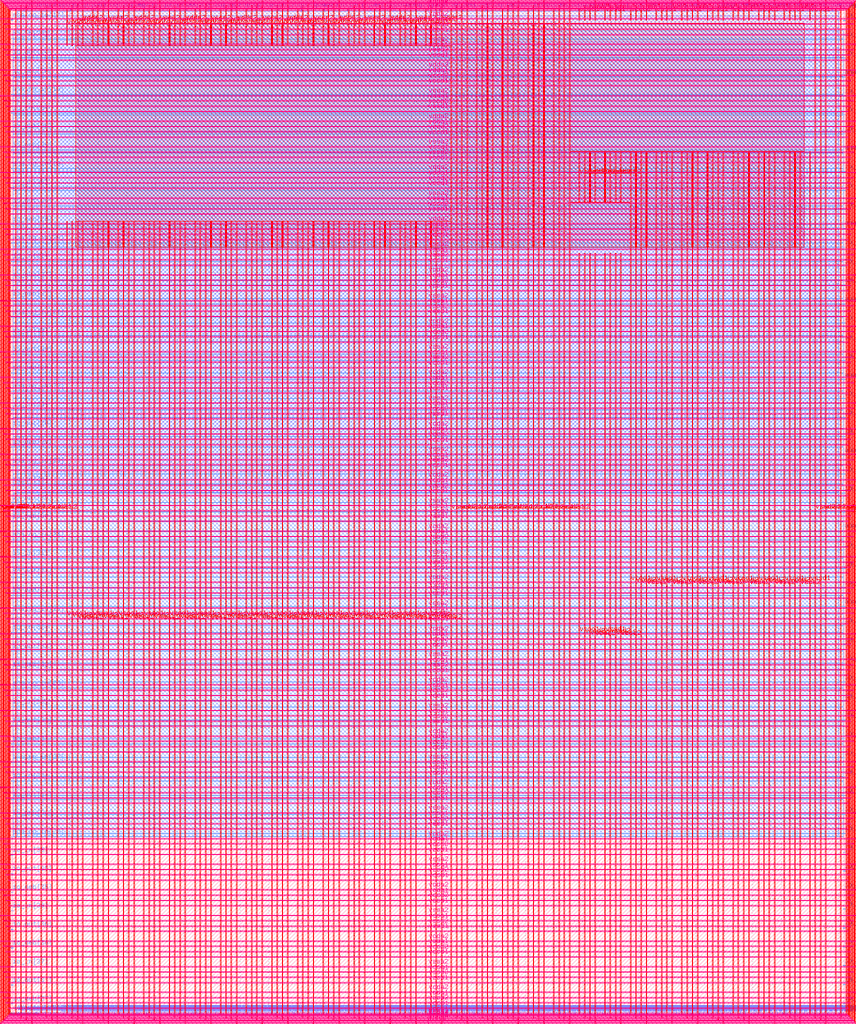
<source format=lef>
VERSION 5.7 ;
  NOWIREEXTENSIONATPIN ON ;
  DIVIDERCHAR "/" ;
  BUSBITCHARS "[]" ;
MACRO user_project_wrapper
  CLASS BLOCK ;
  FOREIGN user_project_wrapper ;
  ORIGIN 0.000 0.000 ;
  SIZE 2920.000 BY 3520.000 ;
  PIN analog_io[0]
    DIRECTION INOUT ;
    USE SIGNAL ;
    PORT
      LAYER met3 ;
        RECT 2917.600 1426.380 2924.800 1427.580 ;
    END
  END analog_io[0]
  PIN analog_io[10]
    DIRECTION INOUT ;
    USE SIGNAL ;
    PORT
      LAYER met2 ;
        RECT 2230.490 3517.600 2231.050 3524.800 ;
    END
  END analog_io[10]
  PIN analog_io[11]
    DIRECTION INOUT ;
    USE SIGNAL ;
    PORT
      LAYER met2 ;
        RECT 1905.730 3517.600 1906.290 3524.800 ;
    END
  END analog_io[11]
  PIN analog_io[12]
    DIRECTION INOUT ;
    USE SIGNAL ;
    PORT
      LAYER met2 ;
        RECT 1581.430 3517.600 1581.990 3524.800 ;
    END
  END analog_io[12]
  PIN analog_io[13]
    DIRECTION INOUT ;
    USE SIGNAL ;
    PORT
      LAYER met2 ;
        RECT 1257.130 3517.600 1257.690 3524.800 ;
    END
  END analog_io[13]
  PIN analog_io[14]
    DIRECTION INOUT ;
    USE SIGNAL ;
    PORT
      LAYER met2 ;
        RECT 932.370 3517.600 932.930 3524.800 ;
    END
  END analog_io[14]
  PIN analog_io[15]
    DIRECTION INOUT ;
    USE SIGNAL ;
    PORT
      LAYER met2 ;
        RECT 608.070 3517.600 608.630 3524.800 ;
    END
  END analog_io[15]
  PIN analog_io[16]
    DIRECTION INOUT ;
    USE SIGNAL ;
    PORT
      LAYER met2 ;
        RECT 283.770 3517.600 284.330 3524.800 ;
    END
  END analog_io[16]
  PIN analog_io[17]
    DIRECTION INOUT ;
    USE SIGNAL ;
    PORT
      LAYER met3 ;
        RECT -4.800 3486.100 2.400 3487.300 ;
    END
  END analog_io[17]
  PIN analog_io[18]
    DIRECTION INOUT ;
    USE SIGNAL ;
    PORT
      LAYER met3 ;
        RECT -4.800 3224.980 2.400 3226.180 ;
    END
  END analog_io[18]
  PIN analog_io[19]
    DIRECTION INOUT ;
    USE SIGNAL ;
    PORT
      LAYER met3 ;
        RECT -4.800 2964.540 2.400 2965.740 ;
    END
  END analog_io[19]
  PIN analog_io[1]
    DIRECTION INOUT ;
    USE SIGNAL ;
    PORT
      LAYER met3 ;
        RECT 2917.600 1692.260 2924.800 1693.460 ;
    END
  END analog_io[1]
  PIN analog_io[20]
    DIRECTION INOUT ;
    USE SIGNAL ;
    PORT
      LAYER met3 ;
        RECT -4.800 2703.420 2.400 2704.620 ;
    END
  END analog_io[20]
  PIN analog_io[21]
    DIRECTION INOUT ;
    USE SIGNAL ;
    PORT
      LAYER met3 ;
        RECT -4.800 2442.980 2.400 2444.180 ;
    END
  END analog_io[21]
  PIN analog_io[22]
    DIRECTION INOUT ;
    USE SIGNAL ;
    PORT
      LAYER met3 ;
        RECT -4.800 2182.540 2.400 2183.740 ;
    END
  END analog_io[22]
  PIN analog_io[23]
    DIRECTION INOUT ;
    USE SIGNAL ;
    PORT
      LAYER met3 ;
        RECT -4.800 1921.420 2.400 1922.620 ;
    END
  END analog_io[23]
  PIN analog_io[24]
    DIRECTION INOUT ;
    USE SIGNAL ;
    PORT
      LAYER met3 ;
        RECT -4.800 1660.980 2.400 1662.180 ;
    END
  END analog_io[24]
  PIN analog_io[25]
    DIRECTION INOUT ;
    USE SIGNAL ;
    PORT
      LAYER met3 ;
        RECT -4.800 1399.860 2.400 1401.060 ;
    END
  END analog_io[25]
  PIN analog_io[26]
    DIRECTION INOUT ;
    USE SIGNAL ;
    PORT
      LAYER met3 ;
        RECT -4.800 1139.420 2.400 1140.620 ;
    END
  END analog_io[26]
  PIN analog_io[27]
    DIRECTION INOUT ;
    USE SIGNAL ;
    PORT
      LAYER met3 ;
        RECT -4.800 878.980 2.400 880.180 ;
    END
  END analog_io[27]
  PIN analog_io[28]
    DIRECTION INOUT ;
    USE SIGNAL ;
    PORT
      LAYER met3 ;
        RECT -4.800 617.860 2.400 619.060 ;
    END
  END analog_io[28]
  PIN analog_io[2]
    DIRECTION INOUT ;
    USE SIGNAL ;
    PORT
      LAYER met3 ;
        RECT 2917.600 1958.140 2924.800 1959.340 ;
    END
  END analog_io[2]
  PIN analog_io[3]
    DIRECTION INOUT ;
    USE SIGNAL ;
    PORT
      LAYER met3 ;
        RECT 2917.600 2223.340 2924.800 2224.540 ;
    END
  END analog_io[3]
  PIN analog_io[4]
    DIRECTION INOUT ;
    USE SIGNAL ;
    PORT
      LAYER met3 ;
        RECT 2917.600 2489.220 2924.800 2490.420 ;
    END
  END analog_io[4]
  PIN analog_io[5]
    DIRECTION INOUT ;
    USE SIGNAL ;
    PORT
      LAYER met3 ;
        RECT 2917.600 2755.100 2924.800 2756.300 ;
    END
  END analog_io[5]
  PIN analog_io[6]
    DIRECTION INOUT ;
    USE SIGNAL ;
    PORT
      LAYER met3 ;
        RECT 2917.600 3020.300 2924.800 3021.500 ;
    END
  END analog_io[6]
  PIN analog_io[7]
    DIRECTION INOUT ;
    USE SIGNAL ;
    PORT
      LAYER met3 ;
        RECT 2917.600 3286.180 2924.800 3287.380 ;
    END
  END analog_io[7]
  PIN analog_io[8]
    DIRECTION INOUT ;
    USE SIGNAL ;
    PORT
      LAYER met2 ;
        RECT 2879.090 3517.600 2879.650 3524.800 ;
    END
  END analog_io[8]
  PIN analog_io[9]
    DIRECTION INOUT ;
    USE SIGNAL ;
    PORT
      LAYER met2 ;
        RECT 2554.790 3517.600 2555.350 3524.800 ;
    END
  END analog_io[9]
  PIN io_in[0]
    DIRECTION INPUT ;
    USE SIGNAL ;
    PORT
      LAYER met3 ;
        RECT 2917.600 32.380 2924.800 33.580 ;
    END
  END io_in[0]
  PIN io_in[10]
    DIRECTION INPUT ;
    USE SIGNAL ;
    PORT
      LAYER met3 ;
        RECT 2917.600 2289.980 2924.800 2291.180 ;
    END
  END io_in[10]
  PIN io_in[11]
    DIRECTION INPUT ;
    USE SIGNAL ;
    PORT
      LAYER met3 ;
        RECT 2917.600 2555.860 2924.800 2557.060 ;
    END
  END io_in[11]
  PIN io_in[12]
    DIRECTION INPUT ;
    USE SIGNAL ;
    PORT
      LAYER met3 ;
        RECT 2917.600 2821.060 2924.800 2822.260 ;
    END
  END io_in[12]
  PIN io_in[13]
    DIRECTION INPUT ;
    USE SIGNAL ;
    PORT
      LAYER met3 ;
        RECT 2917.600 3086.940 2924.800 3088.140 ;
    END
  END io_in[13]
  PIN io_in[14]
    DIRECTION INPUT ;
    USE SIGNAL ;
    PORT
      LAYER met3 ;
        RECT 2917.600 3352.820 2924.800 3354.020 ;
    END
  END io_in[14]
  PIN io_in[15]
    DIRECTION INPUT ;
    USE SIGNAL ;
    PORT
      LAYER met2 ;
        RECT 2798.130 3517.600 2798.690 3524.800 ;
    END
  END io_in[15]
  PIN io_in[16]
    DIRECTION INPUT ;
    USE SIGNAL ;
    PORT
      LAYER met2 ;
        RECT 2473.830 3517.600 2474.390 3524.800 ;
    END
  END io_in[16]
  PIN io_in[17]
    DIRECTION INPUT ;
    USE SIGNAL ;
    PORT
      LAYER met2 ;
        RECT 2149.070 3517.600 2149.630 3524.800 ;
    END
  END io_in[17]
  PIN io_in[18]
    DIRECTION INPUT ;
    USE SIGNAL ;
    PORT
      LAYER met2 ;
        RECT 1824.770 3517.600 1825.330 3524.800 ;
    END
  END io_in[18]
  PIN io_in[19]
    DIRECTION INPUT ;
    USE SIGNAL ;
    PORT
      LAYER met2 ;
        RECT 1500.470 3517.600 1501.030 3524.800 ;
    END
  END io_in[19]
  PIN io_in[1]
    DIRECTION INPUT ;
    USE SIGNAL ;
    PORT
      LAYER met3 ;
        RECT 2917.600 230.940 2924.800 232.140 ;
    END
  END io_in[1]
  PIN io_in[20]
    DIRECTION INPUT ;
    USE SIGNAL ;
    PORT
      LAYER met2 ;
        RECT 1175.710 3517.600 1176.270 3524.800 ;
    END
  END io_in[20]
  PIN io_in[21]
    DIRECTION INPUT ;
    USE SIGNAL ;
    PORT
      LAYER met2 ;
        RECT 851.410 3517.600 851.970 3524.800 ;
    END
  END io_in[21]
  PIN io_in[22]
    DIRECTION INPUT ;
    USE SIGNAL ;
    PORT
      LAYER met2 ;
        RECT 527.110 3517.600 527.670 3524.800 ;
    END
  END io_in[22]
  PIN io_in[23]
    DIRECTION INPUT ;
    USE SIGNAL ;
    PORT
      LAYER met2 ;
        RECT 202.350 3517.600 202.910 3524.800 ;
    END
  END io_in[23]
  PIN io_in[24]
    DIRECTION INPUT ;
    USE SIGNAL ;
    PORT
      LAYER met3 ;
        RECT -4.800 3420.820 2.400 3422.020 ;
    END
  END io_in[24]
  PIN io_in[25]
    DIRECTION INPUT ;
    USE SIGNAL ;
    PORT
      LAYER met3 ;
        RECT -4.800 3159.700 2.400 3160.900 ;
    END
  END io_in[25]
  PIN io_in[26]
    DIRECTION INPUT ;
    USE SIGNAL ;
    PORT
      LAYER met3 ;
        RECT -4.800 2899.260 2.400 2900.460 ;
    END
  END io_in[26]
  PIN io_in[27]
    DIRECTION INPUT ;
    USE SIGNAL ;
    PORT
      LAYER met3 ;
        RECT -4.800 2638.820 2.400 2640.020 ;
    END
  END io_in[27]
  PIN io_in[28]
    DIRECTION INPUT ;
    USE SIGNAL ;
    PORT
      LAYER met3 ;
        RECT -4.800 2377.700 2.400 2378.900 ;
    END
  END io_in[28]
  PIN io_in[29]
    DIRECTION INPUT ;
    USE SIGNAL ;
    PORT
      LAYER met3 ;
        RECT -4.800 2117.260 2.400 2118.460 ;
    END
  END io_in[29]
  PIN io_in[2]
    DIRECTION INPUT ;
    USE SIGNAL ;
    PORT
      LAYER met3 ;
        RECT 2917.600 430.180 2924.800 431.380 ;
    END
  END io_in[2]
  PIN io_in[30]
    DIRECTION INPUT ;
    USE SIGNAL ;
    PORT
      LAYER met3 ;
        RECT -4.800 1856.140 2.400 1857.340 ;
    END
  END io_in[30]
  PIN io_in[31]
    DIRECTION INPUT ;
    USE SIGNAL ;
    PORT
      LAYER met3 ;
        RECT -4.800 1595.700 2.400 1596.900 ;
    END
  END io_in[31]
  PIN io_in[32]
    DIRECTION INPUT ;
    USE SIGNAL ;
    PORT
      LAYER met3 ;
        RECT -4.800 1335.260 2.400 1336.460 ;
    END
  END io_in[32]
  PIN io_in[33]
    DIRECTION INPUT ;
    USE SIGNAL ;
    PORT
      LAYER met3 ;
        RECT -4.800 1074.140 2.400 1075.340 ;
    END
  END io_in[33]
  PIN io_in[34]
    DIRECTION INPUT ;
    USE SIGNAL ;
    PORT
      LAYER met3 ;
        RECT -4.800 813.700 2.400 814.900 ;
    END
  END io_in[34]
  PIN io_in[35]
    DIRECTION INPUT ;
    USE SIGNAL ;
    PORT
      LAYER met3 ;
        RECT -4.800 552.580 2.400 553.780 ;
    END
  END io_in[35]
  PIN io_in[36]
    DIRECTION INPUT ;
    USE SIGNAL ;
    PORT
      LAYER met3 ;
        RECT -4.800 357.420 2.400 358.620 ;
    END
  END io_in[36]
  PIN io_in[37]
    DIRECTION INPUT ;
    USE SIGNAL ;
    PORT
      LAYER met3 ;
        RECT -4.800 161.580 2.400 162.780 ;
    END
  END io_in[37]
  PIN io_in[3]
    DIRECTION INPUT ;
    USE SIGNAL ;
    PORT
      LAYER met3 ;
        RECT 2917.600 629.420 2924.800 630.620 ;
    END
  END io_in[3]
  PIN io_in[4]
    DIRECTION INPUT ;
    USE SIGNAL ;
    PORT
      LAYER met3 ;
        RECT 2917.600 828.660 2924.800 829.860 ;
    END
  END io_in[4]
  PIN io_in[5]
    DIRECTION INPUT ;
    USE SIGNAL ;
    PORT
      LAYER met3 ;
        RECT 2917.600 1027.900 2924.800 1029.100 ;
    END
  END io_in[5]
  PIN io_in[6]
    DIRECTION INPUT ;
    USE SIGNAL ;
    PORT
      LAYER met3 ;
        RECT 2917.600 1227.140 2924.800 1228.340 ;
    END
  END io_in[6]
  PIN io_in[7]
    DIRECTION INPUT ;
    USE SIGNAL ;
    PORT
      LAYER met3 ;
        RECT 2917.600 1493.020 2924.800 1494.220 ;
    END
  END io_in[7]
  PIN io_in[8]
    DIRECTION INPUT ;
    USE SIGNAL ;
    PORT
      LAYER met3 ;
        RECT 2917.600 1758.900 2924.800 1760.100 ;
    END
  END io_in[8]
  PIN io_in[9]
    DIRECTION INPUT ;
    USE SIGNAL ;
    PORT
      LAYER met3 ;
        RECT 2917.600 2024.100 2924.800 2025.300 ;
    END
  END io_in[9]
  PIN io_oeb[0]
    DIRECTION OUTPUT TRISTATE ;
    USE SIGNAL ;
    PORT
      LAYER met3 ;
        RECT 2917.600 164.980 2924.800 166.180 ;
    END
  END io_oeb[0]
  PIN io_oeb[10]
    DIRECTION OUTPUT TRISTATE ;
    USE SIGNAL ;
    PORT
      LAYER met3 ;
        RECT 2917.600 2422.580 2924.800 2423.780 ;
    END
  END io_oeb[10]
  PIN io_oeb[11]
    DIRECTION OUTPUT TRISTATE ;
    USE SIGNAL ;
    PORT
      LAYER met3 ;
        RECT 2917.600 2688.460 2924.800 2689.660 ;
    END
  END io_oeb[11]
  PIN io_oeb[12]
    DIRECTION OUTPUT TRISTATE ;
    USE SIGNAL ;
    PORT
      LAYER met3 ;
        RECT 2917.600 2954.340 2924.800 2955.540 ;
    END
  END io_oeb[12]
  PIN io_oeb[13]
    DIRECTION OUTPUT TRISTATE ;
    USE SIGNAL ;
    PORT
      LAYER met3 ;
        RECT 2917.600 3219.540 2924.800 3220.740 ;
    END
  END io_oeb[13]
  PIN io_oeb[14]
    DIRECTION OUTPUT TRISTATE ;
    USE SIGNAL ;
    PORT
      LAYER met3 ;
        RECT 2917.600 3485.420 2924.800 3486.620 ;
    END
  END io_oeb[14]
  PIN io_oeb[15]
    DIRECTION OUTPUT TRISTATE ;
    USE SIGNAL ;
    PORT
      LAYER met2 ;
        RECT 2635.750 3517.600 2636.310 3524.800 ;
    END
  END io_oeb[15]
  PIN io_oeb[16]
    DIRECTION OUTPUT TRISTATE ;
    USE SIGNAL ;
    PORT
      LAYER met2 ;
        RECT 2311.450 3517.600 2312.010 3524.800 ;
    END
  END io_oeb[16]
  PIN io_oeb[17]
    DIRECTION OUTPUT TRISTATE ;
    USE SIGNAL ;
    PORT
      LAYER met2 ;
        RECT 1987.150 3517.600 1987.710 3524.800 ;
    END
  END io_oeb[17]
  PIN io_oeb[18]
    DIRECTION OUTPUT TRISTATE ;
    USE SIGNAL ;
    PORT
      LAYER met2 ;
        RECT 1662.390 3517.600 1662.950 3524.800 ;
    END
  END io_oeb[18]
  PIN io_oeb[19]
    DIRECTION OUTPUT TRISTATE ;
    USE SIGNAL ;
    PORT
      LAYER met2 ;
        RECT 1338.090 3517.600 1338.650 3524.800 ;
    END
  END io_oeb[19]
  PIN io_oeb[1]
    DIRECTION OUTPUT TRISTATE ;
    USE SIGNAL ;
    PORT
      LAYER met3 ;
        RECT 2917.600 364.220 2924.800 365.420 ;
    END
  END io_oeb[1]
  PIN io_oeb[20]
    DIRECTION OUTPUT TRISTATE ;
    USE SIGNAL ;
    PORT
      LAYER met2 ;
        RECT 1013.790 3517.600 1014.350 3524.800 ;
    END
  END io_oeb[20]
  PIN io_oeb[21]
    DIRECTION OUTPUT TRISTATE ;
    USE SIGNAL ;
    PORT
      LAYER met2 ;
        RECT 689.030 3517.600 689.590 3524.800 ;
    END
  END io_oeb[21]
  PIN io_oeb[22]
    DIRECTION OUTPUT TRISTATE ;
    USE SIGNAL ;
    PORT
      LAYER met2 ;
        RECT 364.730 3517.600 365.290 3524.800 ;
    END
  END io_oeb[22]
  PIN io_oeb[23]
    DIRECTION OUTPUT TRISTATE ;
    USE SIGNAL ;
    PORT
      LAYER met2 ;
        RECT 40.430 3517.600 40.990 3524.800 ;
    END
  END io_oeb[23]
  PIN io_oeb[24]
    DIRECTION OUTPUT TRISTATE ;
    USE SIGNAL ;
    PORT
      LAYER met3 ;
        RECT -4.800 3290.260 2.400 3291.460 ;
    END
  END io_oeb[24]
  PIN io_oeb[25]
    DIRECTION OUTPUT TRISTATE ;
    USE SIGNAL ;
    PORT
      LAYER met3 ;
        RECT -4.800 3029.820 2.400 3031.020 ;
    END
  END io_oeb[25]
  PIN io_oeb[26]
    DIRECTION OUTPUT TRISTATE ;
    USE SIGNAL ;
    PORT
      LAYER met3 ;
        RECT -4.800 2768.700 2.400 2769.900 ;
    END
  END io_oeb[26]
  PIN io_oeb[27]
    DIRECTION OUTPUT TRISTATE ;
    USE SIGNAL ;
    PORT
      LAYER met3 ;
        RECT -4.800 2508.260 2.400 2509.460 ;
    END
  END io_oeb[27]
  PIN io_oeb[28]
    DIRECTION OUTPUT TRISTATE ;
    USE SIGNAL ;
    PORT
      LAYER met3 ;
        RECT -4.800 2247.140 2.400 2248.340 ;
    END
  END io_oeb[28]
  PIN io_oeb[29]
    DIRECTION OUTPUT TRISTATE ;
    USE SIGNAL ;
    PORT
      LAYER met3 ;
        RECT -4.800 1986.700 2.400 1987.900 ;
    END
  END io_oeb[29]
  PIN io_oeb[2]
    DIRECTION OUTPUT TRISTATE ;
    USE SIGNAL ;
    PORT
      LAYER met3 ;
        RECT 2917.600 563.460 2924.800 564.660 ;
    END
  END io_oeb[2]
  PIN io_oeb[30]
    DIRECTION OUTPUT TRISTATE ;
    USE SIGNAL ;
    PORT
      LAYER met3 ;
        RECT -4.800 1726.260 2.400 1727.460 ;
    END
  END io_oeb[30]
  PIN io_oeb[31]
    DIRECTION OUTPUT TRISTATE ;
    USE SIGNAL ;
    PORT
      LAYER met3 ;
        RECT -4.800 1465.140 2.400 1466.340 ;
    END
  END io_oeb[31]
  PIN io_oeb[32]
    DIRECTION OUTPUT TRISTATE ;
    USE SIGNAL ;
    PORT
      LAYER met3 ;
        RECT -4.800 1204.700 2.400 1205.900 ;
    END
  END io_oeb[32]
  PIN io_oeb[33]
    DIRECTION OUTPUT TRISTATE ;
    USE SIGNAL ;
    PORT
      LAYER met3 ;
        RECT -4.800 943.580 2.400 944.780 ;
    END
  END io_oeb[33]
  PIN io_oeb[34]
    DIRECTION OUTPUT TRISTATE ;
    USE SIGNAL ;
    PORT
      LAYER met3 ;
        RECT -4.800 683.140 2.400 684.340 ;
    END
  END io_oeb[34]
  PIN io_oeb[35]
    DIRECTION OUTPUT TRISTATE ;
    USE SIGNAL ;
    PORT
      LAYER met3 ;
        RECT -4.800 422.700 2.400 423.900 ;
    END
  END io_oeb[35]
  PIN io_oeb[36]
    DIRECTION OUTPUT TRISTATE ;
    USE SIGNAL ;
    PORT
      LAYER met3 ;
        RECT -4.800 226.860 2.400 228.060 ;
    END
  END io_oeb[36]
  PIN io_oeb[37]
    DIRECTION OUTPUT TRISTATE ;
    USE SIGNAL ;
    PORT
      LAYER met3 ;
        RECT -4.800 31.700 2.400 32.900 ;
    END
  END io_oeb[37]
  PIN io_oeb[3]
    DIRECTION OUTPUT TRISTATE ;
    USE SIGNAL ;
    PORT
      LAYER met3 ;
        RECT 2917.600 762.700 2924.800 763.900 ;
    END
  END io_oeb[3]
  PIN io_oeb[4]
    DIRECTION OUTPUT TRISTATE ;
    USE SIGNAL ;
    PORT
      LAYER met3 ;
        RECT 2917.600 961.940 2924.800 963.140 ;
    END
  END io_oeb[4]
  PIN io_oeb[5]
    DIRECTION OUTPUT TRISTATE ;
    USE SIGNAL ;
    PORT
      LAYER met3 ;
        RECT 2917.600 1161.180 2924.800 1162.380 ;
    END
  END io_oeb[5]
  PIN io_oeb[6]
    DIRECTION OUTPUT TRISTATE ;
    USE SIGNAL ;
    PORT
      LAYER met3 ;
        RECT 2917.600 1360.420 2924.800 1361.620 ;
    END
  END io_oeb[6]
  PIN io_oeb[7]
    DIRECTION OUTPUT TRISTATE ;
    USE SIGNAL ;
    PORT
      LAYER met3 ;
        RECT 2917.600 1625.620 2924.800 1626.820 ;
    END
  END io_oeb[7]
  PIN io_oeb[8]
    DIRECTION OUTPUT TRISTATE ;
    USE SIGNAL ;
    PORT
      LAYER met3 ;
        RECT 2917.600 1891.500 2924.800 1892.700 ;
    END
  END io_oeb[8]
  PIN io_oeb[9]
    DIRECTION OUTPUT TRISTATE ;
    USE SIGNAL ;
    PORT
      LAYER met3 ;
        RECT 2917.600 2157.380 2924.800 2158.580 ;
    END
  END io_oeb[9]
  PIN io_out[0]
    DIRECTION OUTPUT TRISTATE ;
    USE SIGNAL ;
    PORT
      LAYER met3 ;
        RECT 2917.600 98.340 2924.800 99.540 ;
    END
  END io_out[0]
  PIN io_out[10]
    DIRECTION OUTPUT TRISTATE ;
    USE SIGNAL ;
    PORT
      LAYER met3 ;
        RECT 2917.600 2356.620 2924.800 2357.820 ;
    END
  END io_out[10]
  PIN io_out[11]
    DIRECTION OUTPUT TRISTATE ;
    USE SIGNAL ;
    PORT
      LAYER met3 ;
        RECT 2917.600 2621.820 2924.800 2623.020 ;
    END
  END io_out[11]
  PIN io_out[12]
    DIRECTION OUTPUT TRISTATE ;
    USE SIGNAL ;
    PORT
      LAYER met3 ;
        RECT 2917.600 2887.700 2924.800 2888.900 ;
    END
  END io_out[12]
  PIN io_out[13]
    DIRECTION OUTPUT TRISTATE ;
    USE SIGNAL ;
    PORT
      LAYER met3 ;
        RECT 2917.600 3153.580 2924.800 3154.780 ;
    END
  END io_out[13]
  PIN io_out[14]
    DIRECTION OUTPUT TRISTATE ;
    USE SIGNAL ;
    PORT
      LAYER met3 ;
        RECT 2917.600 3418.780 2924.800 3419.980 ;
    END
  END io_out[14]
  PIN io_out[15]
    DIRECTION OUTPUT TRISTATE ;
    USE SIGNAL ;
    PORT
      LAYER met2 ;
        RECT 2717.170 3517.600 2717.730 3524.800 ;
    END
  END io_out[15]
  PIN io_out[16]
    DIRECTION OUTPUT TRISTATE ;
    USE SIGNAL ;
    PORT
      LAYER met2 ;
        RECT 2392.410 3517.600 2392.970 3524.800 ;
    END
  END io_out[16]
  PIN io_out[17]
    DIRECTION OUTPUT TRISTATE ;
    USE SIGNAL ;
    PORT
      LAYER met2 ;
        RECT 2068.110 3517.600 2068.670 3524.800 ;
    END
  END io_out[17]
  PIN io_out[18]
    DIRECTION OUTPUT TRISTATE ;
    USE SIGNAL ;
    PORT
      LAYER met2 ;
        RECT 1743.810 3517.600 1744.370 3524.800 ;
    END
  END io_out[18]
  PIN io_out[19]
    DIRECTION OUTPUT TRISTATE ;
    USE SIGNAL ;
    PORT
      LAYER met2 ;
        RECT 1419.050 3517.600 1419.610 3524.800 ;
    END
  END io_out[19]
  PIN io_out[1]
    DIRECTION OUTPUT TRISTATE ;
    USE SIGNAL ;
    PORT
      LAYER met3 ;
        RECT 2917.600 297.580 2924.800 298.780 ;
    END
  END io_out[1]
  PIN io_out[20]
    DIRECTION OUTPUT TRISTATE ;
    USE SIGNAL ;
    PORT
      LAYER met2 ;
        RECT 1094.750 3517.600 1095.310 3524.800 ;
    END
  END io_out[20]
  PIN io_out[21]
    DIRECTION OUTPUT TRISTATE ;
    USE SIGNAL ;
    PORT
      LAYER met2 ;
        RECT 770.450 3517.600 771.010 3524.800 ;
    END
  END io_out[21]
  PIN io_out[22]
    DIRECTION OUTPUT TRISTATE ;
    USE SIGNAL ;
    PORT
      LAYER met2 ;
        RECT 445.690 3517.600 446.250 3524.800 ;
    END
  END io_out[22]
  PIN io_out[23]
    DIRECTION OUTPUT TRISTATE ;
    USE SIGNAL ;
    PORT
      LAYER met2 ;
        RECT 121.390 3517.600 121.950 3524.800 ;
    END
  END io_out[23]
  PIN io_out[24]
    DIRECTION OUTPUT TRISTATE ;
    USE SIGNAL ;
    PORT
      LAYER met3 ;
        RECT -4.800 3355.540 2.400 3356.740 ;
    END
  END io_out[24]
  PIN io_out[25]
    DIRECTION OUTPUT TRISTATE ;
    USE SIGNAL ;
    PORT
      LAYER met3 ;
        RECT -4.800 3095.100 2.400 3096.300 ;
    END
  END io_out[25]
  PIN io_out[26]
    DIRECTION OUTPUT TRISTATE ;
    USE SIGNAL ;
    PORT
      LAYER met3 ;
        RECT -4.800 2833.980 2.400 2835.180 ;
    END
  END io_out[26]
  PIN io_out[27]
    DIRECTION OUTPUT TRISTATE ;
    USE SIGNAL ;
    PORT
      LAYER met3 ;
        RECT -4.800 2573.540 2.400 2574.740 ;
    END
  END io_out[27]
  PIN io_out[28]
    DIRECTION OUTPUT TRISTATE ;
    USE SIGNAL ;
    PORT
      LAYER met3 ;
        RECT -4.800 2312.420 2.400 2313.620 ;
    END
  END io_out[28]
  PIN io_out[29]
    DIRECTION OUTPUT TRISTATE ;
    USE SIGNAL ;
    PORT
      LAYER met3 ;
        RECT -4.800 2051.980 2.400 2053.180 ;
    END
  END io_out[29]
  PIN io_out[2]
    DIRECTION OUTPUT TRISTATE ;
    USE SIGNAL ;
    PORT
      LAYER met3 ;
        RECT 2917.600 496.820 2924.800 498.020 ;
    END
  END io_out[2]
  PIN io_out[30]
    DIRECTION OUTPUT TRISTATE ;
    USE SIGNAL ;
    PORT
      LAYER met3 ;
        RECT -4.800 1791.540 2.400 1792.740 ;
    END
  END io_out[30]
  PIN io_out[31]
    DIRECTION OUTPUT TRISTATE ;
    USE SIGNAL ;
    PORT
      LAYER met3 ;
        RECT -4.800 1530.420 2.400 1531.620 ;
    END
  END io_out[31]
  PIN io_out[32]
    DIRECTION OUTPUT TRISTATE ;
    USE SIGNAL ;
    PORT
      LAYER met3 ;
        RECT -4.800 1269.980 2.400 1271.180 ;
    END
  END io_out[32]
  PIN io_out[33]
    DIRECTION OUTPUT TRISTATE ;
    USE SIGNAL ;
    PORT
      LAYER met3 ;
        RECT -4.800 1008.860 2.400 1010.060 ;
    END
  END io_out[33]
  PIN io_out[34]
    DIRECTION OUTPUT TRISTATE ;
    USE SIGNAL ;
    PORT
      LAYER met3 ;
        RECT -4.800 748.420 2.400 749.620 ;
    END
  END io_out[34]
  PIN io_out[35]
    DIRECTION OUTPUT TRISTATE ;
    USE SIGNAL ;
    PORT
      LAYER met3 ;
        RECT -4.800 487.300 2.400 488.500 ;
    END
  END io_out[35]
  PIN io_out[36]
    DIRECTION OUTPUT TRISTATE ;
    USE SIGNAL ;
    PORT
      LAYER met3 ;
        RECT -4.800 292.140 2.400 293.340 ;
    END
  END io_out[36]
  PIN io_out[37]
    DIRECTION OUTPUT TRISTATE ;
    USE SIGNAL ;
    PORT
      LAYER met3 ;
        RECT -4.800 96.300 2.400 97.500 ;
    END
  END io_out[37]
  PIN io_out[3]
    DIRECTION OUTPUT TRISTATE ;
    USE SIGNAL ;
    PORT
      LAYER met3 ;
        RECT 2917.600 696.060 2924.800 697.260 ;
    END
  END io_out[3]
  PIN io_out[4]
    DIRECTION OUTPUT TRISTATE ;
    USE SIGNAL ;
    PORT
      LAYER met3 ;
        RECT 2917.600 895.300 2924.800 896.500 ;
    END
  END io_out[4]
  PIN io_out[5]
    DIRECTION OUTPUT TRISTATE ;
    USE SIGNAL ;
    PORT
      LAYER met3 ;
        RECT 2917.600 1094.540 2924.800 1095.740 ;
    END
  END io_out[5]
  PIN io_out[6]
    DIRECTION OUTPUT TRISTATE ;
    USE SIGNAL ;
    PORT
      LAYER met3 ;
        RECT 2917.600 1293.780 2924.800 1294.980 ;
    END
  END io_out[6]
  PIN io_out[7]
    DIRECTION OUTPUT TRISTATE ;
    USE SIGNAL ;
    PORT
      LAYER met3 ;
        RECT 2917.600 1559.660 2924.800 1560.860 ;
    END
  END io_out[7]
  PIN io_out[8]
    DIRECTION OUTPUT TRISTATE ;
    USE SIGNAL ;
    PORT
      LAYER met3 ;
        RECT 2917.600 1824.860 2924.800 1826.060 ;
    END
  END io_out[8]
  PIN io_out[9]
    DIRECTION OUTPUT TRISTATE ;
    USE SIGNAL ;
    PORT
      LAYER met3 ;
        RECT 2917.600 2090.740 2924.800 2091.940 ;
    END
  END io_out[9]
  PIN la_data_in[0]
    DIRECTION INPUT ;
    USE SIGNAL ;
    PORT
      LAYER met2 ;
        RECT 629.230 -4.800 629.790 2.400 ;
    END
  END la_data_in[0]
  PIN la_data_in[100]
    DIRECTION INPUT ;
    USE SIGNAL ;
    PORT
      LAYER met2 ;
        RECT 2402.530 -4.800 2403.090 2.400 ;
    END
  END la_data_in[100]
  PIN la_data_in[101]
    DIRECTION INPUT ;
    USE SIGNAL ;
    PORT
      LAYER met2 ;
        RECT 2420.010 -4.800 2420.570 2.400 ;
    END
  END la_data_in[101]
  PIN la_data_in[102]
    DIRECTION INPUT ;
    USE SIGNAL ;
    PORT
      LAYER met2 ;
        RECT 2437.950 -4.800 2438.510 2.400 ;
    END
  END la_data_in[102]
  PIN la_data_in[103]
    DIRECTION INPUT ;
    USE SIGNAL ;
    PORT
      LAYER met2 ;
        RECT 2455.430 -4.800 2455.990 2.400 ;
    END
  END la_data_in[103]
  PIN la_data_in[104]
    DIRECTION INPUT ;
    USE SIGNAL ;
    PORT
      LAYER met2 ;
        RECT 2473.370 -4.800 2473.930 2.400 ;
    END
  END la_data_in[104]
  PIN la_data_in[105]
    DIRECTION INPUT ;
    USE SIGNAL ;
    PORT
      LAYER met2 ;
        RECT 2490.850 -4.800 2491.410 2.400 ;
    END
  END la_data_in[105]
  PIN la_data_in[106]
    DIRECTION INPUT ;
    USE SIGNAL ;
    PORT
      LAYER met2 ;
        RECT 2508.790 -4.800 2509.350 2.400 ;
    END
  END la_data_in[106]
  PIN la_data_in[107]
    DIRECTION INPUT ;
    USE SIGNAL ;
    PORT
      LAYER met2 ;
        RECT 2526.730 -4.800 2527.290 2.400 ;
    END
  END la_data_in[107]
  PIN la_data_in[108]
    DIRECTION INPUT ;
    USE SIGNAL ;
    PORT
      LAYER met2 ;
        RECT 2544.210 -4.800 2544.770 2.400 ;
    END
  END la_data_in[108]
  PIN la_data_in[109]
    DIRECTION INPUT ;
    USE SIGNAL ;
    PORT
      LAYER met2 ;
        RECT 2562.150 -4.800 2562.710 2.400 ;
    END
  END la_data_in[109]
  PIN la_data_in[10]
    DIRECTION INPUT ;
    USE SIGNAL ;
    PORT
      LAYER met2 ;
        RECT 806.330 -4.800 806.890 2.400 ;
    END
  END la_data_in[10]
  PIN la_data_in[110]
    DIRECTION INPUT ;
    USE SIGNAL ;
    PORT
      LAYER met2 ;
        RECT 2579.630 -4.800 2580.190 2.400 ;
    END
  END la_data_in[110]
  PIN la_data_in[111]
    DIRECTION INPUT ;
    USE SIGNAL ;
    PORT
      LAYER met2 ;
        RECT 2597.570 -4.800 2598.130 2.400 ;
    END
  END la_data_in[111]
  PIN la_data_in[112]
    DIRECTION INPUT ;
    USE SIGNAL ;
    PORT
      LAYER met2 ;
        RECT 2615.050 -4.800 2615.610 2.400 ;
    END
  END la_data_in[112]
  PIN la_data_in[113]
    DIRECTION INPUT ;
    USE SIGNAL ;
    PORT
      LAYER met2 ;
        RECT 2632.990 -4.800 2633.550 2.400 ;
    END
  END la_data_in[113]
  PIN la_data_in[114]
    DIRECTION INPUT ;
    USE SIGNAL ;
    PORT
      LAYER met2 ;
        RECT 2650.470 -4.800 2651.030 2.400 ;
    END
  END la_data_in[114]
  PIN la_data_in[115]
    DIRECTION INPUT ;
    USE SIGNAL ;
    PORT
      LAYER met2 ;
        RECT 2668.410 -4.800 2668.970 2.400 ;
    END
  END la_data_in[115]
  PIN la_data_in[116]
    DIRECTION INPUT ;
    USE SIGNAL ;
    PORT
      LAYER met2 ;
        RECT 2685.890 -4.800 2686.450 2.400 ;
    END
  END la_data_in[116]
  PIN la_data_in[117]
    DIRECTION INPUT ;
    USE SIGNAL ;
    PORT
      LAYER met2 ;
        RECT 2703.830 -4.800 2704.390 2.400 ;
    END
  END la_data_in[117]
  PIN la_data_in[118]
    DIRECTION INPUT ;
    USE SIGNAL ;
    PORT
      LAYER met2 ;
        RECT 2721.770 -4.800 2722.330 2.400 ;
    END
  END la_data_in[118]
  PIN la_data_in[119]
    DIRECTION INPUT ;
    USE SIGNAL ;
    PORT
      LAYER met2 ;
        RECT 2739.250 -4.800 2739.810 2.400 ;
    END
  END la_data_in[119]
  PIN la_data_in[11]
    DIRECTION INPUT ;
    USE SIGNAL ;
    PORT
      LAYER met2 ;
        RECT 824.270 -4.800 824.830 2.400 ;
    END
  END la_data_in[11]
  PIN la_data_in[120]
    DIRECTION INPUT ;
    USE SIGNAL ;
    PORT
      LAYER met2 ;
        RECT 2757.190 -4.800 2757.750 2.400 ;
    END
  END la_data_in[120]
  PIN la_data_in[121]
    DIRECTION INPUT ;
    USE SIGNAL ;
    PORT
      LAYER met2 ;
        RECT 2774.670 -4.800 2775.230 2.400 ;
    END
  END la_data_in[121]
  PIN la_data_in[122]
    DIRECTION INPUT ;
    USE SIGNAL ;
    PORT
      LAYER met2 ;
        RECT 2792.610 -4.800 2793.170 2.400 ;
    END
  END la_data_in[122]
  PIN la_data_in[123]
    DIRECTION INPUT ;
    USE SIGNAL ;
    PORT
      LAYER met2 ;
        RECT 2810.090 -4.800 2810.650 2.400 ;
    END
  END la_data_in[123]
  PIN la_data_in[124]
    DIRECTION INPUT ;
    USE SIGNAL ;
    PORT
      LAYER met2 ;
        RECT 2828.030 -4.800 2828.590 2.400 ;
    END
  END la_data_in[124]
  PIN la_data_in[125]
    DIRECTION INPUT ;
    USE SIGNAL ;
    PORT
      LAYER met2 ;
        RECT 2845.510 -4.800 2846.070 2.400 ;
    END
  END la_data_in[125]
  PIN la_data_in[126]
    DIRECTION INPUT ;
    USE SIGNAL ;
    PORT
      LAYER met2 ;
        RECT 2863.450 -4.800 2864.010 2.400 ;
    END
  END la_data_in[126]
  PIN la_data_in[127]
    DIRECTION INPUT ;
    USE SIGNAL ;
    PORT
      LAYER met2 ;
        RECT 2881.390 -4.800 2881.950 2.400 ;
    END
  END la_data_in[127]
  PIN la_data_in[12]
    DIRECTION INPUT ;
    USE SIGNAL ;
    PORT
      LAYER met2 ;
        RECT 841.750 -4.800 842.310 2.400 ;
    END
  END la_data_in[12]
  PIN la_data_in[13]
    DIRECTION INPUT ;
    USE SIGNAL ;
    PORT
      LAYER met2 ;
        RECT 859.690 -4.800 860.250 2.400 ;
    END
  END la_data_in[13]
  PIN la_data_in[14]
    DIRECTION INPUT ;
    USE SIGNAL ;
    PORT
      LAYER met2 ;
        RECT 877.170 -4.800 877.730 2.400 ;
    END
  END la_data_in[14]
  PIN la_data_in[15]
    DIRECTION INPUT ;
    USE SIGNAL ;
    PORT
      LAYER met2 ;
        RECT 895.110 -4.800 895.670 2.400 ;
    END
  END la_data_in[15]
  PIN la_data_in[16]
    DIRECTION INPUT ;
    USE SIGNAL ;
    PORT
      LAYER met2 ;
        RECT 912.590 -4.800 913.150 2.400 ;
    END
  END la_data_in[16]
  PIN la_data_in[17]
    DIRECTION INPUT ;
    USE SIGNAL ;
    PORT
      LAYER met2 ;
        RECT 930.530 -4.800 931.090 2.400 ;
    END
  END la_data_in[17]
  PIN la_data_in[18]
    DIRECTION INPUT ;
    USE SIGNAL ;
    PORT
      LAYER met2 ;
        RECT 948.470 -4.800 949.030 2.400 ;
    END
  END la_data_in[18]
  PIN la_data_in[19]
    DIRECTION INPUT ;
    USE SIGNAL ;
    PORT
      LAYER met2 ;
        RECT 965.950 -4.800 966.510 2.400 ;
    END
  END la_data_in[19]
  PIN la_data_in[1]
    DIRECTION INPUT ;
    USE SIGNAL ;
    PORT
      LAYER met2 ;
        RECT 646.710 -4.800 647.270 2.400 ;
    END
  END la_data_in[1]
  PIN la_data_in[20]
    DIRECTION INPUT ;
    USE SIGNAL ;
    PORT
      LAYER met2 ;
        RECT 983.890 -4.800 984.450 2.400 ;
    END
  END la_data_in[20]
  PIN la_data_in[21]
    DIRECTION INPUT ;
    USE SIGNAL ;
    PORT
      LAYER met2 ;
        RECT 1001.370 -4.800 1001.930 2.400 ;
    END
  END la_data_in[21]
  PIN la_data_in[22]
    DIRECTION INPUT ;
    USE SIGNAL ;
    PORT
      LAYER met2 ;
        RECT 1019.310 -4.800 1019.870 2.400 ;
    END
  END la_data_in[22]
  PIN la_data_in[23]
    DIRECTION INPUT ;
    USE SIGNAL ;
    PORT
      LAYER met2 ;
        RECT 1036.790 -4.800 1037.350 2.400 ;
    END
  END la_data_in[23]
  PIN la_data_in[24]
    DIRECTION INPUT ;
    USE SIGNAL ;
    PORT
      LAYER met2 ;
        RECT 1054.730 -4.800 1055.290 2.400 ;
    END
  END la_data_in[24]
  PIN la_data_in[25]
    DIRECTION INPUT ;
    USE SIGNAL ;
    PORT
      LAYER met2 ;
        RECT 1072.210 -4.800 1072.770 2.400 ;
    END
  END la_data_in[25]
  PIN la_data_in[26]
    DIRECTION INPUT ;
    USE SIGNAL ;
    PORT
      LAYER met2 ;
        RECT 1090.150 -4.800 1090.710 2.400 ;
    END
  END la_data_in[26]
  PIN la_data_in[27]
    DIRECTION INPUT ;
    USE SIGNAL ;
    PORT
      LAYER met2 ;
        RECT 1107.630 -4.800 1108.190 2.400 ;
    END
  END la_data_in[27]
  PIN la_data_in[28]
    DIRECTION INPUT ;
    USE SIGNAL ;
    PORT
      LAYER met2 ;
        RECT 1125.570 -4.800 1126.130 2.400 ;
    END
  END la_data_in[28]
  PIN la_data_in[29]
    DIRECTION INPUT ;
    USE SIGNAL ;
    PORT
      LAYER met2 ;
        RECT 1143.510 -4.800 1144.070 2.400 ;
    END
  END la_data_in[29]
  PIN la_data_in[2]
    DIRECTION INPUT ;
    USE SIGNAL ;
    PORT
      LAYER met2 ;
        RECT 664.650 -4.800 665.210 2.400 ;
    END
  END la_data_in[2]
  PIN la_data_in[30]
    DIRECTION INPUT ;
    USE SIGNAL ;
    PORT
      LAYER met2 ;
        RECT 1160.990 -4.800 1161.550 2.400 ;
    END
  END la_data_in[30]
  PIN la_data_in[31]
    DIRECTION INPUT ;
    USE SIGNAL ;
    PORT
      LAYER met2 ;
        RECT 1178.930 -4.800 1179.490 2.400 ;
    END
  END la_data_in[31]
  PIN la_data_in[32]
    DIRECTION INPUT ;
    USE SIGNAL ;
    PORT
      LAYER met2 ;
        RECT 1196.410 -4.800 1196.970 2.400 ;
    END
  END la_data_in[32]
  PIN la_data_in[33]
    DIRECTION INPUT ;
    USE SIGNAL ;
    PORT
      LAYER met2 ;
        RECT 1214.350 -4.800 1214.910 2.400 ;
    END
  END la_data_in[33]
  PIN la_data_in[34]
    DIRECTION INPUT ;
    USE SIGNAL ;
    PORT
      LAYER met2 ;
        RECT 1231.830 -4.800 1232.390 2.400 ;
    END
  END la_data_in[34]
  PIN la_data_in[35]
    DIRECTION INPUT ;
    USE SIGNAL ;
    PORT
      LAYER met2 ;
        RECT 1249.770 -4.800 1250.330 2.400 ;
    END
  END la_data_in[35]
  PIN la_data_in[36]
    DIRECTION INPUT ;
    USE SIGNAL ;
    PORT
      LAYER met2 ;
        RECT 1267.250 -4.800 1267.810 2.400 ;
    END
  END la_data_in[36]
  PIN la_data_in[37]
    DIRECTION INPUT ;
    USE SIGNAL ;
    PORT
      LAYER met2 ;
        RECT 1285.190 -4.800 1285.750 2.400 ;
    END
  END la_data_in[37]
  PIN la_data_in[38]
    DIRECTION INPUT ;
    USE SIGNAL ;
    PORT
      LAYER met2 ;
        RECT 1303.130 -4.800 1303.690 2.400 ;
    END
  END la_data_in[38]
  PIN la_data_in[39]
    DIRECTION INPUT ;
    USE SIGNAL ;
    PORT
      LAYER met2 ;
        RECT 1320.610 -4.800 1321.170 2.400 ;
    END
  END la_data_in[39]
  PIN la_data_in[3]
    DIRECTION INPUT ;
    USE SIGNAL ;
    PORT
      LAYER met2 ;
        RECT 682.130 -4.800 682.690 2.400 ;
    END
  END la_data_in[3]
  PIN la_data_in[40]
    DIRECTION INPUT ;
    USE SIGNAL ;
    PORT
      LAYER met2 ;
        RECT 1338.550 -4.800 1339.110 2.400 ;
    END
  END la_data_in[40]
  PIN la_data_in[41]
    DIRECTION INPUT ;
    USE SIGNAL ;
    PORT
      LAYER met2 ;
        RECT 1356.030 -4.800 1356.590 2.400 ;
    END
  END la_data_in[41]
  PIN la_data_in[42]
    DIRECTION INPUT ;
    USE SIGNAL ;
    PORT
      LAYER met2 ;
        RECT 1373.970 -4.800 1374.530 2.400 ;
    END
  END la_data_in[42]
  PIN la_data_in[43]
    DIRECTION INPUT ;
    USE SIGNAL ;
    PORT
      LAYER met2 ;
        RECT 1391.450 -4.800 1392.010 2.400 ;
    END
  END la_data_in[43]
  PIN la_data_in[44]
    DIRECTION INPUT ;
    USE SIGNAL ;
    PORT
      LAYER met2 ;
        RECT 1409.390 -4.800 1409.950 2.400 ;
    END
  END la_data_in[44]
  PIN la_data_in[45]
    DIRECTION INPUT ;
    USE SIGNAL ;
    PORT
      LAYER met2 ;
        RECT 1426.870 -4.800 1427.430 2.400 ;
    END
  END la_data_in[45]
  PIN la_data_in[46]
    DIRECTION INPUT ;
    USE SIGNAL ;
    PORT
      LAYER met2 ;
        RECT 1444.810 -4.800 1445.370 2.400 ;
    END
  END la_data_in[46]
  PIN la_data_in[47]
    DIRECTION INPUT ;
    USE SIGNAL ;
    PORT
      LAYER met2 ;
        RECT 1462.750 -4.800 1463.310 2.400 ;
    END
  END la_data_in[47]
  PIN la_data_in[48]
    DIRECTION INPUT ;
    USE SIGNAL ;
    PORT
      LAYER met2 ;
        RECT 1480.230 -4.800 1480.790 2.400 ;
    END
  END la_data_in[48]
  PIN la_data_in[49]
    DIRECTION INPUT ;
    USE SIGNAL ;
    PORT
      LAYER met2 ;
        RECT 1498.170 -4.800 1498.730 2.400 ;
    END
  END la_data_in[49]
  PIN la_data_in[4]
    DIRECTION INPUT ;
    USE SIGNAL ;
    PORT
      LAYER met2 ;
        RECT 700.070 -4.800 700.630 2.400 ;
    END
  END la_data_in[4]
  PIN la_data_in[50]
    DIRECTION INPUT ;
    USE SIGNAL ;
    PORT
      LAYER met2 ;
        RECT 1515.650 -4.800 1516.210 2.400 ;
    END
  END la_data_in[50]
  PIN la_data_in[51]
    DIRECTION INPUT ;
    USE SIGNAL ;
    PORT
      LAYER met2 ;
        RECT 1533.590 -4.800 1534.150 2.400 ;
    END
  END la_data_in[51]
  PIN la_data_in[52]
    DIRECTION INPUT ;
    USE SIGNAL ;
    PORT
      LAYER met2 ;
        RECT 1551.070 -4.800 1551.630 2.400 ;
    END
  END la_data_in[52]
  PIN la_data_in[53]
    DIRECTION INPUT ;
    USE SIGNAL ;
    PORT
      LAYER met2 ;
        RECT 1569.010 -4.800 1569.570 2.400 ;
    END
  END la_data_in[53]
  PIN la_data_in[54]
    DIRECTION INPUT ;
    USE SIGNAL ;
    PORT
      LAYER met2 ;
        RECT 1586.490 -4.800 1587.050 2.400 ;
    END
  END la_data_in[54]
  PIN la_data_in[55]
    DIRECTION INPUT ;
    USE SIGNAL ;
    PORT
      LAYER met2 ;
        RECT 1604.430 -4.800 1604.990 2.400 ;
    END
  END la_data_in[55]
  PIN la_data_in[56]
    DIRECTION INPUT ;
    USE SIGNAL ;
    PORT
      LAYER met2 ;
        RECT 1621.910 -4.800 1622.470 2.400 ;
    END
  END la_data_in[56]
  PIN la_data_in[57]
    DIRECTION INPUT ;
    USE SIGNAL ;
    PORT
      LAYER met2 ;
        RECT 1639.850 -4.800 1640.410 2.400 ;
    END
  END la_data_in[57]
  PIN la_data_in[58]
    DIRECTION INPUT ;
    USE SIGNAL ;
    PORT
      LAYER met2 ;
        RECT 1657.790 -4.800 1658.350 2.400 ;
    END
  END la_data_in[58]
  PIN la_data_in[59]
    DIRECTION INPUT ;
    USE SIGNAL ;
    PORT
      LAYER met2 ;
        RECT 1675.270 -4.800 1675.830 2.400 ;
    END
  END la_data_in[59]
  PIN la_data_in[5]
    DIRECTION INPUT ;
    USE SIGNAL ;
    PORT
      LAYER met2 ;
        RECT 717.550 -4.800 718.110 2.400 ;
    END
  END la_data_in[5]
  PIN la_data_in[60]
    DIRECTION INPUT ;
    USE SIGNAL ;
    PORT
      LAYER met2 ;
        RECT 1693.210 -4.800 1693.770 2.400 ;
    END
  END la_data_in[60]
  PIN la_data_in[61]
    DIRECTION INPUT ;
    USE SIGNAL ;
    PORT
      LAYER met2 ;
        RECT 1710.690 -4.800 1711.250 2.400 ;
    END
  END la_data_in[61]
  PIN la_data_in[62]
    DIRECTION INPUT ;
    USE SIGNAL ;
    PORT
      LAYER met2 ;
        RECT 1728.630 -4.800 1729.190 2.400 ;
    END
  END la_data_in[62]
  PIN la_data_in[63]
    DIRECTION INPUT ;
    USE SIGNAL ;
    PORT
      LAYER met2 ;
        RECT 1746.110 -4.800 1746.670 2.400 ;
    END
  END la_data_in[63]
  PIN la_data_in[64]
    DIRECTION INPUT ;
    USE SIGNAL ;
    PORT
      LAYER met2 ;
        RECT 1764.050 -4.800 1764.610 2.400 ;
    END
  END la_data_in[64]
  PIN la_data_in[65]
    DIRECTION INPUT ;
    USE SIGNAL ;
    PORT
      LAYER met2 ;
        RECT 1781.530 -4.800 1782.090 2.400 ;
    END
  END la_data_in[65]
  PIN la_data_in[66]
    DIRECTION INPUT ;
    USE SIGNAL ;
    PORT
      LAYER met2 ;
        RECT 1799.470 -4.800 1800.030 2.400 ;
    END
  END la_data_in[66]
  PIN la_data_in[67]
    DIRECTION INPUT ;
    USE SIGNAL ;
    PORT
      LAYER met2 ;
        RECT 1817.410 -4.800 1817.970 2.400 ;
    END
  END la_data_in[67]
  PIN la_data_in[68]
    DIRECTION INPUT ;
    USE SIGNAL ;
    PORT
      LAYER met2 ;
        RECT 1834.890 -4.800 1835.450 2.400 ;
    END
  END la_data_in[68]
  PIN la_data_in[69]
    DIRECTION INPUT ;
    USE SIGNAL ;
    PORT
      LAYER met2 ;
        RECT 1852.830 -4.800 1853.390 2.400 ;
    END
  END la_data_in[69]
  PIN la_data_in[6]
    DIRECTION INPUT ;
    USE SIGNAL ;
    PORT
      LAYER met2 ;
        RECT 735.490 -4.800 736.050 2.400 ;
    END
  END la_data_in[6]
  PIN la_data_in[70]
    DIRECTION INPUT ;
    USE SIGNAL ;
    PORT
      LAYER met2 ;
        RECT 1870.310 -4.800 1870.870 2.400 ;
    END
  END la_data_in[70]
  PIN la_data_in[71]
    DIRECTION INPUT ;
    USE SIGNAL ;
    PORT
      LAYER met2 ;
        RECT 1888.250 -4.800 1888.810 2.400 ;
    END
  END la_data_in[71]
  PIN la_data_in[72]
    DIRECTION INPUT ;
    USE SIGNAL ;
    PORT
      LAYER met2 ;
        RECT 1905.730 -4.800 1906.290 2.400 ;
    END
  END la_data_in[72]
  PIN la_data_in[73]
    DIRECTION INPUT ;
    USE SIGNAL ;
    PORT
      LAYER met2 ;
        RECT 1923.670 -4.800 1924.230 2.400 ;
    END
  END la_data_in[73]
  PIN la_data_in[74]
    DIRECTION INPUT ;
    USE SIGNAL ;
    PORT
      LAYER met2 ;
        RECT 1941.150 -4.800 1941.710 2.400 ;
    END
  END la_data_in[74]
  PIN la_data_in[75]
    DIRECTION INPUT ;
    USE SIGNAL ;
    PORT
      LAYER met2 ;
        RECT 1959.090 -4.800 1959.650 2.400 ;
    END
  END la_data_in[75]
  PIN la_data_in[76]
    DIRECTION INPUT ;
    USE SIGNAL ;
    PORT
      LAYER met2 ;
        RECT 1976.570 -4.800 1977.130 2.400 ;
    END
  END la_data_in[76]
  PIN la_data_in[77]
    DIRECTION INPUT ;
    USE SIGNAL ;
    PORT
      LAYER met2 ;
        RECT 1994.510 -4.800 1995.070 2.400 ;
    END
  END la_data_in[77]
  PIN la_data_in[78]
    DIRECTION INPUT ;
    USE SIGNAL ;
    PORT
      LAYER met2 ;
        RECT 2012.450 -4.800 2013.010 2.400 ;
    END
  END la_data_in[78]
  PIN la_data_in[79]
    DIRECTION INPUT ;
    USE SIGNAL ;
    PORT
      LAYER met2 ;
        RECT 2029.930 -4.800 2030.490 2.400 ;
    END
  END la_data_in[79]
  PIN la_data_in[7]
    DIRECTION INPUT ;
    USE SIGNAL ;
    PORT
      LAYER met2 ;
        RECT 752.970 -4.800 753.530 2.400 ;
    END
  END la_data_in[7]
  PIN la_data_in[80]
    DIRECTION INPUT ;
    USE SIGNAL ;
    PORT
      LAYER met2 ;
        RECT 2047.870 -4.800 2048.430 2.400 ;
    END
  END la_data_in[80]
  PIN la_data_in[81]
    DIRECTION INPUT ;
    USE SIGNAL ;
    PORT
      LAYER met2 ;
        RECT 2065.350 -4.800 2065.910 2.400 ;
    END
  END la_data_in[81]
  PIN la_data_in[82]
    DIRECTION INPUT ;
    USE SIGNAL ;
    PORT
      LAYER met2 ;
        RECT 2083.290 -4.800 2083.850 2.400 ;
    END
  END la_data_in[82]
  PIN la_data_in[83]
    DIRECTION INPUT ;
    USE SIGNAL ;
    PORT
      LAYER met2 ;
        RECT 2100.770 -4.800 2101.330 2.400 ;
    END
  END la_data_in[83]
  PIN la_data_in[84]
    DIRECTION INPUT ;
    USE SIGNAL ;
    PORT
      LAYER met2 ;
        RECT 2118.710 -4.800 2119.270 2.400 ;
    END
  END la_data_in[84]
  PIN la_data_in[85]
    DIRECTION INPUT ;
    USE SIGNAL ;
    PORT
      LAYER met2 ;
        RECT 2136.190 -4.800 2136.750 2.400 ;
    END
  END la_data_in[85]
  PIN la_data_in[86]
    DIRECTION INPUT ;
    USE SIGNAL ;
    PORT
      LAYER met2 ;
        RECT 2154.130 -4.800 2154.690 2.400 ;
    END
  END la_data_in[86]
  PIN la_data_in[87]
    DIRECTION INPUT ;
    USE SIGNAL ;
    PORT
      LAYER met2 ;
        RECT 2172.070 -4.800 2172.630 2.400 ;
    END
  END la_data_in[87]
  PIN la_data_in[88]
    DIRECTION INPUT ;
    USE SIGNAL ;
    PORT
      LAYER met2 ;
        RECT 2189.550 -4.800 2190.110 2.400 ;
    END
  END la_data_in[88]
  PIN la_data_in[89]
    DIRECTION INPUT ;
    USE SIGNAL ;
    PORT
      LAYER met2 ;
        RECT 2207.490 -4.800 2208.050 2.400 ;
    END
  END la_data_in[89]
  PIN la_data_in[8]
    DIRECTION INPUT ;
    USE SIGNAL ;
    PORT
      LAYER met2 ;
        RECT 770.910 -4.800 771.470 2.400 ;
    END
  END la_data_in[8]
  PIN la_data_in[90]
    DIRECTION INPUT ;
    USE SIGNAL ;
    PORT
      LAYER met2 ;
        RECT 2224.970 -4.800 2225.530 2.400 ;
    END
  END la_data_in[90]
  PIN la_data_in[91]
    DIRECTION INPUT ;
    USE SIGNAL ;
    PORT
      LAYER met2 ;
        RECT 2242.910 -4.800 2243.470 2.400 ;
    END
  END la_data_in[91]
  PIN la_data_in[92]
    DIRECTION INPUT ;
    USE SIGNAL ;
    PORT
      LAYER met2 ;
        RECT 2260.390 -4.800 2260.950 2.400 ;
    END
  END la_data_in[92]
  PIN la_data_in[93]
    DIRECTION INPUT ;
    USE SIGNAL ;
    PORT
      LAYER met2 ;
        RECT 2278.330 -4.800 2278.890 2.400 ;
    END
  END la_data_in[93]
  PIN la_data_in[94]
    DIRECTION INPUT ;
    USE SIGNAL ;
    PORT
      LAYER met2 ;
        RECT 2295.810 -4.800 2296.370 2.400 ;
    END
  END la_data_in[94]
  PIN la_data_in[95]
    DIRECTION INPUT ;
    USE SIGNAL ;
    PORT
      LAYER met2 ;
        RECT 2313.750 -4.800 2314.310 2.400 ;
    END
  END la_data_in[95]
  PIN la_data_in[96]
    DIRECTION INPUT ;
    USE SIGNAL ;
    PORT
      LAYER met2 ;
        RECT 2331.230 -4.800 2331.790 2.400 ;
    END
  END la_data_in[96]
  PIN la_data_in[97]
    DIRECTION INPUT ;
    USE SIGNAL ;
    PORT
      LAYER met2 ;
        RECT 2349.170 -4.800 2349.730 2.400 ;
    END
  END la_data_in[97]
  PIN la_data_in[98]
    DIRECTION INPUT ;
    USE SIGNAL ;
    PORT
      LAYER met2 ;
        RECT 2367.110 -4.800 2367.670 2.400 ;
    END
  END la_data_in[98]
  PIN la_data_in[99]
    DIRECTION INPUT ;
    USE SIGNAL ;
    PORT
      LAYER met2 ;
        RECT 2384.590 -4.800 2385.150 2.400 ;
    END
  END la_data_in[99]
  PIN la_data_in[9]
    DIRECTION INPUT ;
    USE SIGNAL ;
    PORT
      LAYER met2 ;
        RECT 788.850 -4.800 789.410 2.400 ;
    END
  END la_data_in[9]
  PIN la_data_out[0]
    DIRECTION OUTPUT TRISTATE ;
    USE SIGNAL ;
    PORT
      LAYER met2 ;
        RECT 634.750 -4.800 635.310 2.400 ;
    END
  END la_data_out[0]
  PIN la_data_out[100]
    DIRECTION OUTPUT TRISTATE ;
    USE SIGNAL ;
    PORT
      LAYER met2 ;
        RECT 2408.510 -4.800 2409.070 2.400 ;
    END
  END la_data_out[100]
  PIN la_data_out[101]
    DIRECTION OUTPUT TRISTATE ;
    USE SIGNAL ;
    PORT
      LAYER met2 ;
        RECT 2425.990 -4.800 2426.550 2.400 ;
    END
  END la_data_out[101]
  PIN la_data_out[102]
    DIRECTION OUTPUT TRISTATE ;
    USE SIGNAL ;
    PORT
      LAYER met2 ;
        RECT 2443.930 -4.800 2444.490 2.400 ;
    END
  END la_data_out[102]
  PIN la_data_out[103]
    DIRECTION OUTPUT TRISTATE ;
    USE SIGNAL ;
    PORT
      LAYER met2 ;
        RECT 2461.410 -4.800 2461.970 2.400 ;
    END
  END la_data_out[103]
  PIN la_data_out[104]
    DIRECTION OUTPUT TRISTATE ;
    USE SIGNAL ;
    PORT
      LAYER met2 ;
        RECT 2479.350 -4.800 2479.910 2.400 ;
    END
  END la_data_out[104]
  PIN la_data_out[105]
    DIRECTION OUTPUT TRISTATE ;
    USE SIGNAL ;
    PORT
      LAYER met2 ;
        RECT 2496.830 -4.800 2497.390 2.400 ;
    END
  END la_data_out[105]
  PIN la_data_out[106]
    DIRECTION OUTPUT TRISTATE ;
    USE SIGNAL ;
    PORT
      LAYER met2 ;
        RECT 2514.770 -4.800 2515.330 2.400 ;
    END
  END la_data_out[106]
  PIN la_data_out[107]
    DIRECTION OUTPUT TRISTATE ;
    USE SIGNAL ;
    PORT
      LAYER met2 ;
        RECT 2532.250 -4.800 2532.810 2.400 ;
    END
  END la_data_out[107]
  PIN la_data_out[108]
    DIRECTION OUTPUT TRISTATE ;
    USE SIGNAL ;
    PORT
      LAYER met2 ;
        RECT 2550.190 -4.800 2550.750 2.400 ;
    END
  END la_data_out[108]
  PIN la_data_out[109]
    DIRECTION OUTPUT TRISTATE ;
    USE SIGNAL ;
    PORT
      LAYER met2 ;
        RECT 2567.670 -4.800 2568.230 2.400 ;
    END
  END la_data_out[109]
  PIN la_data_out[10]
    DIRECTION OUTPUT TRISTATE ;
    USE SIGNAL ;
    PORT
      LAYER met2 ;
        RECT 812.310 -4.800 812.870 2.400 ;
    END
  END la_data_out[10]
  PIN la_data_out[110]
    DIRECTION OUTPUT TRISTATE ;
    USE SIGNAL ;
    PORT
      LAYER met2 ;
        RECT 2585.610 -4.800 2586.170 2.400 ;
    END
  END la_data_out[110]
  PIN la_data_out[111]
    DIRECTION OUTPUT TRISTATE ;
    USE SIGNAL ;
    PORT
      LAYER met2 ;
        RECT 2603.550 -4.800 2604.110 2.400 ;
    END
  END la_data_out[111]
  PIN la_data_out[112]
    DIRECTION OUTPUT TRISTATE ;
    USE SIGNAL ;
    PORT
      LAYER met2 ;
        RECT 2621.030 -4.800 2621.590 2.400 ;
    END
  END la_data_out[112]
  PIN la_data_out[113]
    DIRECTION OUTPUT TRISTATE ;
    USE SIGNAL ;
    PORT
      LAYER met2 ;
        RECT 2638.970 -4.800 2639.530 2.400 ;
    END
  END la_data_out[113]
  PIN la_data_out[114]
    DIRECTION OUTPUT TRISTATE ;
    USE SIGNAL ;
    PORT
      LAYER met2 ;
        RECT 2656.450 -4.800 2657.010 2.400 ;
    END
  END la_data_out[114]
  PIN la_data_out[115]
    DIRECTION OUTPUT TRISTATE ;
    USE SIGNAL ;
    PORT
      LAYER met2 ;
        RECT 2674.390 -4.800 2674.950 2.400 ;
    END
  END la_data_out[115]
  PIN la_data_out[116]
    DIRECTION OUTPUT TRISTATE ;
    USE SIGNAL ;
    PORT
      LAYER met2 ;
        RECT 2691.870 -4.800 2692.430 2.400 ;
    END
  END la_data_out[116]
  PIN la_data_out[117]
    DIRECTION OUTPUT TRISTATE ;
    USE SIGNAL ;
    PORT
      LAYER met2 ;
        RECT 2709.810 -4.800 2710.370 2.400 ;
    END
  END la_data_out[117]
  PIN la_data_out[118]
    DIRECTION OUTPUT TRISTATE ;
    USE SIGNAL ;
    PORT
      LAYER met2 ;
        RECT 2727.290 -4.800 2727.850 2.400 ;
    END
  END la_data_out[118]
  PIN la_data_out[119]
    DIRECTION OUTPUT TRISTATE ;
    USE SIGNAL ;
    PORT
      LAYER met2 ;
        RECT 2745.230 -4.800 2745.790 2.400 ;
    END
  END la_data_out[119]
  PIN la_data_out[11]
    DIRECTION OUTPUT TRISTATE ;
    USE SIGNAL ;
    PORT
      LAYER met2 ;
        RECT 830.250 -4.800 830.810 2.400 ;
    END
  END la_data_out[11]
  PIN la_data_out[120]
    DIRECTION OUTPUT TRISTATE ;
    USE SIGNAL ;
    PORT
      LAYER met2 ;
        RECT 2763.170 -4.800 2763.730 2.400 ;
    END
  END la_data_out[120]
  PIN la_data_out[121]
    DIRECTION OUTPUT TRISTATE ;
    USE SIGNAL ;
    PORT
      LAYER met2 ;
        RECT 2780.650 -4.800 2781.210 2.400 ;
    END
  END la_data_out[121]
  PIN la_data_out[122]
    DIRECTION OUTPUT TRISTATE ;
    USE SIGNAL ;
    PORT
      LAYER met2 ;
        RECT 2798.590 -4.800 2799.150 2.400 ;
    END
  END la_data_out[122]
  PIN la_data_out[123]
    DIRECTION OUTPUT TRISTATE ;
    USE SIGNAL ;
    PORT
      LAYER met2 ;
        RECT 2816.070 -4.800 2816.630 2.400 ;
    END
  END la_data_out[123]
  PIN la_data_out[124]
    DIRECTION OUTPUT TRISTATE ;
    USE SIGNAL ;
    PORT
      LAYER met2 ;
        RECT 2834.010 -4.800 2834.570 2.400 ;
    END
  END la_data_out[124]
  PIN la_data_out[125]
    DIRECTION OUTPUT TRISTATE ;
    USE SIGNAL ;
    PORT
      LAYER met2 ;
        RECT 2851.490 -4.800 2852.050 2.400 ;
    END
  END la_data_out[125]
  PIN la_data_out[126]
    DIRECTION OUTPUT TRISTATE ;
    USE SIGNAL ;
    PORT
      LAYER met2 ;
        RECT 2869.430 -4.800 2869.990 2.400 ;
    END
  END la_data_out[126]
  PIN la_data_out[127]
    DIRECTION OUTPUT TRISTATE ;
    USE SIGNAL ;
    PORT
      LAYER met2 ;
        RECT 2886.910 -4.800 2887.470 2.400 ;
    END
  END la_data_out[127]
  PIN la_data_out[12]
    DIRECTION OUTPUT TRISTATE ;
    USE SIGNAL ;
    PORT
      LAYER met2 ;
        RECT 847.730 -4.800 848.290 2.400 ;
    END
  END la_data_out[12]
  PIN la_data_out[13]
    DIRECTION OUTPUT TRISTATE ;
    USE SIGNAL ;
    PORT
      LAYER met2 ;
        RECT 865.670 -4.800 866.230 2.400 ;
    END
  END la_data_out[13]
  PIN la_data_out[14]
    DIRECTION OUTPUT TRISTATE ;
    USE SIGNAL ;
    PORT
      LAYER met2 ;
        RECT 883.150 -4.800 883.710 2.400 ;
    END
  END la_data_out[14]
  PIN la_data_out[15]
    DIRECTION OUTPUT TRISTATE ;
    USE SIGNAL ;
    PORT
      LAYER met2 ;
        RECT 901.090 -4.800 901.650 2.400 ;
    END
  END la_data_out[15]
  PIN la_data_out[16]
    DIRECTION OUTPUT TRISTATE ;
    USE SIGNAL ;
    PORT
      LAYER met2 ;
        RECT 918.570 -4.800 919.130 2.400 ;
    END
  END la_data_out[16]
  PIN la_data_out[17]
    DIRECTION OUTPUT TRISTATE ;
    USE SIGNAL ;
    PORT
      LAYER met2 ;
        RECT 936.510 -4.800 937.070 2.400 ;
    END
  END la_data_out[17]
  PIN la_data_out[18]
    DIRECTION OUTPUT TRISTATE ;
    USE SIGNAL ;
    PORT
      LAYER met2 ;
        RECT 953.990 -4.800 954.550 2.400 ;
    END
  END la_data_out[18]
  PIN la_data_out[19]
    DIRECTION OUTPUT TRISTATE ;
    USE SIGNAL ;
    PORT
      LAYER met2 ;
        RECT 971.930 -4.800 972.490 2.400 ;
    END
  END la_data_out[19]
  PIN la_data_out[1]
    DIRECTION OUTPUT TRISTATE ;
    USE SIGNAL ;
    PORT
      LAYER met2 ;
        RECT 652.690 -4.800 653.250 2.400 ;
    END
  END la_data_out[1]
  PIN la_data_out[20]
    DIRECTION OUTPUT TRISTATE ;
    USE SIGNAL ;
    PORT
      LAYER met2 ;
        RECT 989.410 -4.800 989.970 2.400 ;
    END
  END la_data_out[20]
  PIN la_data_out[21]
    DIRECTION OUTPUT TRISTATE ;
    USE SIGNAL ;
    PORT
      LAYER met2 ;
        RECT 1007.350 -4.800 1007.910 2.400 ;
    END
  END la_data_out[21]
  PIN la_data_out[22]
    DIRECTION OUTPUT TRISTATE ;
    USE SIGNAL ;
    PORT
      LAYER met2 ;
        RECT 1025.290 -4.800 1025.850 2.400 ;
    END
  END la_data_out[22]
  PIN la_data_out[23]
    DIRECTION OUTPUT TRISTATE ;
    USE SIGNAL ;
    PORT
      LAYER met2 ;
        RECT 1042.770 -4.800 1043.330 2.400 ;
    END
  END la_data_out[23]
  PIN la_data_out[24]
    DIRECTION OUTPUT TRISTATE ;
    USE SIGNAL ;
    PORT
      LAYER met2 ;
        RECT 1060.710 -4.800 1061.270 2.400 ;
    END
  END la_data_out[24]
  PIN la_data_out[25]
    DIRECTION OUTPUT TRISTATE ;
    USE SIGNAL ;
    PORT
      LAYER met2 ;
        RECT 1078.190 -4.800 1078.750 2.400 ;
    END
  END la_data_out[25]
  PIN la_data_out[26]
    DIRECTION OUTPUT TRISTATE ;
    USE SIGNAL ;
    PORT
      LAYER met2 ;
        RECT 1096.130 -4.800 1096.690 2.400 ;
    END
  END la_data_out[26]
  PIN la_data_out[27]
    DIRECTION OUTPUT TRISTATE ;
    USE SIGNAL ;
    PORT
      LAYER met2 ;
        RECT 1113.610 -4.800 1114.170 2.400 ;
    END
  END la_data_out[27]
  PIN la_data_out[28]
    DIRECTION OUTPUT TRISTATE ;
    USE SIGNAL ;
    PORT
      LAYER met2 ;
        RECT 1131.550 -4.800 1132.110 2.400 ;
    END
  END la_data_out[28]
  PIN la_data_out[29]
    DIRECTION OUTPUT TRISTATE ;
    USE SIGNAL ;
    PORT
      LAYER met2 ;
        RECT 1149.030 -4.800 1149.590 2.400 ;
    END
  END la_data_out[29]
  PIN la_data_out[2]
    DIRECTION OUTPUT TRISTATE ;
    USE SIGNAL ;
    PORT
      LAYER met2 ;
        RECT 670.630 -4.800 671.190 2.400 ;
    END
  END la_data_out[2]
  PIN la_data_out[30]
    DIRECTION OUTPUT TRISTATE ;
    USE SIGNAL ;
    PORT
      LAYER met2 ;
        RECT 1166.970 -4.800 1167.530 2.400 ;
    END
  END la_data_out[30]
  PIN la_data_out[31]
    DIRECTION OUTPUT TRISTATE ;
    USE SIGNAL ;
    PORT
      LAYER met2 ;
        RECT 1184.910 -4.800 1185.470 2.400 ;
    END
  END la_data_out[31]
  PIN la_data_out[32]
    DIRECTION OUTPUT TRISTATE ;
    USE SIGNAL ;
    PORT
      LAYER met2 ;
        RECT 1202.390 -4.800 1202.950 2.400 ;
    END
  END la_data_out[32]
  PIN la_data_out[33]
    DIRECTION OUTPUT TRISTATE ;
    USE SIGNAL ;
    PORT
      LAYER met2 ;
        RECT 1220.330 -4.800 1220.890 2.400 ;
    END
  END la_data_out[33]
  PIN la_data_out[34]
    DIRECTION OUTPUT TRISTATE ;
    USE SIGNAL ;
    PORT
      LAYER met2 ;
        RECT 1237.810 -4.800 1238.370 2.400 ;
    END
  END la_data_out[34]
  PIN la_data_out[35]
    DIRECTION OUTPUT TRISTATE ;
    USE SIGNAL ;
    PORT
      LAYER met2 ;
        RECT 1255.750 -4.800 1256.310 2.400 ;
    END
  END la_data_out[35]
  PIN la_data_out[36]
    DIRECTION OUTPUT TRISTATE ;
    USE SIGNAL ;
    PORT
      LAYER met2 ;
        RECT 1273.230 -4.800 1273.790 2.400 ;
    END
  END la_data_out[36]
  PIN la_data_out[37]
    DIRECTION OUTPUT TRISTATE ;
    USE SIGNAL ;
    PORT
      LAYER met2 ;
        RECT 1291.170 -4.800 1291.730 2.400 ;
    END
  END la_data_out[37]
  PIN la_data_out[38]
    DIRECTION OUTPUT TRISTATE ;
    USE SIGNAL ;
    PORT
      LAYER met2 ;
        RECT 1308.650 -4.800 1309.210 2.400 ;
    END
  END la_data_out[38]
  PIN la_data_out[39]
    DIRECTION OUTPUT TRISTATE ;
    USE SIGNAL ;
    PORT
      LAYER met2 ;
        RECT 1326.590 -4.800 1327.150 2.400 ;
    END
  END la_data_out[39]
  PIN la_data_out[3]
    DIRECTION OUTPUT TRISTATE ;
    USE SIGNAL ;
    PORT
      LAYER met2 ;
        RECT 688.110 -4.800 688.670 2.400 ;
    END
  END la_data_out[3]
  PIN la_data_out[40]
    DIRECTION OUTPUT TRISTATE ;
    USE SIGNAL ;
    PORT
      LAYER met2 ;
        RECT 1344.070 -4.800 1344.630 2.400 ;
    END
  END la_data_out[40]
  PIN la_data_out[41]
    DIRECTION OUTPUT TRISTATE ;
    USE SIGNAL ;
    PORT
      LAYER met2 ;
        RECT 1362.010 -4.800 1362.570 2.400 ;
    END
  END la_data_out[41]
  PIN la_data_out[42]
    DIRECTION OUTPUT TRISTATE ;
    USE SIGNAL ;
    PORT
      LAYER met2 ;
        RECT 1379.950 -4.800 1380.510 2.400 ;
    END
  END la_data_out[42]
  PIN la_data_out[43]
    DIRECTION OUTPUT TRISTATE ;
    USE SIGNAL ;
    PORT
      LAYER met2 ;
        RECT 1397.430 -4.800 1397.990 2.400 ;
    END
  END la_data_out[43]
  PIN la_data_out[44]
    DIRECTION OUTPUT TRISTATE ;
    USE SIGNAL ;
    PORT
      LAYER met2 ;
        RECT 1415.370 -4.800 1415.930 2.400 ;
    END
  END la_data_out[44]
  PIN la_data_out[45]
    DIRECTION OUTPUT TRISTATE ;
    USE SIGNAL ;
    PORT
      LAYER met2 ;
        RECT 1432.850 -4.800 1433.410 2.400 ;
    END
  END la_data_out[45]
  PIN la_data_out[46]
    DIRECTION OUTPUT TRISTATE ;
    USE SIGNAL ;
    PORT
      LAYER met2 ;
        RECT 1450.790 -4.800 1451.350 2.400 ;
    END
  END la_data_out[46]
  PIN la_data_out[47]
    DIRECTION OUTPUT TRISTATE ;
    USE SIGNAL ;
    PORT
      LAYER met2 ;
        RECT 1468.270 -4.800 1468.830 2.400 ;
    END
  END la_data_out[47]
  PIN la_data_out[48]
    DIRECTION OUTPUT TRISTATE ;
    USE SIGNAL ;
    PORT
      LAYER met2 ;
        RECT 1486.210 -4.800 1486.770 2.400 ;
    END
  END la_data_out[48]
  PIN la_data_out[49]
    DIRECTION OUTPUT TRISTATE ;
    USE SIGNAL ;
    PORT
      LAYER met2 ;
        RECT 1503.690 -4.800 1504.250 2.400 ;
    END
  END la_data_out[49]
  PIN la_data_out[4]
    DIRECTION OUTPUT TRISTATE ;
    USE SIGNAL ;
    PORT
      LAYER met2 ;
        RECT 706.050 -4.800 706.610 2.400 ;
    END
  END la_data_out[4]
  PIN la_data_out[50]
    DIRECTION OUTPUT TRISTATE ;
    USE SIGNAL ;
    PORT
      LAYER met2 ;
        RECT 1521.630 -4.800 1522.190 2.400 ;
    END
  END la_data_out[50]
  PIN la_data_out[51]
    DIRECTION OUTPUT TRISTATE ;
    USE SIGNAL ;
    PORT
      LAYER met2 ;
        RECT 1539.570 -4.800 1540.130 2.400 ;
    END
  END la_data_out[51]
  PIN la_data_out[52]
    DIRECTION OUTPUT TRISTATE ;
    USE SIGNAL ;
    PORT
      LAYER met2 ;
        RECT 1557.050 -4.800 1557.610 2.400 ;
    END
  END la_data_out[52]
  PIN la_data_out[53]
    DIRECTION OUTPUT TRISTATE ;
    USE SIGNAL ;
    PORT
      LAYER met2 ;
        RECT 1574.990 -4.800 1575.550 2.400 ;
    END
  END la_data_out[53]
  PIN la_data_out[54]
    DIRECTION OUTPUT TRISTATE ;
    USE SIGNAL ;
    PORT
      LAYER met2 ;
        RECT 1592.470 -4.800 1593.030 2.400 ;
    END
  END la_data_out[54]
  PIN la_data_out[55]
    DIRECTION OUTPUT TRISTATE ;
    USE SIGNAL ;
    PORT
      LAYER met2 ;
        RECT 1610.410 -4.800 1610.970 2.400 ;
    END
  END la_data_out[55]
  PIN la_data_out[56]
    DIRECTION OUTPUT TRISTATE ;
    USE SIGNAL ;
    PORT
      LAYER met2 ;
        RECT 1627.890 -4.800 1628.450 2.400 ;
    END
  END la_data_out[56]
  PIN la_data_out[57]
    DIRECTION OUTPUT TRISTATE ;
    USE SIGNAL ;
    PORT
      LAYER met2 ;
        RECT 1645.830 -4.800 1646.390 2.400 ;
    END
  END la_data_out[57]
  PIN la_data_out[58]
    DIRECTION OUTPUT TRISTATE ;
    USE SIGNAL ;
    PORT
      LAYER met2 ;
        RECT 1663.310 -4.800 1663.870 2.400 ;
    END
  END la_data_out[58]
  PIN la_data_out[59]
    DIRECTION OUTPUT TRISTATE ;
    USE SIGNAL ;
    PORT
      LAYER met2 ;
        RECT 1681.250 -4.800 1681.810 2.400 ;
    END
  END la_data_out[59]
  PIN la_data_out[5]
    DIRECTION OUTPUT TRISTATE ;
    USE SIGNAL ;
    PORT
      LAYER met2 ;
        RECT 723.530 -4.800 724.090 2.400 ;
    END
  END la_data_out[5]
  PIN la_data_out[60]
    DIRECTION OUTPUT TRISTATE ;
    USE SIGNAL ;
    PORT
      LAYER met2 ;
        RECT 1699.190 -4.800 1699.750 2.400 ;
    END
  END la_data_out[60]
  PIN la_data_out[61]
    DIRECTION OUTPUT TRISTATE ;
    USE SIGNAL ;
    PORT
      LAYER met2 ;
        RECT 1716.670 -4.800 1717.230 2.400 ;
    END
  END la_data_out[61]
  PIN la_data_out[62]
    DIRECTION OUTPUT TRISTATE ;
    USE SIGNAL ;
    PORT
      LAYER met2 ;
        RECT 1734.610 -4.800 1735.170 2.400 ;
    END
  END la_data_out[62]
  PIN la_data_out[63]
    DIRECTION OUTPUT TRISTATE ;
    USE SIGNAL ;
    PORT
      LAYER met2 ;
        RECT 1752.090 -4.800 1752.650 2.400 ;
    END
  END la_data_out[63]
  PIN la_data_out[64]
    DIRECTION OUTPUT TRISTATE ;
    USE SIGNAL ;
    PORT
      LAYER met2 ;
        RECT 1770.030 -4.800 1770.590 2.400 ;
    END
  END la_data_out[64]
  PIN la_data_out[65]
    DIRECTION OUTPUT TRISTATE ;
    USE SIGNAL ;
    PORT
      LAYER met2 ;
        RECT 1787.510 -4.800 1788.070 2.400 ;
    END
  END la_data_out[65]
  PIN la_data_out[66]
    DIRECTION OUTPUT TRISTATE ;
    USE SIGNAL ;
    PORT
      LAYER met2 ;
        RECT 1805.450 -4.800 1806.010 2.400 ;
    END
  END la_data_out[66]
  PIN la_data_out[67]
    DIRECTION OUTPUT TRISTATE ;
    USE SIGNAL ;
    PORT
      LAYER met2 ;
        RECT 1822.930 -4.800 1823.490 2.400 ;
    END
  END la_data_out[67]
  PIN la_data_out[68]
    DIRECTION OUTPUT TRISTATE ;
    USE SIGNAL ;
    PORT
      LAYER met2 ;
        RECT 1840.870 -4.800 1841.430 2.400 ;
    END
  END la_data_out[68]
  PIN la_data_out[69]
    DIRECTION OUTPUT TRISTATE ;
    USE SIGNAL ;
    PORT
      LAYER met2 ;
        RECT 1858.350 -4.800 1858.910 2.400 ;
    END
  END la_data_out[69]
  PIN la_data_out[6]
    DIRECTION OUTPUT TRISTATE ;
    USE SIGNAL ;
    PORT
      LAYER met2 ;
        RECT 741.470 -4.800 742.030 2.400 ;
    END
  END la_data_out[6]
  PIN la_data_out[70]
    DIRECTION OUTPUT TRISTATE ;
    USE SIGNAL ;
    PORT
      LAYER met2 ;
        RECT 1876.290 -4.800 1876.850 2.400 ;
    END
  END la_data_out[70]
  PIN la_data_out[71]
    DIRECTION OUTPUT TRISTATE ;
    USE SIGNAL ;
    PORT
      LAYER met2 ;
        RECT 1894.230 -4.800 1894.790 2.400 ;
    END
  END la_data_out[71]
  PIN la_data_out[72]
    DIRECTION OUTPUT TRISTATE ;
    USE SIGNAL ;
    PORT
      LAYER met2 ;
        RECT 1911.710 -4.800 1912.270 2.400 ;
    END
  END la_data_out[72]
  PIN la_data_out[73]
    DIRECTION OUTPUT TRISTATE ;
    USE SIGNAL ;
    PORT
      LAYER met2 ;
        RECT 1929.650 -4.800 1930.210 2.400 ;
    END
  END la_data_out[73]
  PIN la_data_out[74]
    DIRECTION OUTPUT TRISTATE ;
    USE SIGNAL ;
    PORT
      LAYER met2 ;
        RECT 1947.130 -4.800 1947.690 2.400 ;
    END
  END la_data_out[74]
  PIN la_data_out[75]
    DIRECTION OUTPUT TRISTATE ;
    USE SIGNAL ;
    PORT
      LAYER met2 ;
        RECT 1965.070 -4.800 1965.630 2.400 ;
    END
  END la_data_out[75]
  PIN la_data_out[76]
    DIRECTION OUTPUT TRISTATE ;
    USE SIGNAL ;
    PORT
      LAYER met2 ;
        RECT 1982.550 -4.800 1983.110 2.400 ;
    END
  END la_data_out[76]
  PIN la_data_out[77]
    DIRECTION OUTPUT TRISTATE ;
    USE SIGNAL ;
    PORT
      LAYER met2 ;
        RECT 2000.490 -4.800 2001.050 2.400 ;
    END
  END la_data_out[77]
  PIN la_data_out[78]
    DIRECTION OUTPUT TRISTATE ;
    USE SIGNAL ;
    PORT
      LAYER met2 ;
        RECT 2017.970 -4.800 2018.530 2.400 ;
    END
  END la_data_out[78]
  PIN la_data_out[79]
    DIRECTION OUTPUT TRISTATE ;
    USE SIGNAL ;
    PORT
      LAYER met2 ;
        RECT 2035.910 -4.800 2036.470 2.400 ;
    END
  END la_data_out[79]
  PIN la_data_out[7]
    DIRECTION OUTPUT TRISTATE ;
    USE SIGNAL ;
    PORT
      LAYER met2 ;
        RECT 758.950 -4.800 759.510 2.400 ;
    END
  END la_data_out[7]
  PIN la_data_out[80]
    DIRECTION OUTPUT TRISTATE ;
    USE SIGNAL ;
    PORT
      LAYER met2 ;
        RECT 2053.850 -4.800 2054.410 2.400 ;
    END
  END la_data_out[80]
  PIN la_data_out[81]
    DIRECTION OUTPUT TRISTATE ;
    USE SIGNAL ;
    PORT
      LAYER met2 ;
        RECT 2071.330 -4.800 2071.890 2.400 ;
    END
  END la_data_out[81]
  PIN la_data_out[82]
    DIRECTION OUTPUT TRISTATE ;
    USE SIGNAL ;
    PORT
      LAYER met2 ;
        RECT 2089.270 -4.800 2089.830 2.400 ;
    END
  END la_data_out[82]
  PIN la_data_out[83]
    DIRECTION OUTPUT TRISTATE ;
    USE SIGNAL ;
    PORT
      LAYER met2 ;
        RECT 2106.750 -4.800 2107.310 2.400 ;
    END
  END la_data_out[83]
  PIN la_data_out[84]
    DIRECTION OUTPUT TRISTATE ;
    USE SIGNAL ;
    PORT
      LAYER met2 ;
        RECT 2124.690 -4.800 2125.250 2.400 ;
    END
  END la_data_out[84]
  PIN la_data_out[85]
    DIRECTION OUTPUT TRISTATE ;
    USE SIGNAL ;
    PORT
      LAYER met2 ;
        RECT 2142.170 -4.800 2142.730 2.400 ;
    END
  END la_data_out[85]
  PIN la_data_out[86]
    DIRECTION OUTPUT TRISTATE ;
    USE SIGNAL ;
    PORT
      LAYER met2 ;
        RECT 2160.110 -4.800 2160.670 2.400 ;
    END
  END la_data_out[86]
  PIN la_data_out[87]
    DIRECTION OUTPUT TRISTATE ;
    USE SIGNAL ;
    PORT
      LAYER met2 ;
        RECT 2177.590 -4.800 2178.150 2.400 ;
    END
  END la_data_out[87]
  PIN la_data_out[88]
    DIRECTION OUTPUT TRISTATE ;
    USE SIGNAL ;
    PORT
      LAYER met2 ;
        RECT 2195.530 -4.800 2196.090 2.400 ;
    END
  END la_data_out[88]
  PIN la_data_out[89]
    DIRECTION OUTPUT TRISTATE ;
    USE SIGNAL ;
    PORT
      LAYER met2 ;
        RECT 2213.010 -4.800 2213.570 2.400 ;
    END
  END la_data_out[89]
  PIN la_data_out[8]
    DIRECTION OUTPUT TRISTATE ;
    USE SIGNAL ;
    PORT
      LAYER met2 ;
        RECT 776.890 -4.800 777.450 2.400 ;
    END
  END la_data_out[8]
  PIN la_data_out[90]
    DIRECTION OUTPUT TRISTATE ;
    USE SIGNAL ;
    PORT
      LAYER met2 ;
        RECT 2230.950 -4.800 2231.510 2.400 ;
    END
  END la_data_out[90]
  PIN la_data_out[91]
    DIRECTION OUTPUT TRISTATE ;
    USE SIGNAL ;
    PORT
      LAYER met2 ;
        RECT 2248.890 -4.800 2249.450 2.400 ;
    END
  END la_data_out[91]
  PIN la_data_out[92]
    DIRECTION OUTPUT TRISTATE ;
    USE SIGNAL ;
    PORT
      LAYER met2 ;
        RECT 2266.370 -4.800 2266.930 2.400 ;
    END
  END la_data_out[92]
  PIN la_data_out[93]
    DIRECTION OUTPUT TRISTATE ;
    USE SIGNAL ;
    PORT
      LAYER met2 ;
        RECT 2284.310 -4.800 2284.870 2.400 ;
    END
  END la_data_out[93]
  PIN la_data_out[94]
    DIRECTION OUTPUT TRISTATE ;
    USE SIGNAL ;
    PORT
      LAYER met2 ;
        RECT 2301.790 -4.800 2302.350 2.400 ;
    END
  END la_data_out[94]
  PIN la_data_out[95]
    DIRECTION OUTPUT TRISTATE ;
    USE SIGNAL ;
    PORT
      LAYER met2 ;
        RECT 2319.730 -4.800 2320.290 2.400 ;
    END
  END la_data_out[95]
  PIN la_data_out[96]
    DIRECTION OUTPUT TRISTATE ;
    USE SIGNAL ;
    PORT
      LAYER met2 ;
        RECT 2337.210 -4.800 2337.770 2.400 ;
    END
  END la_data_out[96]
  PIN la_data_out[97]
    DIRECTION OUTPUT TRISTATE ;
    USE SIGNAL ;
    PORT
      LAYER met2 ;
        RECT 2355.150 -4.800 2355.710 2.400 ;
    END
  END la_data_out[97]
  PIN la_data_out[98]
    DIRECTION OUTPUT TRISTATE ;
    USE SIGNAL ;
    PORT
      LAYER met2 ;
        RECT 2372.630 -4.800 2373.190 2.400 ;
    END
  END la_data_out[98]
  PIN la_data_out[99]
    DIRECTION OUTPUT TRISTATE ;
    USE SIGNAL ;
    PORT
      LAYER met2 ;
        RECT 2390.570 -4.800 2391.130 2.400 ;
    END
  END la_data_out[99]
  PIN la_data_out[9]
    DIRECTION OUTPUT TRISTATE ;
    USE SIGNAL ;
    PORT
      LAYER met2 ;
        RECT 794.370 -4.800 794.930 2.400 ;
    END
  END la_data_out[9]
  PIN la_oenb[0]
    DIRECTION INPUT ;
    USE SIGNAL ;
    PORT
      LAYER met2 ;
        RECT 640.730 -4.800 641.290 2.400 ;
    END
  END la_oenb[0]
  PIN la_oenb[100]
    DIRECTION INPUT ;
    USE SIGNAL ;
    PORT
      LAYER met2 ;
        RECT 2414.030 -4.800 2414.590 2.400 ;
    END
  END la_oenb[100]
  PIN la_oenb[101]
    DIRECTION INPUT ;
    USE SIGNAL ;
    PORT
      LAYER met2 ;
        RECT 2431.970 -4.800 2432.530 2.400 ;
    END
  END la_oenb[101]
  PIN la_oenb[102]
    DIRECTION INPUT ;
    USE SIGNAL ;
    PORT
      LAYER met2 ;
        RECT 2449.450 -4.800 2450.010 2.400 ;
    END
  END la_oenb[102]
  PIN la_oenb[103]
    DIRECTION INPUT ;
    USE SIGNAL ;
    PORT
      LAYER met2 ;
        RECT 2467.390 -4.800 2467.950 2.400 ;
    END
  END la_oenb[103]
  PIN la_oenb[104]
    DIRECTION INPUT ;
    USE SIGNAL ;
    PORT
      LAYER met2 ;
        RECT 2485.330 -4.800 2485.890 2.400 ;
    END
  END la_oenb[104]
  PIN la_oenb[105]
    DIRECTION INPUT ;
    USE SIGNAL ;
    PORT
      LAYER met2 ;
        RECT 2502.810 -4.800 2503.370 2.400 ;
    END
  END la_oenb[105]
  PIN la_oenb[106]
    DIRECTION INPUT ;
    USE SIGNAL ;
    PORT
      LAYER met2 ;
        RECT 2520.750 -4.800 2521.310 2.400 ;
    END
  END la_oenb[106]
  PIN la_oenb[107]
    DIRECTION INPUT ;
    USE SIGNAL ;
    PORT
      LAYER met2 ;
        RECT 2538.230 -4.800 2538.790 2.400 ;
    END
  END la_oenb[107]
  PIN la_oenb[108]
    DIRECTION INPUT ;
    USE SIGNAL ;
    PORT
      LAYER met2 ;
        RECT 2556.170 -4.800 2556.730 2.400 ;
    END
  END la_oenb[108]
  PIN la_oenb[109]
    DIRECTION INPUT ;
    USE SIGNAL ;
    PORT
      LAYER met2 ;
        RECT 2573.650 -4.800 2574.210 2.400 ;
    END
  END la_oenb[109]
  PIN la_oenb[10]
    DIRECTION INPUT ;
    USE SIGNAL ;
    PORT
      LAYER met2 ;
        RECT 818.290 -4.800 818.850 2.400 ;
    END
  END la_oenb[10]
  PIN la_oenb[110]
    DIRECTION INPUT ;
    USE SIGNAL ;
    PORT
      LAYER met2 ;
        RECT 2591.590 -4.800 2592.150 2.400 ;
    END
  END la_oenb[110]
  PIN la_oenb[111]
    DIRECTION INPUT ;
    USE SIGNAL ;
    PORT
      LAYER met2 ;
        RECT 2609.070 -4.800 2609.630 2.400 ;
    END
  END la_oenb[111]
  PIN la_oenb[112]
    DIRECTION INPUT ;
    USE SIGNAL ;
    PORT
      LAYER met2 ;
        RECT 2627.010 -4.800 2627.570 2.400 ;
    END
  END la_oenb[112]
  PIN la_oenb[113]
    DIRECTION INPUT ;
    USE SIGNAL ;
    PORT
      LAYER met2 ;
        RECT 2644.950 -4.800 2645.510 2.400 ;
    END
  END la_oenb[113]
  PIN la_oenb[114]
    DIRECTION INPUT ;
    USE SIGNAL ;
    PORT
      LAYER met2 ;
        RECT 2662.430 -4.800 2662.990 2.400 ;
    END
  END la_oenb[114]
  PIN la_oenb[115]
    DIRECTION INPUT ;
    USE SIGNAL ;
    PORT
      LAYER met2 ;
        RECT 2680.370 -4.800 2680.930 2.400 ;
    END
  END la_oenb[115]
  PIN la_oenb[116]
    DIRECTION INPUT ;
    USE SIGNAL ;
    PORT
      LAYER met2 ;
        RECT 2697.850 -4.800 2698.410 2.400 ;
    END
  END la_oenb[116]
  PIN la_oenb[117]
    DIRECTION INPUT ;
    USE SIGNAL ;
    PORT
      LAYER met2 ;
        RECT 2715.790 -4.800 2716.350 2.400 ;
    END
  END la_oenb[117]
  PIN la_oenb[118]
    DIRECTION INPUT ;
    USE SIGNAL ;
    PORT
      LAYER met2 ;
        RECT 2733.270 -4.800 2733.830 2.400 ;
    END
  END la_oenb[118]
  PIN la_oenb[119]
    DIRECTION INPUT ;
    USE SIGNAL ;
    PORT
      LAYER met2 ;
        RECT 2751.210 -4.800 2751.770 2.400 ;
    END
  END la_oenb[119]
  PIN la_oenb[11]
    DIRECTION INPUT ;
    USE SIGNAL ;
    PORT
      LAYER met2 ;
        RECT 835.770 -4.800 836.330 2.400 ;
    END
  END la_oenb[11]
  PIN la_oenb[120]
    DIRECTION INPUT ;
    USE SIGNAL ;
    PORT
      LAYER met2 ;
        RECT 2768.690 -4.800 2769.250 2.400 ;
    END
  END la_oenb[120]
  PIN la_oenb[121]
    DIRECTION INPUT ;
    USE SIGNAL ;
    PORT
      LAYER met2 ;
        RECT 2786.630 -4.800 2787.190 2.400 ;
    END
  END la_oenb[121]
  PIN la_oenb[122]
    DIRECTION INPUT ;
    USE SIGNAL ;
    PORT
      LAYER met2 ;
        RECT 2804.110 -4.800 2804.670 2.400 ;
    END
  END la_oenb[122]
  PIN la_oenb[123]
    DIRECTION INPUT ;
    USE SIGNAL ;
    PORT
      LAYER met2 ;
        RECT 2822.050 -4.800 2822.610 2.400 ;
    END
  END la_oenb[123]
  PIN la_oenb[124]
    DIRECTION INPUT ;
    USE SIGNAL ;
    PORT
      LAYER met2 ;
        RECT 2839.990 -4.800 2840.550 2.400 ;
    END
  END la_oenb[124]
  PIN la_oenb[125]
    DIRECTION INPUT ;
    USE SIGNAL ;
    PORT
      LAYER met2 ;
        RECT 2857.470 -4.800 2858.030 2.400 ;
    END
  END la_oenb[125]
  PIN la_oenb[126]
    DIRECTION INPUT ;
    USE SIGNAL ;
    PORT
      LAYER met2 ;
        RECT 2875.410 -4.800 2875.970 2.400 ;
    END
  END la_oenb[126]
  PIN la_oenb[127]
    DIRECTION INPUT ;
    USE SIGNAL ;
    PORT
      LAYER met2 ;
        RECT 2892.890 -4.800 2893.450 2.400 ;
    END
  END la_oenb[127]
  PIN la_oenb[12]
    DIRECTION INPUT ;
    USE SIGNAL ;
    PORT
      LAYER met2 ;
        RECT 853.710 -4.800 854.270 2.400 ;
    END
  END la_oenb[12]
  PIN la_oenb[13]
    DIRECTION INPUT ;
    USE SIGNAL ;
    PORT
      LAYER met2 ;
        RECT 871.190 -4.800 871.750 2.400 ;
    END
  END la_oenb[13]
  PIN la_oenb[14]
    DIRECTION INPUT ;
    USE SIGNAL ;
    PORT
      LAYER met2 ;
        RECT 889.130 -4.800 889.690 2.400 ;
    END
  END la_oenb[14]
  PIN la_oenb[15]
    DIRECTION INPUT ;
    USE SIGNAL ;
    PORT
      LAYER met2 ;
        RECT 907.070 -4.800 907.630 2.400 ;
    END
  END la_oenb[15]
  PIN la_oenb[16]
    DIRECTION INPUT ;
    USE SIGNAL ;
    PORT
      LAYER met2 ;
        RECT 924.550 -4.800 925.110 2.400 ;
    END
  END la_oenb[16]
  PIN la_oenb[17]
    DIRECTION INPUT ;
    USE SIGNAL ;
    PORT
      LAYER met2 ;
        RECT 942.490 -4.800 943.050 2.400 ;
    END
  END la_oenb[17]
  PIN la_oenb[18]
    DIRECTION INPUT ;
    USE SIGNAL ;
    PORT
      LAYER met2 ;
        RECT 959.970 -4.800 960.530 2.400 ;
    END
  END la_oenb[18]
  PIN la_oenb[19]
    DIRECTION INPUT ;
    USE SIGNAL ;
    PORT
      LAYER met2 ;
        RECT 977.910 -4.800 978.470 2.400 ;
    END
  END la_oenb[19]
  PIN la_oenb[1]
    DIRECTION INPUT ;
    USE SIGNAL ;
    PORT
      LAYER met2 ;
        RECT 658.670 -4.800 659.230 2.400 ;
    END
  END la_oenb[1]
  PIN la_oenb[20]
    DIRECTION INPUT ;
    USE SIGNAL ;
    PORT
      LAYER met2 ;
        RECT 995.390 -4.800 995.950 2.400 ;
    END
  END la_oenb[20]
  PIN la_oenb[21]
    DIRECTION INPUT ;
    USE SIGNAL ;
    PORT
      LAYER met2 ;
        RECT 1013.330 -4.800 1013.890 2.400 ;
    END
  END la_oenb[21]
  PIN la_oenb[22]
    DIRECTION INPUT ;
    USE SIGNAL ;
    PORT
      LAYER met2 ;
        RECT 1030.810 -4.800 1031.370 2.400 ;
    END
  END la_oenb[22]
  PIN la_oenb[23]
    DIRECTION INPUT ;
    USE SIGNAL ;
    PORT
      LAYER met2 ;
        RECT 1048.750 -4.800 1049.310 2.400 ;
    END
  END la_oenb[23]
  PIN la_oenb[24]
    DIRECTION INPUT ;
    USE SIGNAL ;
    PORT
      LAYER met2 ;
        RECT 1066.690 -4.800 1067.250 2.400 ;
    END
  END la_oenb[24]
  PIN la_oenb[25]
    DIRECTION INPUT ;
    USE SIGNAL ;
    PORT
      LAYER met2 ;
        RECT 1084.170 -4.800 1084.730 2.400 ;
    END
  END la_oenb[25]
  PIN la_oenb[26]
    DIRECTION INPUT ;
    USE SIGNAL ;
    PORT
      LAYER met2 ;
        RECT 1102.110 -4.800 1102.670 2.400 ;
    END
  END la_oenb[26]
  PIN la_oenb[27]
    DIRECTION INPUT ;
    USE SIGNAL ;
    PORT
      LAYER met2 ;
        RECT 1119.590 -4.800 1120.150 2.400 ;
    END
  END la_oenb[27]
  PIN la_oenb[28]
    DIRECTION INPUT ;
    USE SIGNAL ;
    PORT
      LAYER met2 ;
        RECT 1137.530 -4.800 1138.090 2.400 ;
    END
  END la_oenb[28]
  PIN la_oenb[29]
    DIRECTION INPUT ;
    USE SIGNAL ;
    PORT
      LAYER met2 ;
        RECT 1155.010 -4.800 1155.570 2.400 ;
    END
  END la_oenb[29]
  PIN la_oenb[2]
    DIRECTION INPUT ;
    USE SIGNAL ;
    PORT
      LAYER met2 ;
        RECT 676.150 -4.800 676.710 2.400 ;
    END
  END la_oenb[2]
  PIN la_oenb[30]
    DIRECTION INPUT ;
    USE SIGNAL ;
    PORT
      LAYER met2 ;
        RECT 1172.950 -4.800 1173.510 2.400 ;
    END
  END la_oenb[30]
  PIN la_oenb[31]
    DIRECTION INPUT ;
    USE SIGNAL ;
    PORT
      LAYER met2 ;
        RECT 1190.430 -4.800 1190.990 2.400 ;
    END
  END la_oenb[31]
  PIN la_oenb[32]
    DIRECTION INPUT ;
    USE SIGNAL ;
    PORT
      LAYER met2 ;
        RECT 1208.370 -4.800 1208.930 2.400 ;
    END
  END la_oenb[32]
  PIN la_oenb[33]
    DIRECTION INPUT ;
    USE SIGNAL ;
    PORT
      LAYER met2 ;
        RECT 1225.850 -4.800 1226.410 2.400 ;
    END
  END la_oenb[33]
  PIN la_oenb[34]
    DIRECTION INPUT ;
    USE SIGNAL ;
    PORT
      LAYER met2 ;
        RECT 1243.790 -4.800 1244.350 2.400 ;
    END
  END la_oenb[34]
  PIN la_oenb[35]
    DIRECTION INPUT ;
    USE SIGNAL ;
    PORT
      LAYER met2 ;
        RECT 1261.730 -4.800 1262.290 2.400 ;
    END
  END la_oenb[35]
  PIN la_oenb[36]
    DIRECTION INPUT ;
    USE SIGNAL ;
    PORT
      LAYER met2 ;
        RECT 1279.210 -4.800 1279.770 2.400 ;
    END
  END la_oenb[36]
  PIN la_oenb[37]
    DIRECTION INPUT ;
    USE SIGNAL ;
    PORT
      LAYER met2 ;
        RECT 1297.150 -4.800 1297.710 2.400 ;
    END
  END la_oenb[37]
  PIN la_oenb[38]
    DIRECTION INPUT ;
    USE SIGNAL ;
    PORT
      LAYER met2 ;
        RECT 1314.630 -4.800 1315.190 2.400 ;
    END
  END la_oenb[38]
  PIN la_oenb[39]
    DIRECTION INPUT ;
    USE SIGNAL ;
    PORT
      LAYER met2 ;
        RECT 1332.570 -4.800 1333.130 2.400 ;
    END
  END la_oenb[39]
  PIN la_oenb[3]
    DIRECTION INPUT ;
    USE SIGNAL ;
    PORT
      LAYER met2 ;
        RECT 694.090 -4.800 694.650 2.400 ;
    END
  END la_oenb[3]
  PIN la_oenb[40]
    DIRECTION INPUT ;
    USE SIGNAL ;
    PORT
      LAYER met2 ;
        RECT 1350.050 -4.800 1350.610 2.400 ;
    END
  END la_oenb[40]
  PIN la_oenb[41]
    DIRECTION INPUT ;
    USE SIGNAL ;
    PORT
      LAYER met2 ;
        RECT 1367.990 -4.800 1368.550 2.400 ;
    END
  END la_oenb[41]
  PIN la_oenb[42]
    DIRECTION INPUT ;
    USE SIGNAL ;
    PORT
      LAYER met2 ;
        RECT 1385.470 -4.800 1386.030 2.400 ;
    END
  END la_oenb[42]
  PIN la_oenb[43]
    DIRECTION INPUT ;
    USE SIGNAL ;
    PORT
      LAYER met2 ;
        RECT 1403.410 -4.800 1403.970 2.400 ;
    END
  END la_oenb[43]
  PIN la_oenb[44]
    DIRECTION INPUT ;
    USE SIGNAL ;
    PORT
      LAYER met2 ;
        RECT 1421.350 -4.800 1421.910 2.400 ;
    END
  END la_oenb[44]
  PIN la_oenb[45]
    DIRECTION INPUT ;
    USE SIGNAL ;
    PORT
      LAYER met2 ;
        RECT 1438.830 -4.800 1439.390 2.400 ;
    END
  END la_oenb[45]
  PIN la_oenb[46]
    DIRECTION INPUT ;
    USE SIGNAL ;
    PORT
      LAYER met2 ;
        RECT 1456.770 -4.800 1457.330 2.400 ;
    END
  END la_oenb[46]
  PIN la_oenb[47]
    DIRECTION INPUT ;
    USE SIGNAL ;
    PORT
      LAYER met2 ;
        RECT 1474.250 -4.800 1474.810 2.400 ;
    END
  END la_oenb[47]
  PIN la_oenb[48]
    DIRECTION INPUT ;
    USE SIGNAL ;
    PORT
      LAYER met2 ;
        RECT 1492.190 -4.800 1492.750 2.400 ;
    END
  END la_oenb[48]
  PIN la_oenb[49]
    DIRECTION INPUT ;
    USE SIGNAL ;
    PORT
      LAYER met2 ;
        RECT 1509.670 -4.800 1510.230 2.400 ;
    END
  END la_oenb[49]
  PIN la_oenb[4]
    DIRECTION INPUT ;
    USE SIGNAL ;
    PORT
      LAYER met2 ;
        RECT 712.030 -4.800 712.590 2.400 ;
    END
  END la_oenb[4]
  PIN la_oenb[50]
    DIRECTION INPUT ;
    USE SIGNAL ;
    PORT
      LAYER met2 ;
        RECT 1527.610 -4.800 1528.170 2.400 ;
    END
  END la_oenb[50]
  PIN la_oenb[51]
    DIRECTION INPUT ;
    USE SIGNAL ;
    PORT
      LAYER met2 ;
        RECT 1545.090 -4.800 1545.650 2.400 ;
    END
  END la_oenb[51]
  PIN la_oenb[52]
    DIRECTION INPUT ;
    USE SIGNAL ;
    PORT
      LAYER met2 ;
        RECT 1563.030 -4.800 1563.590 2.400 ;
    END
  END la_oenb[52]
  PIN la_oenb[53]
    DIRECTION INPUT ;
    USE SIGNAL ;
    PORT
      LAYER met2 ;
        RECT 1580.970 -4.800 1581.530 2.400 ;
    END
  END la_oenb[53]
  PIN la_oenb[54]
    DIRECTION INPUT ;
    USE SIGNAL ;
    PORT
      LAYER met2 ;
        RECT 1598.450 -4.800 1599.010 2.400 ;
    END
  END la_oenb[54]
  PIN la_oenb[55]
    DIRECTION INPUT ;
    USE SIGNAL ;
    PORT
      LAYER met2 ;
        RECT 1616.390 -4.800 1616.950 2.400 ;
    END
  END la_oenb[55]
  PIN la_oenb[56]
    DIRECTION INPUT ;
    USE SIGNAL ;
    PORT
      LAYER met2 ;
        RECT 1633.870 -4.800 1634.430 2.400 ;
    END
  END la_oenb[56]
  PIN la_oenb[57]
    DIRECTION INPUT ;
    USE SIGNAL ;
    PORT
      LAYER met2 ;
        RECT 1651.810 -4.800 1652.370 2.400 ;
    END
  END la_oenb[57]
  PIN la_oenb[58]
    DIRECTION INPUT ;
    USE SIGNAL ;
    PORT
      LAYER met2 ;
        RECT 1669.290 -4.800 1669.850 2.400 ;
    END
  END la_oenb[58]
  PIN la_oenb[59]
    DIRECTION INPUT ;
    USE SIGNAL ;
    PORT
      LAYER met2 ;
        RECT 1687.230 -4.800 1687.790 2.400 ;
    END
  END la_oenb[59]
  PIN la_oenb[5]
    DIRECTION INPUT ;
    USE SIGNAL ;
    PORT
      LAYER met2 ;
        RECT 729.510 -4.800 730.070 2.400 ;
    END
  END la_oenb[5]
  PIN la_oenb[60]
    DIRECTION INPUT ;
    USE SIGNAL ;
    PORT
      LAYER met2 ;
        RECT 1704.710 -4.800 1705.270 2.400 ;
    END
  END la_oenb[60]
  PIN la_oenb[61]
    DIRECTION INPUT ;
    USE SIGNAL ;
    PORT
      LAYER met2 ;
        RECT 1722.650 -4.800 1723.210 2.400 ;
    END
  END la_oenb[61]
  PIN la_oenb[62]
    DIRECTION INPUT ;
    USE SIGNAL ;
    PORT
      LAYER met2 ;
        RECT 1740.130 -4.800 1740.690 2.400 ;
    END
  END la_oenb[62]
  PIN la_oenb[63]
    DIRECTION INPUT ;
    USE SIGNAL ;
    PORT
      LAYER met2 ;
        RECT 1758.070 -4.800 1758.630 2.400 ;
    END
  END la_oenb[63]
  PIN la_oenb[64]
    DIRECTION INPUT ;
    USE SIGNAL ;
    PORT
      LAYER met2 ;
        RECT 1776.010 -4.800 1776.570 2.400 ;
    END
  END la_oenb[64]
  PIN la_oenb[65]
    DIRECTION INPUT ;
    USE SIGNAL ;
    PORT
      LAYER met2 ;
        RECT 1793.490 -4.800 1794.050 2.400 ;
    END
  END la_oenb[65]
  PIN la_oenb[66]
    DIRECTION INPUT ;
    USE SIGNAL ;
    PORT
      LAYER met2 ;
        RECT 1811.430 -4.800 1811.990 2.400 ;
    END
  END la_oenb[66]
  PIN la_oenb[67]
    DIRECTION INPUT ;
    USE SIGNAL ;
    PORT
      LAYER met2 ;
        RECT 1828.910 -4.800 1829.470 2.400 ;
    END
  END la_oenb[67]
  PIN la_oenb[68]
    DIRECTION INPUT ;
    USE SIGNAL ;
    PORT
      LAYER met2 ;
        RECT 1846.850 -4.800 1847.410 2.400 ;
    END
  END la_oenb[68]
  PIN la_oenb[69]
    DIRECTION INPUT ;
    USE SIGNAL ;
    PORT
      LAYER met2 ;
        RECT 1864.330 -4.800 1864.890 2.400 ;
    END
  END la_oenb[69]
  PIN la_oenb[6]
    DIRECTION INPUT ;
    USE SIGNAL ;
    PORT
      LAYER met2 ;
        RECT 747.450 -4.800 748.010 2.400 ;
    END
  END la_oenb[6]
  PIN la_oenb[70]
    DIRECTION INPUT ;
    USE SIGNAL ;
    PORT
      LAYER met2 ;
        RECT 1882.270 -4.800 1882.830 2.400 ;
    END
  END la_oenb[70]
  PIN la_oenb[71]
    DIRECTION INPUT ;
    USE SIGNAL ;
    PORT
      LAYER met2 ;
        RECT 1899.750 -4.800 1900.310 2.400 ;
    END
  END la_oenb[71]
  PIN la_oenb[72]
    DIRECTION INPUT ;
    USE SIGNAL ;
    PORT
      LAYER met2 ;
        RECT 1917.690 -4.800 1918.250 2.400 ;
    END
  END la_oenb[72]
  PIN la_oenb[73]
    DIRECTION INPUT ;
    USE SIGNAL ;
    PORT
      LAYER met2 ;
        RECT 1935.630 -4.800 1936.190 2.400 ;
    END
  END la_oenb[73]
  PIN la_oenb[74]
    DIRECTION INPUT ;
    USE SIGNAL ;
    PORT
      LAYER met2 ;
        RECT 1953.110 -4.800 1953.670 2.400 ;
    END
  END la_oenb[74]
  PIN la_oenb[75]
    DIRECTION INPUT ;
    USE SIGNAL ;
    PORT
      LAYER met2 ;
        RECT 1971.050 -4.800 1971.610 2.400 ;
    END
  END la_oenb[75]
  PIN la_oenb[76]
    DIRECTION INPUT ;
    USE SIGNAL ;
    PORT
      LAYER met2 ;
        RECT 1988.530 -4.800 1989.090 2.400 ;
    END
  END la_oenb[76]
  PIN la_oenb[77]
    DIRECTION INPUT ;
    USE SIGNAL ;
    PORT
      LAYER met2 ;
        RECT 2006.470 -4.800 2007.030 2.400 ;
    END
  END la_oenb[77]
  PIN la_oenb[78]
    DIRECTION INPUT ;
    USE SIGNAL ;
    PORT
      LAYER met2 ;
        RECT 2023.950 -4.800 2024.510 2.400 ;
    END
  END la_oenb[78]
  PIN la_oenb[79]
    DIRECTION INPUT ;
    USE SIGNAL ;
    PORT
      LAYER met2 ;
        RECT 2041.890 -4.800 2042.450 2.400 ;
    END
  END la_oenb[79]
  PIN la_oenb[7]
    DIRECTION INPUT ;
    USE SIGNAL ;
    PORT
      LAYER met2 ;
        RECT 764.930 -4.800 765.490 2.400 ;
    END
  END la_oenb[7]
  PIN la_oenb[80]
    DIRECTION INPUT ;
    USE SIGNAL ;
    PORT
      LAYER met2 ;
        RECT 2059.370 -4.800 2059.930 2.400 ;
    END
  END la_oenb[80]
  PIN la_oenb[81]
    DIRECTION INPUT ;
    USE SIGNAL ;
    PORT
      LAYER met2 ;
        RECT 2077.310 -4.800 2077.870 2.400 ;
    END
  END la_oenb[81]
  PIN la_oenb[82]
    DIRECTION INPUT ;
    USE SIGNAL ;
    PORT
      LAYER met2 ;
        RECT 2094.790 -4.800 2095.350 2.400 ;
    END
  END la_oenb[82]
  PIN la_oenb[83]
    DIRECTION INPUT ;
    USE SIGNAL ;
    PORT
      LAYER met2 ;
        RECT 2112.730 -4.800 2113.290 2.400 ;
    END
  END la_oenb[83]
  PIN la_oenb[84]
    DIRECTION INPUT ;
    USE SIGNAL ;
    PORT
      LAYER met2 ;
        RECT 2130.670 -4.800 2131.230 2.400 ;
    END
  END la_oenb[84]
  PIN la_oenb[85]
    DIRECTION INPUT ;
    USE SIGNAL ;
    PORT
      LAYER met2 ;
        RECT 2148.150 -4.800 2148.710 2.400 ;
    END
  END la_oenb[85]
  PIN la_oenb[86]
    DIRECTION INPUT ;
    USE SIGNAL ;
    PORT
      LAYER met2 ;
        RECT 2166.090 -4.800 2166.650 2.400 ;
    END
  END la_oenb[86]
  PIN la_oenb[87]
    DIRECTION INPUT ;
    USE SIGNAL ;
    PORT
      LAYER met2 ;
        RECT 2183.570 -4.800 2184.130 2.400 ;
    END
  END la_oenb[87]
  PIN la_oenb[88]
    DIRECTION INPUT ;
    USE SIGNAL ;
    PORT
      LAYER met2 ;
        RECT 2201.510 -4.800 2202.070 2.400 ;
    END
  END la_oenb[88]
  PIN la_oenb[89]
    DIRECTION INPUT ;
    USE SIGNAL ;
    PORT
      LAYER met2 ;
        RECT 2218.990 -4.800 2219.550 2.400 ;
    END
  END la_oenb[89]
  PIN la_oenb[8]
    DIRECTION INPUT ;
    USE SIGNAL ;
    PORT
      LAYER met2 ;
        RECT 782.870 -4.800 783.430 2.400 ;
    END
  END la_oenb[8]
  PIN la_oenb[90]
    DIRECTION INPUT ;
    USE SIGNAL ;
    PORT
      LAYER met2 ;
        RECT 2236.930 -4.800 2237.490 2.400 ;
    END
  END la_oenb[90]
  PIN la_oenb[91]
    DIRECTION INPUT ;
    USE SIGNAL ;
    PORT
      LAYER met2 ;
        RECT 2254.410 -4.800 2254.970 2.400 ;
    END
  END la_oenb[91]
  PIN la_oenb[92]
    DIRECTION INPUT ;
    USE SIGNAL ;
    PORT
      LAYER met2 ;
        RECT 2272.350 -4.800 2272.910 2.400 ;
    END
  END la_oenb[92]
  PIN la_oenb[93]
    DIRECTION INPUT ;
    USE SIGNAL ;
    PORT
      LAYER met2 ;
        RECT 2290.290 -4.800 2290.850 2.400 ;
    END
  END la_oenb[93]
  PIN la_oenb[94]
    DIRECTION INPUT ;
    USE SIGNAL ;
    PORT
      LAYER met2 ;
        RECT 2307.770 -4.800 2308.330 2.400 ;
    END
  END la_oenb[94]
  PIN la_oenb[95]
    DIRECTION INPUT ;
    USE SIGNAL ;
    PORT
      LAYER met2 ;
        RECT 2325.710 -4.800 2326.270 2.400 ;
    END
  END la_oenb[95]
  PIN la_oenb[96]
    DIRECTION INPUT ;
    USE SIGNAL ;
    PORT
      LAYER met2 ;
        RECT 2343.190 -4.800 2343.750 2.400 ;
    END
  END la_oenb[96]
  PIN la_oenb[97]
    DIRECTION INPUT ;
    USE SIGNAL ;
    PORT
      LAYER met2 ;
        RECT 2361.130 -4.800 2361.690 2.400 ;
    END
  END la_oenb[97]
  PIN la_oenb[98]
    DIRECTION INPUT ;
    USE SIGNAL ;
    PORT
      LAYER met2 ;
        RECT 2378.610 -4.800 2379.170 2.400 ;
    END
  END la_oenb[98]
  PIN la_oenb[99]
    DIRECTION INPUT ;
    USE SIGNAL ;
    PORT
      LAYER met2 ;
        RECT 2396.550 -4.800 2397.110 2.400 ;
    END
  END la_oenb[99]
  PIN la_oenb[9]
    DIRECTION INPUT ;
    USE SIGNAL ;
    PORT
      LAYER met2 ;
        RECT 800.350 -4.800 800.910 2.400 ;
    END
  END la_oenb[9]
  PIN user_clock2
    DIRECTION INPUT ;
    USE SIGNAL ;
    PORT
      LAYER met2 ;
        RECT 2898.870 -4.800 2899.430 2.400 ;
    END
  END user_clock2
  PIN user_irq[0]
    DIRECTION OUTPUT TRISTATE ;
    USE SIGNAL ;
    PORT
      LAYER met2 ;
        RECT 2904.850 -4.800 2905.410 2.400 ;
    END
  END user_irq[0]
  PIN user_irq[1]
    DIRECTION OUTPUT TRISTATE ;
    USE SIGNAL ;
    PORT
      LAYER met2 ;
        RECT 2910.830 -4.800 2911.390 2.400 ;
    END
  END user_irq[1]
  PIN user_irq[2]
    DIRECTION OUTPUT TRISTATE ;
    USE SIGNAL ;
    PORT
      LAYER met2 ;
        RECT 2916.810 -4.800 2917.370 2.400 ;
    END
  END user_irq[2]
  PIN vccd1
    DIRECTION INPUT ;
    USE POWER ;
    PORT
      LAYER met5 ;
        RECT -10.030 -4.670 2929.650 -1.570 ;
    END
    PORT
      LAYER met5 ;
        RECT -14.830 14.330 2934.450 17.430 ;
    END
    PORT
      LAYER met5 ;
        RECT -14.830 194.330 2934.450 197.430 ;
    END
    PORT
      LAYER met5 ;
        RECT -14.830 374.330 2934.450 377.430 ;
    END
    PORT
      LAYER met5 ;
        RECT -14.830 554.330 2934.450 557.430 ;
    END
    PORT
      LAYER met5 ;
        RECT -14.830 734.330 2934.450 737.430 ;
    END
    PORT
      LAYER met5 ;
        RECT -14.830 914.330 2934.450 917.430 ;
    END
    PORT
      LAYER met5 ;
        RECT -14.830 1094.330 2934.450 1097.430 ;
    END
    PORT
      LAYER met5 ;
        RECT -14.830 1274.330 2934.450 1277.430 ;
    END
    PORT
      LAYER met5 ;
        RECT -14.830 1454.330 2934.450 1457.430 ;
    END
    PORT
      LAYER met5 ;
        RECT -14.830 1634.330 2934.450 1637.430 ;
    END
    PORT
      LAYER met5 ;
        RECT -14.830 1814.330 2934.450 1817.430 ;
    END
    PORT
      LAYER met5 ;
        RECT -14.830 1994.330 2934.450 1997.430 ;
    END
    PORT
      LAYER met5 ;
        RECT -14.830 2174.330 2934.450 2177.430 ;
    END
    PORT
      LAYER met5 ;
        RECT -14.830 2354.330 2934.450 2357.430 ;
    END
    PORT
      LAYER met5 ;
        RECT -14.830 2534.330 2934.450 2537.430 ;
    END
    PORT
      LAYER met5 ;
        RECT -14.830 2714.330 2934.450 2717.430 ;
    END
    PORT
      LAYER met5 ;
        RECT -14.830 2894.330 2934.450 2897.430 ;
    END
    PORT
      LAYER met5 ;
        RECT -14.830 3074.330 2934.450 3077.430 ;
    END
    PORT
      LAYER met5 ;
        RECT -14.830 3254.330 2934.450 3257.430 ;
    END
    PORT
      LAYER met5 ;
        RECT -14.830 3434.330 2934.450 3437.430 ;
    END
    PORT
      LAYER met5 ;
        RECT -10.030 3521.250 2929.650 3524.350 ;
    END
    PORT
      LAYER met4 ;
        RECT 1988.970 -9.470 1992.070 2668.000 ;
    END
    PORT
      LAYER met4 ;
        RECT 188.970 -9.470 192.070 2780.000 ;
    END
    PORT
      LAYER met4 ;
        RECT 368.970 -9.470 372.070 2780.000 ;
    END
    PORT
      LAYER met4 ;
        RECT 548.970 -9.470 552.070 2780.000 ;
    END
    PORT
      LAYER met4 ;
        RECT 728.970 -9.470 732.070 2780.000 ;
    END
    PORT
      LAYER met4 ;
        RECT 908.970 -9.470 912.070 2780.000 ;
    END
    PORT
      LAYER met4 ;
        RECT 1088.970 -9.470 1092.070 2780.000 ;
    END
    PORT
      LAYER met4 ;
        RECT 1268.970 -9.470 1272.070 2780.000 ;
    END
    PORT
      LAYER met4 ;
        RECT 1448.970 -9.470 1452.070 2780.000 ;
    END
    PORT
      LAYER met4 ;
        RECT 1988.970 2848.000 1992.070 3026.000 ;
    END
    PORT
      LAYER met4 ;
        RECT 2168.970 -9.470 2172.070 3026.000 ;
    END
    PORT
      LAYER met4 ;
        RECT 2348.970 -9.470 2352.070 3026.000 ;
    END
    PORT
      LAYER met4 ;
        RECT 2528.970 -9.470 2532.070 3026.000 ;
    END
    PORT
      LAYER met4 ;
        RECT 2708.970 -9.470 2712.070 3026.000 ;
    END
    PORT
      LAYER met4 ;
        RECT -10.030 -4.670 -6.930 3524.350 ;
    END
    PORT
      LAYER met4 ;
        RECT 2926.550 -4.670 2929.650 3524.350 ;
    END
    PORT
      LAYER met4 ;
        RECT 8.970 -9.470 12.070 3529.150 ;
    END
    PORT
      LAYER met4 ;
        RECT 188.970 3396.820 192.070 3529.150 ;
    END
    PORT
      LAYER met4 ;
        RECT 368.970 3396.820 372.070 3529.150 ;
    END
    PORT
      LAYER met4 ;
        RECT 548.970 3396.820 552.070 3529.150 ;
    END
    PORT
      LAYER met4 ;
        RECT 728.970 3396.820 732.070 3529.150 ;
    END
    PORT
      LAYER met4 ;
        RECT 908.970 3396.820 912.070 3529.150 ;
    END
    PORT
      LAYER met4 ;
        RECT 1088.970 3396.820 1092.070 3529.150 ;
    END
    PORT
      LAYER met4 ;
        RECT 1268.970 3396.820 1272.070 3529.150 ;
    END
    PORT
      LAYER met4 ;
        RECT 1448.970 3396.820 1452.070 3529.150 ;
    END
    PORT
      LAYER met4 ;
        RECT 1628.970 -9.470 1632.070 3529.150 ;
    END
    PORT
      LAYER met4 ;
        RECT 1808.970 -9.470 1812.070 3529.150 ;
    END
    PORT
      LAYER met4 ;
        RECT 1988.970 3486.310 1992.070 3529.150 ;
    END
    PORT
      LAYER met4 ;
        RECT 2168.970 3486.310 2172.070 3529.150 ;
    END
    PORT
      LAYER met4 ;
        RECT 2348.970 3486.310 2352.070 3529.150 ;
    END
    PORT
      LAYER met4 ;
        RECT 2528.970 3486.310 2532.070 3529.150 ;
    END
    PORT
      LAYER met4 ;
        RECT 2708.970 3486.310 2712.070 3529.150 ;
    END
    PORT
      LAYER met4 ;
        RECT 2888.970 -9.470 2892.070 3529.150 ;
    END
  END vccd1
  PIN vccd2
    DIRECTION INPUT ;
    USE POWER ;
    PORT
      LAYER met5 ;
        RECT -19.630 -14.270 2939.250 -11.170 ;
    END
    PORT
      LAYER met5 ;
        RECT -24.430 32.930 2944.050 36.030 ;
    END
    PORT
      LAYER met5 ;
        RECT -24.430 212.930 2944.050 216.030 ;
    END
    PORT
      LAYER met5 ;
        RECT -24.430 392.930 2944.050 396.030 ;
    END
    PORT
      LAYER met5 ;
        RECT -24.430 572.930 2944.050 576.030 ;
    END
    PORT
      LAYER met5 ;
        RECT -24.430 752.930 2944.050 756.030 ;
    END
    PORT
      LAYER met5 ;
        RECT -24.430 932.930 2944.050 936.030 ;
    END
    PORT
      LAYER met5 ;
        RECT -24.430 1112.930 2944.050 1116.030 ;
    END
    PORT
      LAYER met5 ;
        RECT -24.430 1292.930 2944.050 1296.030 ;
    END
    PORT
      LAYER met5 ;
        RECT -24.430 1472.930 2944.050 1476.030 ;
    END
    PORT
      LAYER met5 ;
        RECT -24.430 1652.930 2944.050 1656.030 ;
    END
    PORT
      LAYER met5 ;
        RECT -24.430 1832.930 2944.050 1836.030 ;
    END
    PORT
      LAYER met5 ;
        RECT -24.430 2012.930 2944.050 2016.030 ;
    END
    PORT
      LAYER met5 ;
        RECT -24.430 2192.930 2944.050 2196.030 ;
    END
    PORT
      LAYER met5 ;
        RECT -24.430 2372.930 2944.050 2376.030 ;
    END
    PORT
      LAYER met5 ;
        RECT -24.430 2552.930 2944.050 2556.030 ;
    END
    PORT
      LAYER met5 ;
        RECT -24.430 2732.930 2944.050 2736.030 ;
    END
    PORT
      LAYER met5 ;
        RECT -24.430 2912.930 2944.050 2916.030 ;
    END
    PORT
      LAYER met5 ;
        RECT -24.430 3092.930 2944.050 3096.030 ;
    END
    PORT
      LAYER met5 ;
        RECT -24.430 3272.930 2944.050 3276.030 ;
    END
    PORT
      LAYER met5 ;
        RECT -24.430 3452.930 2944.050 3456.030 ;
    END
    PORT
      LAYER met5 ;
        RECT -19.630 3530.850 2939.250 3533.950 ;
    END
    PORT
      LAYER met4 ;
        RECT 2007.570 -19.070 2010.670 2668.000 ;
    END
    PORT
      LAYER met4 ;
        RECT 207.570 -19.070 210.670 2780.000 ;
    END
    PORT
      LAYER met4 ;
        RECT 387.570 -19.070 390.670 2780.000 ;
    END
    PORT
      LAYER met4 ;
        RECT 567.570 -19.070 570.670 2780.000 ;
    END
    PORT
      LAYER met4 ;
        RECT 747.570 -19.070 750.670 2780.000 ;
    END
    PORT
      LAYER met4 ;
        RECT 927.570 -19.070 930.670 2780.000 ;
    END
    PORT
      LAYER met4 ;
        RECT 1107.570 -19.070 1110.670 2780.000 ;
    END
    PORT
      LAYER met4 ;
        RECT 1287.570 -19.070 1290.670 2780.000 ;
    END
    PORT
      LAYER met4 ;
        RECT 1467.570 -19.070 1470.670 2780.000 ;
    END
    PORT
      LAYER met4 ;
        RECT 2007.570 2848.000 2010.670 3026.000 ;
    END
    PORT
      LAYER met4 ;
        RECT 2187.570 -19.070 2190.670 3026.000 ;
    END
    PORT
      LAYER met4 ;
        RECT 2367.570 -19.070 2370.670 3026.000 ;
    END
    PORT
      LAYER met4 ;
        RECT 2547.570 -19.070 2550.670 3026.000 ;
    END
    PORT
      LAYER met4 ;
        RECT 2727.570 -19.070 2730.670 3026.000 ;
    END
    PORT
      LAYER met4 ;
        RECT -19.630 -14.270 -16.530 3533.950 ;
    END
    PORT
      LAYER met4 ;
        RECT 2936.150 -14.270 2939.250 3533.950 ;
    END
    PORT
      LAYER met4 ;
        RECT 27.570 -19.070 30.670 3538.750 ;
    END
    PORT
      LAYER met4 ;
        RECT 207.570 3396.820 210.670 3538.750 ;
    END
    PORT
      LAYER met4 ;
        RECT 387.570 3396.820 390.670 3538.750 ;
    END
    PORT
      LAYER met4 ;
        RECT 567.570 3396.820 570.670 3538.750 ;
    END
    PORT
      LAYER met4 ;
        RECT 747.570 3396.820 750.670 3538.750 ;
    END
    PORT
      LAYER met4 ;
        RECT 927.570 3396.820 930.670 3538.750 ;
    END
    PORT
      LAYER met4 ;
        RECT 1107.570 3396.820 1110.670 3538.750 ;
    END
    PORT
      LAYER met4 ;
        RECT 1287.570 3396.820 1290.670 3538.750 ;
    END
    PORT
      LAYER met4 ;
        RECT 1467.570 3396.820 1470.670 3538.750 ;
    END
    PORT
      LAYER met4 ;
        RECT 1647.570 -19.070 1650.670 3538.750 ;
    END
    PORT
      LAYER met4 ;
        RECT 1827.570 -19.070 1830.670 3538.750 ;
    END
    PORT
      LAYER met4 ;
        RECT 2007.570 3486.310 2010.670 3538.750 ;
    END
    PORT
      LAYER met4 ;
        RECT 2187.570 3486.310 2190.670 3538.750 ;
    END
    PORT
      LAYER met4 ;
        RECT 2367.570 3486.310 2370.670 3538.750 ;
    END
    PORT
      LAYER met4 ;
        RECT 2547.570 3486.310 2550.670 3538.750 ;
    END
    PORT
      LAYER met4 ;
        RECT 2727.570 3486.310 2730.670 3538.750 ;
    END
    PORT
      LAYER met4 ;
        RECT 2907.570 -19.070 2910.670 3538.750 ;
    END
  END vccd2
  PIN vdda1
    DIRECTION INPUT ;
    USE POWER ;
    PORT
      LAYER met5 ;
        RECT -29.230 -23.870 2948.850 -20.770 ;
    END
    PORT
      LAYER met5 ;
        RECT -34.030 51.530 2953.650 54.630 ;
    END
    PORT
      LAYER met5 ;
        RECT -34.030 231.530 2953.650 234.630 ;
    END
    PORT
      LAYER met5 ;
        RECT -34.030 411.530 2953.650 414.630 ;
    END
    PORT
      LAYER met5 ;
        RECT -34.030 591.530 2953.650 594.630 ;
    END
    PORT
      LAYER met5 ;
        RECT -34.030 771.530 2953.650 774.630 ;
    END
    PORT
      LAYER met5 ;
        RECT -34.030 951.530 2953.650 954.630 ;
    END
    PORT
      LAYER met5 ;
        RECT -34.030 1131.530 2953.650 1134.630 ;
    END
    PORT
      LAYER met5 ;
        RECT -34.030 1311.530 2953.650 1314.630 ;
    END
    PORT
      LAYER met5 ;
        RECT -34.030 1491.530 2953.650 1494.630 ;
    END
    PORT
      LAYER met5 ;
        RECT -34.030 1671.530 2953.650 1674.630 ;
    END
    PORT
      LAYER met5 ;
        RECT -34.030 1851.530 2953.650 1854.630 ;
    END
    PORT
      LAYER met5 ;
        RECT -34.030 2031.530 2953.650 2034.630 ;
    END
    PORT
      LAYER met5 ;
        RECT -34.030 2211.530 2953.650 2214.630 ;
    END
    PORT
      LAYER met5 ;
        RECT -34.030 2391.530 2953.650 2394.630 ;
    END
    PORT
      LAYER met5 ;
        RECT -34.030 2571.530 2953.650 2574.630 ;
    END
    PORT
      LAYER met5 ;
        RECT -34.030 2751.530 2953.650 2754.630 ;
    END
    PORT
      LAYER met5 ;
        RECT -34.030 2931.530 2953.650 2934.630 ;
    END
    PORT
      LAYER met5 ;
        RECT -34.030 3111.530 2953.650 3114.630 ;
    END
    PORT
      LAYER met5 ;
        RECT -34.030 3291.530 2953.650 3294.630 ;
    END
    PORT
      LAYER met5 ;
        RECT -34.030 3471.530 2953.650 3474.630 ;
    END
    PORT
      LAYER met5 ;
        RECT -29.230 3540.450 2948.850 3543.550 ;
    END
    PORT
      LAYER met4 ;
        RECT 2026.170 -28.670 2029.270 2668.000 ;
    END
    PORT
      LAYER met4 ;
        RECT 226.170 -28.670 229.270 2780.000 ;
    END
    PORT
      LAYER met4 ;
        RECT 406.170 -28.670 409.270 2780.000 ;
    END
    PORT
      LAYER met4 ;
        RECT 586.170 -28.670 589.270 2780.000 ;
    END
    PORT
      LAYER met4 ;
        RECT 766.170 -28.670 769.270 2780.000 ;
    END
    PORT
      LAYER met4 ;
        RECT 946.170 -28.670 949.270 2780.000 ;
    END
    PORT
      LAYER met4 ;
        RECT 1126.170 -28.670 1129.270 2780.000 ;
    END
    PORT
      LAYER met4 ;
        RECT 1306.170 -28.670 1309.270 2780.000 ;
    END
    PORT
      LAYER met4 ;
        RECT 1486.170 -28.670 1489.270 2780.000 ;
    END
    PORT
      LAYER met4 ;
        RECT 2026.170 2848.000 2029.270 3026.000 ;
    END
    PORT
      LAYER met4 ;
        RECT 2206.170 -28.670 2209.270 3026.000 ;
    END
    PORT
      LAYER met4 ;
        RECT 2386.170 -28.670 2389.270 3026.000 ;
    END
    PORT
      LAYER met4 ;
        RECT 2566.170 -28.670 2569.270 3026.000 ;
    END
    PORT
      LAYER met4 ;
        RECT 2746.170 -28.670 2749.270 3026.000 ;
    END
    PORT
      LAYER met4 ;
        RECT -29.230 -23.870 -26.130 3543.550 ;
    END
    PORT
      LAYER met4 ;
        RECT 2945.750 -23.870 2948.850 3543.550 ;
    END
    PORT
      LAYER met4 ;
        RECT 46.170 -28.670 49.270 3548.350 ;
    END
    PORT
      LAYER met4 ;
        RECT 226.170 3396.820 229.270 3548.350 ;
    END
    PORT
      LAYER met4 ;
        RECT 406.170 3396.820 409.270 3548.350 ;
    END
    PORT
      LAYER met4 ;
        RECT 586.170 3396.820 589.270 3548.350 ;
    END
    PORT
      LAYER met4 ;
        RECT 766.170 3396.820 769.270 3548.350 ;
    END
    PORT
      LAYER met4 ;
        RECT 946.170 3396.820 949.270 3548.350 ;
    END
    PORT
      LAYER met4 ;
        RECT 1126.170 3396.820 1129.270 3548.350 ;
    END
    PORT
      LAYER met4 ;
        RECT 1306.170 3396.820 1309.270 3548.350 ;
    END
    PORT
      LAYER met4 ;
        RECT 1486.170 3396.820 1489.270 3548.350 ;
    END
    PORT
      LAYER met4 ;
        RECT 1666.170 -28.670 1669.270 3548.350 ;
    END
    PORT
      LAYER met4 ;
        RECT 1846.170 -28.670 1849.270 3548.350 ;
    END
    PORT
      LAYER met4 ;
        RECT 2026.170 3486.310 2029.270 3548.350 ;
    END
    PORT
      LAYER met4 ;
        RECT 2206.170 3486.310 2209.270 3548.350 ;
    END
    PORT
      LAYER met4 ;
        RECT 2386.170 3486.310 2389.270 3548.350 ;
    END
    PORT
      LAYER met4 ;
        RECT 2566.170 3486.310 2569.270 3548.350 ;
    END
    PORT
      LAYER met4 ;
        RECT 2746.170 3486.310 2749.270 3548.350 ;
    END
  END vdda1
  PIN vdda2
    DIRECTION INPUT ;
    USE POWER ;
    PORT
      LAYER met5 ;
        RECT -38.830 -33.470 2958.450 -30.370 ;
    END
    PORT
      LAYER met5 ;
        RECT -43.630 70.130 2963.250 73.230 ;
    END
    PORT
      LAYER met5 ;
        RECT -43.630 250.130 2963.250 253.230 ;
    END
    PORT
      LAYER met5 ;
        RECT -43.630 430.130 2963.250 433.230 ;
    END
    PORT
      LAYER met5 ;
        RECT -43.630 610.130 2963.250 613.230 ;
    END
    PORT
      LAYER met5 ;
        RECT -43.630 790.130 2963.250 793.230 ;
    END
    PORT
      LAYER met5 ;
        RECT -43.630 970.130 2963.250 973.230 ;
    END
    PORT
      LAYER met5 ;
        RECT -43.630 1150.130 2963.250 1153.230 ;
    END
    PORT
      LAYER met5 ;
        RECT -43.630 1330.130 2963.250 1333.230 ;
    END
    PORT
      LAYER met5 ;
        RECT -43.630 1510.130 2963.250 1513.230 ;
    END
    PORT
      LAYER met5 ;
        RECT -43.630 1690.130 2963.250 1693.230 ;
    END
    PORT
      LAYER met5 ;
        RECT -43.630 1870.130 2963.250 1873.230 ;
    END
    PORT
      LAYER met5 ;
        RECT -43.630 2050.130 2963.250 2053.230 ;
    END
    PORT
      LAYER met5 ;
        RECT -43.630 2230.130 2963.250 2233.230 ;
    END
    PORT
      LAYER met5 ;
        RECT -43.630 2410.130 2963.250 2413.230 ;
    END
    PORT
      LAYER met5 ;
        RECT -43.630 2590.130 2963.250 2593.230 ;
    END
    PORT
      LAYER met5 ;
        RECT -43.630 2770.130 2963.250 2773.230 ;
    END
    PORT
      LAYER met5 ;
        RECT -43.630 2950.130 2963.250 2953.230 ;
    END
    PORT
      LAYER met5 ;
        RECT -43.630 3130.130 2963.250 3133.230 ;
    END
    PORT
      LAYER met5 ;
        RECT -43.630 3310.130 2963.250 3313.230 ;
    END
    PORT
      LAYER met5 ;
        RECT -43.630 3490.130 2963.250 3493.230 ;
    END
    PORT
      LAYER met5 ;
        RECT -38.830 3550.050 2958.450 3553.150 ;
    END
    PORT
      LAYER met4 ;
        RECT 2044.770 -38.270 2047.870 2668.000 ;
    END
    PORT
      LAYER met4 ;
        RECT 244.770 -38.270 247.870 2780.000 ;
    END
    PORT
      LAYER met4 ;
        RECT 424.770 -38.270 427.870 2780.000 ;
    END
    PORT
      LAYER met4 ;
        RECT 604.770 -38.270 607.870 2780.000 ;
    END
    PORT
      LAYER met4 ;
        RECT 784.770 -38.270 787.870 2780.000 ;
    END
    PORT
      LAYER met4 ;
        RECT 964.770 -38.270 967.870 2780.000 ;
    END
    PORT
      LAYER met4 ;
        RECT 1144.770 -38.270 1147.870 2780.000 ;
    END
    PORT
      LAYER met4 ;
        RECT 1324.770 -38.270 1327.870 2780.000 ;
    END
    PORT
      LAYER met4 ;
        RECT 1504.770 -38.270 1507.870 2780.000 ;
    END
    PORT
      LAYER met4 ;
        RECT 2044.770 2848.000 2047.870 3026.000 ;
    END
    PORT
      LAYER met4 ;
        RECT 2224.770 -38.270 2227.870 3026.000 ;
    END
    PORT
      LAYER met4 ;
        RECT 2404.770 -38.270 2407.870 3026.000 ;
    END
    PORT
      LAYER met4 ;
        RECT 2584.770 -38.270 2587.870 3026.000 ;
    END
    PORT
      LAYER met4 ;
        RECT 2764.770 -38.270 2767.870 3026.000 ;
    END
    PORT
      LAYER met4 ;
        RECT -38.830 -33.470 -35.730 3553.150 ;
    END
    PORT
      LAYER met4 ;
        RECT 2955.350 -33.470 2958.450 3553.150 ;
    END
    PORT
      LAYER met4 ;
        RECT 64.770 -38.270 67.870 3557.950 ;
    END
    PORT
      LAYER met4 ;
        RECT 244.770 3396.820 247.870 3557.950 ;
    END
    PORT
      LAYER met4 ;
        RECT 424.770 3396.820 427.870 3557.950 ;
    END
    PORT
      LAYER met4 ;
        RECT 604.770 3396.820 607.870 3557.950 ;
    END
    PORT
      LAYER met4 ;
        RECT 784.770 3396.820 787.870 3557.950 ;
    END
    PORT
      LAYER met4 ;
        RECT 964.770 3396.820 967.870 3557.950 ;
    END
    PORT
      LAYER met4 ;
        RECT 1144.770 3396.820 1147.870 3557.950 ;
    END
    PORT
      LAYER met4 ;
        RECT 1324.770 3396.820 1327.870 3557.950 ;
    END
    PORT
      LAYER met4 ;
        RECT 1504.770 3396.820 1507.870 3557.950 ;
    END
    PORT
      LAYER met4 ;
        RECT 1684.770 -38.270 1687.870 3557.950 ;
    END
    PORT
      LAYER met4 ;
        RECT 1864.770 -38.270 1867.870 3557.950 ;
    END
    PORT
      LAYER met4 ;
        RECT 2044.770 3486.310 2047.870 3557.950 ;
    END
    PORT
      LAYER met4 ;
        RECT 2224.770 3486.310 2227.870 3557.950 ;
    END
    PORT
      LAYER met4 ;
        RECT 2404.770 3486.310 2407.870 3557.950 ;
    END
    PORT
      LAYER met4 ;
        RECT 2584.770 3486.310 2587.870 3557.950 ;
    END
    PORT
      LAYER met4 ;
        RECT 2764.770 3486.310 2767.870 3557.950 ;
    END
  END vdda2
  PIN vssa1
    DIRECTION INPUT ;
    USE GROUND ;
    PORT
      LAYER met5 ;
        RECT -34.030 -28.670 2953.650 -25.570 ;
    END
    PORT
      LAYER met5 ;
        RECT -34.030 141.530 2953.650 144.630 ;
    END
    PORT
      LAYER met5 ;
        RECT -34.030 321.530 2953.650 324.630 ;
    END
    PORT
      LAYER met5 ;
        RECT -34.030 501.530 2953.650 504.630 ;
    END
    PORT
      LAYER met5 ;
        RECT -34.030 681.530 2953.650 684.630 ;
    END
    PORT
      LAYER met5 ;
        RECT -34.030 861.530 2953.650 864.630 ;
    END
    PORT
      LAYER met5 ;
        RECT -34.030 1041.530 2953.650 1044.630 ;
    END
    PORT
      LAYER met5 ;
        RECT -34.030 1221.530 2953.650 1224.630 ;
    END
    PORT
      LAYER met5 ;
        RECT -34.030 1401.530 2953.650 1404.630 ;
    END
    PORT
      LAYER met5 ;
        RECT -34.030 1581.530 2953.650 1584.630 ;
    END
    PORT
      LAYER met5 ;
        RECT -34.030 1761.530 2953.650 1764.630 ;
    END
    PORT
      LAYER met5 ;
        RECT -34.030 1941.530 2953.650 1944.630 ;
    END
    PORT
      LAYER met5 ;
        RECT -34.030 2121.530 2953.650 2124.630 ;
    END
    PORT
      LAYER met5 ;
        RECT -34.030 2301.530 2953.650 2304.630 ;
    END
    PORT
      LAYER met5 ;
        RECT -34.030 2481.530 2953.650 2484.630 ;
    END
    PORT
      LAYER met5 ;
        RECT -34.030 2661.530 2953.650 2664.630 ;
    END
    PORT
      LAYER met5 ;
        RECT -34.030 2841.530 2953.650 2844.630 ;
    END
    PORT
      LAYER met5 ;
        RECT -34.030 3021.530 2953.650 3024.630 ;
    END
    PORT
      LAYER met5 ;
        RECT -34.030 3201.530 2953.650 3204.630 ;
    END
    PORT
      LAYER met5 ;
        RECT -34.030 3381.530 2953.650 3384.630 ;
    END
    PORT
      LAYER met5 ;
        RECT -34.030 3545.250 2953.650 3548.350 ;
    END
    PORT
      LAYER met4 ;
        RECT 2116.170 -28.670 2119.270 2668.000 ;
    END
    PORT
      LAYER met4 ;
        RECT 316.170 -28.670 319.270 2780.000 ;
    END
    PORT
      LAYER met4 ;
        RECT 496.170 -28.670 499.270 2780.000 ;
    END
    PORT
      LAYER met4 ;
        RECT 676.170 -28.670 679.270 2780.000 ;
    END
    PORT
      LAYER met4 ;
        RECT 856.170 -28.670 859.270 2780.000 ;
    END
    PORT
      LAYER met4 ;
        RECT 1036.170 -28.670 1039.270 2780.000 ;
    END
    PORT
      LAYER met4 ;
        RECT 1216.170 -28.670 1219.270 2780.000 ;
    END
    PORT
      LAYER met4 ;
        RECT 1396.170 -28.670 1399.270 2780.000 ;
    END
    PORT
      LAYER met4 ;
        RECT 2116.170 2848.000 2119.270 3026.000 ;
    END
    PORT
      LAYER met4 ;
        RECT 2296.170 -28.670 2299.270 3026.000 ;
    END
    PORT
      LAYER met4 ;
        RECT 2476.170 -28.670 2479.270 3026.000 ;
    END
    PORT
      LAYER met4 ;
        RECT 2656.170 -28.670 2659.270 3026.000 ;
    END
    PORT
      LAYER met4 ;
        RECT -34.030 -28.670 -30.930 3548.350 ;
    END
    PORT
      LAYER met4 ;
        RECT 136.170 -28.670 139.270 3548.350 ;
    END
    PORT
      LAYER met4 ;
        RECT 316.170 3396.820 319.270 3548.350 ;
    END
    PORT
      LAYER met4 ;
        RECT 496.170 3396.820 499.270 3548.350 ;
    END
    PORT
      LAYER met4 ;
        RECT 676.170 3396.820 679.270 3548.350 ;
    END
    PORT
      LAYER met4 ;
        RECT 856.170 3396.820 859.270 3548.350 ;
    END
    PORT
      LAYER met4 ;
        RECT 1036.170 3396.820 1039.270 3548.350 ;
    END
    PORT
      LAYER met4 ;
        RECT 1216.170 3396.820 1219.270 3548.350 ;
    END
    PORT
      LAYER met4 ;
        RECT 1396.170 3396.820 1399.270 3548.350 ;
    END
    PORT
      LAYER met4 ;
        RECT 1576.170 -28.670 1579.270 3548.350 ;
    END
    PORT
      LAYER met4 ;
        RECT 1756.170 -28.670 1759.270 3548.350 ;
    END
    PORT
      LAYER met4 ;
        RECT 1936.170 -28.670 1939.270 3548.350 ;
    END
    PORT
      LAYER met4 ;
        RECT 2116.170 3486.310 2119.270 3548.350 ;
    END
    PORT
      LAYER met4 ;
        RECT 2296.170 3486.310 2299.270 3548.350 ;
    END
    PORT
      LAYER met4 ;
        RECT 2476.170 3486.310 2479.270 3548.350 ;
    END
    PORT
      LAYER met4 ;
        RECT 2656.170 3486.310 2659.270 3548.350 ;
    END
    PORT
      LAYER met4 ;
        RECT 2836.170 -28.670 2839.270 3548.350 ;
    END
    PORT
      LAYER met4 ;
        RECT 2950.550 -28.670 2953.650 3548.350 ;
    END
  END vssa1
  PIN vssa2
    DIRECTION INPUT ;
    USE GROUND ;
    PORT
      LAYER met5 ;
        RECT -43.630 -38.270 2963.250 -35.170 ;
    END
    PORT
      LAYER met5 ;
        RECT -43.630 160.130 2963.250 163.230 ;
    END
    PORT
      LAYER met5 ;
        RECT -43.630 340.130 2963.250 343.230 ;
    END
    PORT
      LAYER met5 ;
        RECT -43.630 520.130 2963.250 523.230 ;
    END
    PORT
      LAYER met5 ;
        RECT -43.630 700.130 2963.250 703.230 ;
    END
    PORT
      LAYER met5 ;
        RECT -43.630 880.130 2963.250 883.230 ;
    END
    PORT
      LAYER met5 ;
        RECT -43.630 1060.130 2963.250 1063.230 ;
    END
    PORT
      LAYER met5 ;
        RECT -43.630 1240.130 2963.250 1243.230 ;
    END
    PORT
      LAYER met5 ;
        RECT -43.630 1420.130 2963.250 1423.230 ;
    END
    PORT
      LAYER met5 ;
        RECT -43.630 1600.130 2963.250 1603.230 ;
    END
    PORT
      LAYER met5 ;
        RECT -43.630 1780.130 2963.250 1783.230 ;
    END
    PORT
      LAYER met5 ;
        RECT -43.630 1960.130 2963.250 1963.230 ;
    END
    PORT
      LAYER met5 ;
        RECT -43.630 2140.130 2963.250 2143.230 ;
    END
    PORT
      LAYER met5 ;
        RECT -43.630 2320.130 2963.250 2323.230 ;
    END
    PORT
      LAYER met5 ;
        RECT -43.630 2500.130 2963.250 2503.230 ;
    END
    PORT
      LAYER met5 ;
        RECT -43.630 2680.130 2963.250 2683.230 ;
    END
    PORT
      LAYER met5 ;
        RECT -43.630 2860.130 2963.250 2863.230 ;
    END
    PORT
      LAYER met5 ;
        RECT -43.630 3040.130 2963.250 3043.230 ;
    END
    PORT
      LAYER met5 ;
        RECT -43.630 3220.130 2963.250 3223.230 ;
    END
    PORT
      LAYER met5 ;
        RECT -43.630 3400.130 2963.250 3403.230 ;
    END
    PORT
      LAYER met5 ;
        RECT -43.630 3554.850 2963.250 3557.950 ;
    END
    PORT
      LAYER met4 ;
        RECT 2134.770 -38.270 2137.870 2668.000 ;
    END
    PORT
      LAYER met4 ;
        RECT 334.770 -38.270 337.870 2780.000 ;
    END
    PORT
      LAYER met4 ;
        RECT 514.770 -38.270 517.870 2780.000 ;
    END
    PORT
      LAYER met4 ;
        RECT 694.770 -38.270 697.870 2780.000 ;
    END
    PORT
      LAYER met4 ;
        RECT 874.770 -38.270 877.870 2780.000 ;
    END
    PORT
      LAYER met4 ;
        RECT 1054.770 -38.270 1057.870 2780.000 ;
    END
    PORT
      LAYER met4 ;
        RECT 1234.770 -38.270 1237.870 2780.000 ;
    END
    PORT
      LAYER met4 ;
        RECT 1414.770 -38.270 1417.870 2780.000 ;
    END
    PORT
      LAYER met4 ;
        RECT 2134.770 2848.000 2137.870 3026.000 ;
    END
    PORT
      LAYER met4 ;
        RECT 2314.770 -38.270 2317.870 3026.000 ;
    END
    PORT
      LAYER met4 ;
        RECT 2494.770 -38.270 2497.870 3026.000 ;
    END
    PORT
      LAYER met4 ;
        RECT 2674.770 -38.270 2677.870 3026.000 ;
    END
    PORT
      LAYER met4 ;
        RECT -43.630 -38.270 -40.530 3557.950 ;
    END
    PORT
      LAYER met4 ;
        RECT 154.770 -38.270 157.870 3557.950 ;
    END
    PORT
      LAYER met4 ;
        RECT 334.770 3396.820 337.870 3557.950 ;
    END
    PORT
      LAYER met4 ;
        RECT 514.770 3396.820 517.870 3557.950 ;
    END
    PORT
      LAYER met4 ;
        RECT 694.770 3396.820 697.870 3557.950 ;
    END
    PORT
      LAYER met4 ;
        RECT 874.770 3396.820 877.870 3557.950 ;
    END
    PORT
      LAYER met4 ;
        RECT 1054.770 3396.820 1057.870 3557.950 ;
    END
    PORT
      LAYER met4 ;
        RECT 1234.770 3396.820 1237.870 3557.950 ;
    END
    PORT
      LAYER met4 ;
        RECT 1414.770 3396.820 1417.870 3557.950 ;
    END
    PORT
      LAYER met4 ;
        RECT 1594.770 -38.270 1597.870 3557.950 ;
    END
    PORT
      LAYER met4 ;
        RECT 1774.770 -38.270 1777.870 3557.950 ;
    END
    PORT
      LAYER met4 ;
        RECT 1954.770 -38.270 1957.870 3557.950 ;
    END
    PORT
      LAYER met4 ;
        RECT 2134.770 3486.310 2137.870 3557.950 ;
    END
    PORT
      LAYER met4 ;
        RECT 2314.770 3486.310 2317.870 3557.950 ;
    END
    PORT
      LAYER met4 ;
        RECT 2494.770 3486.310 2497.870 3557.950 ;
    END
    PORT
      LAYER met4 ;
        RECT 2674.770 3486.310 2677.870 3557.950 ;
    END
    PORT
      LAYER met4 ;
        RECT 2854.770 -38.270 2857.870 3557.950 ;
    END
    PORT
      LAYER met4 ;
        RECT 2960.150 -38.270 2963.250 3557.950 ;
    END
  END vssa2
  PIN vssd1
    DIRECTION INPUT ;
    USE GROUND ;
    PORT
      LAYER met5 ;
        RECT -14.830 -9.470 2934.450 -6.370 ;
    END
    PORT
      LAYER met5 ;
        RECT -14.830 104.330 2934.450 107.430 ;
    END
    PORT
      LAYER met5 ;
        RECT -14.830 284.330 2934.450 287.430 ;
    END
    PORT
      LAYER met5 ;
        RECT -14.830 464.330 2934.450 467.430 ;
    END
    PORT
      LAYER met5 ;
        RECT -14.830 644.330 2934.450 647.430 ;
    END
    PORT
      LAYER met5 ;
        RECT -14.830 824.330 2934.450 827.430 ;
    END
    PORT
      LAYER met5 ;
        RECT -14.830 1004.330 2934.450 1007.430 ;
    END
    PORT
      LAYER met5 ;
        RECT -14.830 1184.330 2934.450 1187.430 ;
    END
    PORT
      LAYER met5 ;
        RECT -14.830 1364.330 2934.450 1367.430 ;
    END
    PORT
      LAYER met5 ;
        RECT -14.830 1544.330 2934.450 1547.430 ;
    END
    PORT
      LAYER met5 ;
        RECT -14.830 1724.330 2934.450 1727.430 ;
    END
    PORT
      LAYER met5 ;
        RECT -14.830 1904.330 2934.450 1907.430 ;
    END
    PORT
      LAYER met5 ;
        RECT -14.830 2084.330 2934.450 2087.430 ;
    END
    PORT
      LAYER met5 ;
        RECT -14.830 2264.330 2934.450 2267.430 ;
    END
    PORT
      LAYER met5 ;
        RECT -14.830 2444.330 2934.450 2447.430 ;
    END
    PORT
      LAYER met5 ;
        RECT -14.830 2624.330 2934.450 2627.430 ;
    END
    PORT
      LAYER met5 ;
        RECT -14.830 2804.330 2934.450 2807.430 ;
    END
    PORT
      LAYER met5 ;
        RECT -14.830 2984.330 2934.450 2987.430 ;
    END
    PORT
      LAYER met5 ;
        RECT -14.830 3164.330 2934.450 3167.430 ;
    END
    PORT
      LAYER met5 ;
        RECT -14.830 3344.330 2934.450 3347.430 ;
    END
    PORT
      LAYER met5 ;
        RECT -14.830 3526.050 2934.450 3529.150 ;
    END
    PORT
      LAYER met4 ;
        RECT 2078.970 -9.470 2082.070 2668.000 ;
    END
    PORT
      LAYER met4 ;
        RECT 278.970 -9.470 282.070 2780.000 ;
    END
    PORT
      LAYER met4 ;
        RECT 458.970 -9.470 462.070 2780.000 ;
    END
    PORT
      LAYER met4 ;
        RECT 638.970 -9.470 642.070 2780.000 ;
    END
    PORT
      LAYER met4 ;
        RECT 818.970 -9.470 822.070 2780.000 ;
    END
    PORT
      LAYER met4 ;
        RECT 998.970 -9.470 1002.070 2780.000 ;
    END
    PORT
      LAYER met4 ;
        RECT 1178.970 -9.470 1182.070 2780.000 ;
    END
    PORT
      LAYER met4 ;
        RECT 1358.970 -9.470 1362.070 2780.000 ;
    END
    PORT
      LAYER met4 ;
        RECT 2078.970 2848.000 2082.070 3026.000 ;
    END
    PORT
      LAYER met4 ;
        RECT 2258.970 -9.470 2262.070 3026.000 ;
    END
    PORT
      LAYER met4 ;
        RECT 2438.970 -9.470 2442.070 3026.000 ;
    END
    PORT
      LAYER met4 ;
        RECT 2618.970 -9.470 2622.070 3026.000 ;
    END
    PORT
      LAYER met4 ;
        RECT 2798.970 -9.470 2802.070 3026.000 ;
    END
    PORT
      LAYER met4 ;
        RECT -14.830 -9.470 -11.730 3529.150 ;
    END
    PORT
      LAYER met4 ;
        RECT 98.970 -9.470 102.070 3529.150 ;
    END
    PORT
      LAYER met4 ;
        RECT 278.970 3396.820 282.070 3529.150 ;
    END
    PORT
      LAYER met4 ;
        RECT 458.970 3396.820 462.070 3529.150 ;
    END
    PORT
      LAYER met4 ;
        RECT 638.970 3396.820 642.070 3529.150 ;
    END
    PORT
      LAYER met4 ;
        RECT 818.970 3396.820 822.070 3529.150 ;
    END
    PORT
      LAYER met4 ;
        RECT 998.970 3396.820 1002.070 3529.150 ;
    END
    PORT
      LAYER met4 ;
        RECT 1178.970 3396.820 1182.070 3529.150 ;
    END
    PORT
      LAYER met4 ;
        RECT 1358.970 3396.820 1362.070 3529.150 ;
    END
    PORT
      LAYER met4 ;
        RECT 1538.970 -9.470 1542.070 3529.150 ;
    END
    PORT
      LAYER met4 ;
        RECT 1718.970 -9.470 1722.070 3529.150 ;
    END
    PORT
      LAYER met4 ;
        RECT 1898.970 -9.470 1902.070 3529.150 ;
    END
    PORT
      LAYER met4 ;
        RECT 2078.970 3486.310 2082.070 3529.150 ;
    END
    PORT
      LAYER met4 ;
        RECT 2258.970 3486.310 2262.070 3529.150 ;
    END
    PORT
      LAYER met4 ;
        RECT 2438.970 3486.310 2442.070 3529.150 ;
    END
    PORT
      LAYER met4 ;
        RECT 2618.970 3486.310 2622.070 3529.150 ;
    END
    PORT
      LAYER met4 ;
        RECT 2798.970 3486.310 2802.070 3529.150 ;
    END
    PORT
      LAYER met4 ;
        RECT 2931.350 -9.470 2934.450 3529.150 ;
    END
  END vssd1
  PIN vssd2
    DIRECTION INPUT ;
    USE GROUND ;
    PORT
      LAYER met5 ;
        RECT -24.430 -19.070 2944.050 -15.970 ;
    END
    PORT
      LAYER met5 ;
        RECT -24.430 122.930 2944.050 126.030 ;
    END
    PORT
      LAYER met5 ;
        RECT -24.430 302.930 2944.050 306.030 ;
    END
    PORT
      LAYER met5 ;
        RECT -24.430 482.930 2944.050 486.030 ;
    END
    PORT
      LAYER met5 ;
        RECT -24.430 662.930 2944.050 666.030 ;
    END
    PORT
      LAYER met5 ;
        RECT -24.430 842.930 2944.050 846.030 ;
    END
    PORT
      LAYER met5 ;
        RECT -24.430 1022.930 2944.050 1026.030 ;
    END
    PORT
      LAYER met5 ;
        RECT -24.430 1202.930 2944.050 1206.030 ;
    END
    PORT
      LAYER met5 ;
        RECT -24.430 1382.930 2944.050 1386.030 ;
    END
    PORT
      LAYER met5 ;
        RECT -24.430 1562.930 2944.050 1566.030 ;
    END
    PORT
      LAYER met5 ;
        RECT -24.430 1742.930 2944.050 1746.030 ;
    END
    PORT
      LAYER met5 ;
        RECT -24.430 1922.930 2944.050 1926.030 ;
    END
    PORT
      LAYER met5 ;
        RECT -24.430 2102.930 2944.050 2106.030 ;
    END
    PORT
      LAYER met5 ;
        RECT -24.430 2282.930 2944.050 2286.030 ;
    END
    PORT
      LAYER met5 ;
        RECT -24.430 2462.930 2944.050 2466.030 ;
    END
    PORT
      LAYER met5 ;
        RECT -24.430 2642.930 2944.050 2646.030 ;
    END
    PORT
      LAYER met5 ;
        RECT -24.430 2822.930 2944.050 2826.030 ;
    END
    PORT
      LAYER met5 ;
        RECT -24.430 3002.930 2944.050 3006.030 ;
    END
    PORT
      LAYER met5 ;
        RECT -24.430 3182.930 2944.050 3186.030 ;
    END
    PORT
      LAYER met5 ;
        RECT -24.430 3362.930 2944.050 3366.030 ;
    END
    PORT
      LAYER met5 ;
        RECT -24.430 3535.650 2944.050 3538.750 ;
    END
    PORT
      LAYER met4 ;
        RECT 2097.570 -19.070 2100.670 2668.000 ;
    END
    PORT
      LAYER met4 ;
        RECT 297.570 -19.070 300.670 2780.000 ;
    END
    PORT
      LAYER met4 ;
        RECT 477.570 -19.070 480.670 2780.000 ;
    END
    PORT
      LAYER met4 ;
        RECT 657.570 -19.070 660.670 2780.000 ;
    END
    PORT
      LAYER met4 ;
        RECT 837.570 -19.070 840.670 2780.000 ;
    END
    PORT
      LAYER met4 ;
        RECT 1017.570 -19.070 1020.670 2780.000 ;
    END
    PORT
      LAYER met4 ;
        RECT 1197.570 -19.070 1200.670 2780.000 ;
    END
    PORT
      LAYER met4 ;
        RECT 1377.570 -19.070 1380.670 2780.000 ;
    END
    PORT
      LAYER met4 ;
        RECT 2097.570 2848.000 2100.670 3026.000 ;
    END
    PORT
      LAYER met4 ;
        RECT 2277.570 -19.070 2280.670 3026.000 ;
    END
    PORT
      LAYER met4 ;
        RECT 2457.570 -19.070 2460.670 3026.000 ;
    END
    PORT
      LAYER met4 ;
        RECT 2637.570 -19.070 2640.670 3026.000 ;
    END
    PORT
      LAYER met4 ;
        RECT -24.430 -19.070 -21.330 3538.750 ;
    END
    PORT
      LAYER met4 ;
        RECT 117.570 -19.070 120.670 3538.750 ;
    END
    PORT
      LAYER met4 ;
        RECT 297.570 3396.820 300.670 3538.750 ;
    END
    PORT
      LAYER met4 ;
        RECT 477.570 3396.820 480.670 3538.750 ;
    END
    PORT
      LAYER met4 ;
        RECT 657.570 3396.820 660.670 3538.750 ;
    END
    PORT
      LAYER met4 ;
        RECT 837.570 3396.820 840.670 3538.750 ;
    END
    PORT
      LAYER met4 ;
        RECT 1017.570 3396.820 1020.670 3538.750 ;
    END
    PORT
      LAYER met4 ;
        RECT 1197.570 3396.820 1200.670 3538.750 ;
    END
    PORT
      LAYER met4 ;
        RECT 1377.570 3396.820 1380.670 3538.750 ;
    END
    PORT
      LAYER met4 ;
        RECT 1557.570 -19.070 1560.670 3538.750 ;
    END
    PORT
      LAYER met4 ;
        RECT 1737.570 -19.070 1740.670 3538.750 ;
    END
    PORT
      LAYER met4 ;
        RECT 1917.570 -19.070 1920.670 3538.750 ;
    END
    PORT
      LAYER met4 ;
        RECT 2097.570 3486.310 2100.670 3538.750 ;
    END
    PORT
      LAYER met4 ;
        RECT 2277.570 3486.310 2280.670 3538.750 ;
    END
    PORT
      LAYER met4 ;
        RECT 2457.570 3486.310 2460.670 3538.750 ;
    END
    PORT
      LAYER met4 ;
        RECT 2637.570 3486.310 2640.670 3538.750 ;
    END
    PORT
      LAYER met4 ;
        RECT 2817.570 -19.070 2820.670 3538.750 ;
    END
    PORT
      LAYER met4 ;
        RECT 2940.950 -19.070 2944.050 3538.750 ;
    END
  END vssd2
  PIN wb_clk_i
    DIRECTION INPUT ;
    USE SIGNAL ;
    PORT
      LAYER met2 ;
        RECT 2.710 -4.800 3.270 2.400 ;
    END
  END wb_clk_i
  PIN wb_rst_i
    DIRECTION INPUT ;
    USE SIGNAL ;
    PORT
      LAYER met2 ;
        RECT 8.230 -4.800 8.790 2.400 ;
    END
  END wb_rst_i
  PIN wbs_ack_o
    DIRECTION OUTPUT TRISTATE ;
    USE SIGNAL ;
    PORT
      LAYER met2 ;
        RECT 14.210 -4.800 14.770 2.400 ;
    END
  END wbs_ack_o
  PIN wbs_adr_i[0]
    DIRECTION INPUT ;
    USE SIGNAL ;
    PORT
      LAYER met2 ;
        RECT 38.130 -4.800 38.690 2.400 ;
    END
  END wbs_adr_i[0]
  PIN wbs_adr_i[10]
    DIRECTION INPUT ;
    USE SIGNAL ;
    PORT
      LAYER met2 ;
        RECT 239.150 -4.800 239.710 2.400 ;
    END
  END wbs_adr_i[10]
  PIN wbs_adr_i[11]
    DIRECTION INPUT ;
    USE SIGNAL ;
    PORT
      LAYER met2 ;
        RECT 256.630 -4.800 257.190 2.400 ;
    END
  END wbs_adr_i[11]
  PIN wbs_adr_i[12]
    DIRECTION INPUT ;
    USE SIGNAL ;
    PORT
      LAYER met2 ;
        RECT 274.570 -4.800 275.130 2.400 ;
    END
  END wbs_adr_i[12]
  PIN wbs_adr_i[13]
    DIRECTION INPUT ;
    USE SIGNAL ;
    PORT
      LAYER met2 ;
        RECT 292.050 -4.800 292.610 2.400 ;
    END
  END wbs_adr_i[13]
  PIN wbs_adr_i[14]
    DIRECTION INPUT ;
    USE SIGNAL ;
    PORT
      LAYER met2 ;
        RECT 309.990 -4.800 310.550 2.400 ;
    END
  END wbs_adr_i[14]
  PIN wbs_adr_i[15]
    DIRECTION INPUT ;
    USE SIGNAL ;
    PORT
      LAYER met2 ;
        RECT 327.470 -4.800 328.030 2.400 ;
    END
  END wbs_adr_i[15]
  PIN wbs_adr_i[16]
    DIRECTION INPUT ;
    USE SIGNAL ;
    PORT
      LAYER met2 ;
        RECT 345.410 -4.800 345.970 2.400 ;
    END
  END wbs_adr_i[16]
  PIN wbs_adr_i[17]
    DIRECTION INPUT ;
    USE SIGNAL ;
    PORT
      LAYER met2 ;
        RECT 362.890 -4.800 363.450 2.400 ;
    END
  END wbs_adr_i[17]
  PIN wbs_adr_i[18]
    DIRECTION INPUT ;
    USE SIGNAL ;
    PORT
      LAYER met2 ;
        RECT 380.830 -4.800 381.390 2.400 ;
    END
  END wbs_adr_i[18]
  PIN wbs_adr_i[19]
    DIRECTION INPUT ;
    USE SIGNAL ;
    PORT
      LAYER met2 ;
        RECT 398.310 -4.800 398.870 2.400 ;
    END
  END wbs_adr_i[19]
  PIN wbs_adr_i[1]
    DIRECTION INPUT ;
    USE SIGNAL ;
    PORT
      LAYER met2 ;
        RECT 61.590 -4.800 62.150 2.400 ;
    END
  END wbs_adr_i[1]
  PIN wbs_adr_i[20]
    DIRECTION INPUT ;
    USE SIGNAL ;
    PORT
      LAYER met2 ;
        RECT 416.250 -4.800 416.810 2.400 ;
    END
  END wbs_adr_i[20]
  PIN wbs_adr_i[21]
    DIRECTION INPUT ;
    USE SIGNAL ;
    PORT
      LAYER met2 ;
        RECT 434.190 -4.800 434.750 2.400 ;
    END
  END wbs_adr_i[21]
  PIN wbs_adr_i[22]
    DIRECTION INPUT ;
    USE SIGNAL ;
    PORT
      LAYER met2 ;
        RECT 451.670 -4.800 452.230 2.400 ;
    END
  END wbs_adr_i[22]
  PIN wbs_adr_i[23]
    DIRECTION INPUT ;
    USE SIGNAL ;
    PORT
      LAYER met2 ;
        RECT 469.610 -4.800 470.170 2.400 ;
    END
  END wbs_adr_i[23]
  PIN wbs_adr_i[24]
    DIRECTION INPUT ;
    USE SIGNAL ;
    PORT
      LAYER met2 ;
        RECT 487.090 -4.800 487.650 2.400 ;
    END
  END wbs_adr_i[24]
  PIN wbs_adr_i[25]
    DIRECTION INPUT ;
    USE SIGNAL ;
    PORT
      LAYER met2 ;
        RECT 505.030 -4.800 505.590 2.400 ;
    END
  END wbs_adr_i[25]
  PIN wbs_adr_i[26]
    DIRECTION INPUT ;
    USE SIGNAL ;
    PORT
      LAYER met2 ;
        RECT 522.510 -4.800 523.070 2.400 ;
    END
  END wbs_adr_i[26]
  PIN wbs_adr_i[27]
    DIRECTION INPUT ;
    USE SIGNAL ;
    PORT
      LAYER met2 ;
        RECT 540.450 -4.800 541.010 2.400 ;
    END
  END wbs_adr_i[27]
  PIN wbs_adr_i[28]
    DIRECTION INPUT ;
    USE SIGNAL ;
    PORT
      LAYER met2 ;
        RECT 557.930 -4.800 558.490 2.400 ;
    END
  END wbs_adr_i[28]
  PIN wbs_adr_i[29]
    DIRECTION INPUT ;
    USE SIGNAL ;
    PORT
      LAYER met2 ;
        RECT 575.870 -4.800 576.430 2.400 ;
    END
  END wbs_adr_i[29]
  PIN wbs_adr_i[2]
    DIRECTION INPUT ;
    USE SIGNAL ;
    PORT
      LAYER met2 ;
        RECT 85.050 -4.800 85.610 2.400 ;
    END
  END wbs_adr_i[2]
  PIN wbs_adr_i[30]
    DIRECTION INPUT ;
    USE SIGNAL ;
    PORT
      LAYER met2 ;
        RECT 593.810 -4.800 594.370 2.400 ;
    END
  END wbs_adr_i[30]
  PIN wbs_adr_i[31]
    DIRECTION INPUT ;
    USE SIGNAL ;
    PORT
      LAYER met2 ;
        RECT 611.290 -4.800 611.850 2.400 ;
    END
  END wbs_adr_i[31]
  PIN wbs_adr_i[3]
    DIRECTION INPUT ;
    USE SIGNAL ;
    PORT
      LAYER met2 ;
        RECT 108.970 -4.800 109.530 2.400 ;
    END
  END wbs_adr_i[3]
  PIN wbs_adr_i[4]
    DIRECTION INPUT ;
    USE SIGNAL ;
    PORT
      LAYER met2 ;
        RECT 132.430 -4.800 132.990 2.400 ;
    END
  END wbs_adr_i[4]
  PIN wbs_adr_i[5]
    DIRECTION INPUT ;
    USE SIGNAL ;
    PORT
      LAYER met2 ;
        RECT 150.370 -4.800 150.930 2.400 ;
    END
  END wbs_adr_i[5]
  PIN wbs_adr_i[6]
    DIRECTION INPUT ;
    USE SIGNAL ;
    PORT
      LAYER met2 ;
        RECT 167.850 -4.800 168.410 2.400 ;
    END
  END wbs_adr_i[6]
  PIN wbs_adr_i[7]
    DIRECTION INPUT ;
    USE SIGNAL ;
    PORT
      LAYER met2 ;
        RECT 185.790 -4.800 186.350 2.400 ;
    END
  END wbs_adr_i[7]
  PIN wbs_adr_i[8]
    DIRECTION INPUT ;
    USE SIGNAL ;
    PORT
      LAYER met2 ;
        RECT 203.270 -4.800 203.830 2.400 ;
    END
  END wbs_adr_i[8]
  PIN wbs_adr_i[9]
    DIRECTION INPUT ;
    USE SIGNAL ;
    PORT
      LAYER met2 ;
        RECT 221.210 -4.800 221.770 2.400 ;
    END
  END wbs_adr_i[9]
  PIN wbs_cyc_i
    DIRECTION INPUT ;
    USE SIGNAL ;
    PORT
      LAYER met2 ;
        RECT 20.190 -4.800 20.750 2.400 ;
    END
  END wbs_cyc_i
  PIN wbs_dat_i[0]
    DIRECTION INPUT ;
    USE SIGNAL ;
    PORT
      LAYER met2 ;
        RECT 43.650 -4.800 44.210 2.400 ;
    END
  END wbs_dat_i[0]
  PIN wbs_dat_i[10]
    DIRECTION INPUT ;
    USE SIGNAL ;
    PORT
      LAYER met2 ;
        RECT 244.670 -4.800 245.230 2.400 ;
    END
  END wbs_dat_i[10]
  PIN wbs_dat_i[11]
    DIRECTION INPUT ;
    USE SIGNAL ;
    PORT
      LAYER met2 ;
        RECT 262.610 -4.800 263.170 2.400 ;
    END
  END wbs_dat_i[11]
  PIN wbs_dat_i[12]
    DIRECTION INPUT ;
    USE SIGNAL ;
    PORT
      LAYER met2 ;
        RECT 280.090 -4.800 280.650 2.400 ;
    END
  END wbs_dat_i[12]
  PIN wbs_dat_i[13]
    DIRECTION INPUT ;
    USE SIGNAL ;
    PORT
      LAYER met2 ;
        RECT 298.030 -4.800 298.590 2.400 ;
    END
  END wbs_dat_i[13]
  PIN wbs_dat_i[14]
    DIRECTION INPUT ;
    USE SIGNAL ;
    PORT
      LAYER met2 ;
        RECT 315.970 -4.800 316.530 2.400 ;
    END
  END wbs_dat_i[14]
  PIN wbs_dat_i[15]
    DIRECTION INPUT ;
    USE SIGNAL ;
    PORT
      LAYER met2 ;
        RECT 333.450 -4.800 334.010 2.400 ;
    END
  END wbs_dat_i[15]
  PIN wbs_dat_i[16]
    DIRECTION INPUT ;
    USE SIGNAL ;
    PORT
      LAYER met2 ;
        RECT 351.390 -4.800 351.950 2.400 ;
    END
  END wbs_dat_i[16]
  PIN wbs_dat_i[17]
    DIRECTION INPUT ;
    USE SIGNAL ;
    PORT
      LAYER met2 ;
        RECT 368.870 -4.800 369.430 2.400 ;
    END
  END wbs_dat_i[17]
  PIN wbs_dat_i[18]
    DIRECTION INPUT ;
    USE SIGNAL ;
    PORT
      LAYER met2 ;
        RECT 386.810 -4.800 387.370 2.400 ;
    END
  END wbs_dat_i[18]
  PIN wbs_dat_i[19]
    DIRECTION INPUT ;
    USE SIGNAL ;
    PORT
      LAYER met2 ;
        RECT 404.290 -4.800 404.850 2.400 ;
    END
  END wbs_dat_i[19]
  PIN wbs_dat_i[1]
    DIRECTION INPUT ;
    USE SIGNAL ;
    PORT
      LAYER met2 ;
        RECT 67.570 -4.800 68.130 2.400 ;
    END
  END wbs_dat_i[1]
  PIN wbs_dat_i[20]
    DIRECTION INPUT ;
    USE SIGNAL ;
    PORT
      LAYER met2 ;
        RECT 422.230 -4.800 422.790 2.400 ;
    END
  END wbs_dat_i[20]
  PIN wbs_dat_i[21]
    DIRECTION INPUT ;
    USE SIGNAL ;
    PORT
      LAYER met2 ;
        RECT 439.710 -4.800 440.270 2.400 ;
    END
  END wbs_dat_i[21]
  PIN wbs_dat_i[22]
    DIRECTION INPUT ;
    USE SIGNAL ;
    PORT
      LAYER met2 ;
        RECT 457.650 -4.800 458.210 2.400 ;
    END
  END wbs_dat_i[22]
  PIN wbs_dat_i[23]
    DIRECTION INPUT ;
    USE SIGNAL ;
    PORT
      LAYER met2 ;
        RECT 475.590 -4.800 476.150 2.400 ;
    END
  END wbs_dat_i[23]
  PIN wbs_dat_i[24]
    DIRECTION INPUT ;
    USE SIGNAL ;
    PORT
      LAYER met2 ;
        RECT 493.070 -4.800 493.630 2.400 ;
    END
  END wbs_dat_i[24]
  PIN wbs_dat_i[25]
    DIRECTION INPUT ;
    USE SIGNAL ;
    PORT
      LAYER met2 ;
        RECT 511.010 -4.800 511.570 2.400 ;
    END
  END wbs_dat_i[25]
  PIN wbs_dat_i[26]
    DIRECTION INPUT ;
    USE SIGNAL ;
    PORT
      LAYER met2 ;
        RECT 528.490 -4.800 529.050 2.400 ;
    END
  END wbs_dat_i[26]
  PIN wbs_dat_i[27]
    DIRECTION INPUT ;
    USE SIGNAL ;
    PORT
      LAYER met2 ;
        RECT 546.430 -4.800 546.990 2.400 ;
    END
  END wbs_dat_i[27]
  PIN wbs_dat_i[28]
    DIRECTION INPUT ;
    USE SIGNAL ;
    PORT
      LAYER met2 ;
        RECT 563.910 -4.800 564.470 2.400 ;
    END
  END wbs_dat_i[28]
  PIN wbs_dat_i[29]
    DIRECTION INPUT ;
    USE SIGNAL ;
    PORT
      LAYER met2 ;
        RECT 581.850 -4.800 582.410 2.400 ;
    END
  END wbs_dat_i[29]
  PIN wbs_dat_i[2]
    DIRECTION INPUT ;
    USE SIGNAL ;
    PORT
      LAYER met2 ;
        RECT 91.030 -4.800 91.590 2.400 ;
    END
  END wbs_dat_i[2]
  PIN wbs_dat_i[30]
    DIRECTION INPUT ;
    USE SIGNAL ;
    PORT
      LAYER met2 ;
        RECT 599.330 -4.800 599.890 2.400 ;
    END
  END wbs_dat_i[30]
  PIN wbs_dat_i[31]
    DIRECTION INPUT ;
    USE SIGNAL ;
    PORT
      LAYER met2 ;
        RECT 617.270 -4.800 617.830 2.400 ;
    END
  END wbs_dat_i[31]
  PIN wbs_dat_i[3]
    DIRECTION INPUT ;
    USE SIGNAL ;
    PORT
      LAYER met2 ;
        RECT 114.950 -4.800 115.510 2.400 ;
    END
  END wbs_dat_i[3]
  PIN wbs_dat_i[4]
    DIRECTION INPUT ;
    USE SIGNAL ;
    PORT
      LAYER met2 ;
        RECT 138.410 -4.800 138.970 2.400 ;
    END
  END wbs_dat_i[4]
  PIN wbs_dat_i[5]
    DIRECTION INPUT ;
    USE SIGNAL ;
    PORT
      LAYER met2 ;
        RECT 156.350 -4.800 156.910 2.400 ;
    END
  END wbs_dat_i[5]
  PIN wbs_dat_i[6]
    DIRECTION INPUT ;
    USE SIGNAL ;
    PORT
      LAYER met2 ;
        RECT 173.830 -4.800 174.390 2.400 ;
    END
  END wbs_dat_i[6]
  PIN wbs_dat_i[7]
    DIRECTION INPUT ;
    USE SIGNAL ;
    PORT
      LAYER met2 ;
        RECT 191.770 -4.800 192.330 2.400 ;
    END
  END wbs_dat_i[7]
  PIN wbs_dat_i[8]
    DIRECTION INPUT ;
    USE SIGNAL ;
    PORT
      LAYER met2 ;
        RECT 209.250 -4.800 209.810 2.400 ;
    END
  END wbs_dat_i[8]
  PIN wbs_dat_i[9]
    DIRECTION INPUT ;
    USE SIGNAL ;
    PORT
      LAYER met2 ;
        RECT 227.190 -4.800 227.750 2.400 ;
    END
  END wbs_dat_i[9]
  PIN wbs_dat_o[0]
    DIRECTION OUTPUT TRISTATE ;
    USE SIGNAL ;
    PORT
      LAYER met2 ;
        RECT 49.630 -4.800 50.190 2.400 ;
    END
  END wbs_dat_o[0]
  PIN wbs_dat_o[10]
    DIRECTION OUTPUT TRISTATE ;
    USE SIGNAL ;
    PORT
      LAYER met2 ;
        RECT 250.650 -4.800 251.210 2.400 ;
    END
  END wbs_dat_o[10]
  PIN wbs_dat_o[11]
    DIRECTION OUTPUT TRISTATE ;
    USE SIGNAL ;
    PORT
      LAYER met2 ;
        RECT 268.590 -4.800 269.150 2.400 ;
    END
  END wbs_dat_o[11]
  PIN wbs_dat_o[12]
    DIRECTION OUTPUT TRISTATE ;
    USE SIGNAL ;
    PORT
      LAYER met2 ;
        RECT 286.070 -4.800 286.630 2.400 ;
    END
  END wbs_dat_o[12]
  PIN wbs_dat_o[13]
    DIRECTION OUTPUT TRISTATE ;
    USE SIGNAL ;
    PORT
      LAYER met2 ;
        RECT 304.010 -4.800 304.570 2.400 ;
    END
  END wbs_dat_o[13]
  PIN wbs_dat_o[14]
    DIRECTION OUTPUT TRISTATE ;
    USE SIGNAL ;
    PORT
      LAYER met2 ;
        RECT 321.490 -4.800 322.050 2.400 ;
    END
  END wbs_dat_o[14]
  PIN wbs_dat_o[15]
    DIRECTION OUTPUT TRISTATE ;
    USE SIGNAL ;
    PORT
      LAYER met2 ;
        RECT 339.430 -4.800 339.990 2.400 ;
    END
  END wbs_dat_o[15]
  PIN wbs_dat_o[16]
    DIRECTION OUTPUT TRISTATE ;
    USE SIGNAL ;
    PORT
      LAYER met2 ;
        RECT 357.370 -4.800 357.930 2.400 ;
    END
  END wbs_dat_o[16]
  PIN wbs_dat_o[17]
    DIRECTION OUTPUT TRISTATE ;
    USE SIGNAL ;
    PORT
      LAYER met2 ;
        RECT 374.850 -4.800 375.410 2.400 ;
    END
  END wbs_dat_o[17]
  PIN wbs_dat_o[18]
    DIRECTION OUTPUT TRISTATE ;
    USE SIGNAL ;
    PORT
      LAYER met2 ;
        RECT 392.790 -4.800 393.350 2.400 ;
    END
  END wbs_dat_o[18]
  PIN wbs_dat_o[19]
    DIRECTION OUTPUT TRISTATE ;
    USE SIGNAL ;
    PORT
      LAYER met2 ;
        RECT 410.270 -4.800 410.830 2.400 ;
    END
  END wbs_dat_o[19]
  PIN wbs_dat_o[1]
    DIRECTION OUTPUT TRISTATE ;
    USE SIGNAL ;
    PORT
      LAYER met2 ;
        RECT 73.550 -4.800 74.110 2.400 ;
    END
  END wbs_dat_o[1]
  PIN wbs_dat_o[20]
    DIRECTION OUTPUT TRISTATE ;
    USE SIGNAL ;
    PORT
      LAYER met2 ;
        RECT 428.210 -4.800 428.770 2.400 ;
    END
  END wbs_dat_o[20]
  PIN wbs_dat_o[21]
    DIRECTION OUTPUT TRISTATE ;
    USE SIGNAL ;
    PORT
      LAYER met2 ;
        RECT 445.690 -4.800 446.250 2.400 ;
    END
  END wbs_dat_o[21]
  PIN wbs_dat_o[22]
    DIRECTION OUTPUT TRISTATE ;
    USE SIGNAL ;
    PORT
      LAYER met2 ;
        RECT 463.630 -4.800 464.190 2.400 ;
    END
  END wbs_dat_o[22]
  PIN wbs_dat_o[23]
    DIRECTION OUTPUT TRISTATE ;
    USE SIGNAL ;
    PORT
      LAYER met2 ;
        RECT 481.110 -4.800 481.670 2.400 ;
    END
  END wbs_dat_o[23]
  PIN wbs_dat_o[24]
    DIRECTION OUTPUT TRISTATE ;
    USE SIGNAL ;
    PORT
      LAYER met2 ;
        RECT 499.050 -4.800 499.610 2.400 ;
    END
  END wbs_dat_o[24]
  PIN wbs_dat_o[25]
    DIRECTION OUTPUT TRISTATE ;
    USE SIGNAL ;
    PORT
      LAYER met2 ;
        RECT 516.530 -4.800 517.090 2.400 ;
    END
  END wbs_dat_o[25]
  PIN wbs_dat_o[26]
    DIRECTION OUTPUT TRISTATE ;
    USE SIGNAL ;
    PORT
      LAYER met2 ;
        RECT 534.470 -4.800 535.030 2.400 ;
    END
  END wbs_dat_o[26]
  PIN wbs_dat_o[27]
    DIRECTION OUTPUT TRISTATE ;
    USE SIGNAL ;
    PORT
      LAYER met2 ;
        RECT 552.410 -4.800 552.970 2.400 ;
    END
  END wbs_dat_o[27]
  PIN wbs_dat_o[28]
    DIRECTION OUTPUT TRISTATE ;
    USE SIGNAL ;
    PORT
      LAYER met2 ;
        RECT 569.890 -4.800 570.450 2.400 ;
    END
  END wbs_dat_o[28]
  PIN wbs_dat_o[29]
    DIRECTION OUTPUT TRISTATE ;
    USE SIGNAL ;
    PORT
      LAYER met2 ;
        RECT 587.830 -4.800 588.390 2.400 ;
    END
  END wbs_dat_o[29]
  PIN wbs_dat_o[2]
    DIRECTION OUTPUT TRISTATE ;
    USE SIGNAL ;
    PORT
      LAYER met2 ;
        RECT 97.010 -4.800 97.570 2.400 ;
    END
  END wbs_dat_o[2]
  PIN wbs_dat_o[30]
    DIRECTION OUTPUT TRISTATE ;
    USE SIGNAL ;
    PORT
      LAYER met2 ;
        RECT 605.310 -4.800 605.870 2.400 ;
    END
  END wbs_dat_o[30]
  PIN wbs_dat_o[31]
    DIRECTION OUTPUT TRISTATE ;
    USE SIGNAL ;
    PORT
      LAYER met2 ;
        RECT 623.250 -4.800 623.810 2.400 ;
    END
  END wbs_dat_o[31]
  PIN wbs_dat_o[3]
    DIRECTION OUTPUT TRISTATE ;
    USE SIGNAL ;
    PORT
      LAYER met2 ;
        RECT 120.930 -4.800 121.490 2.400 ;
    END
  END wbs_dat_o[3]
  PIN wbs_dat_o[4]
    DIRECTION OUTPUT TRISTATE ;
    USE SIGNAL ;
    PORT
      LAYER met2 ;
        RECT 144.390 -4.800 144.950 2.400 ;
    END
  END wbs_dat_o[4]
  PIN wbs_dat_o[5]
    DIRECTION OUTPUT TRISTATE ;
    USE SIGNAL ;
    PORT
      LAYER met2 ;
        RECT 161.870 -4.800 162.430 2.400 ;
    END
  END wbs_dat_o[5]
  PIN wbs_dat_o[6]
    DIRECTION OUTPUT TRISTATE ;
    USE SIGNAL ;
    PORT
      LAYER met2 ;
        RECT 179.810 -4.800 180.370 2.400 ;
    END
  END wbs_dat_o[6]
  PIN wbs_dat_o[7]
    DIRECTION OUTPUT TRISTATE ;
    USE SIGNAL ;
    PORT
      LAYER met2 ;
        RECT 197.750 -4.800 198.310 2.400 ;
    END
  END wbs_dat_o[7]
  PIN wbs_dat_o[8]
    DIRECTION OUTPUT TRISTATE ;
    USE SIGNAL ;
    PORT
      LAYER met2 ;
        RECT 215.230 -4.800 215.790 2.400 ;
    END
  END wbs_dat_o[8]
  PIN wbs_dat_o[9]
    DIRECTION OUTPUT TRISTATE ;
    USE SIGNAL ;
    PORT
      LAYER met2 ;
        RECT 233.170 -4.800 233.730 2.400 ;
    END
  END wbs_dat_o[9]
  PIN wbs_sel_i[0]
    DIRECTION INPUT ;
    USE SIGNAL ;
    PORT
      LAYER met2 ;
        RECT 55.610 -4.800 56.170 2.400 ;
    END
  END wbs_sel_i[0]
  PIN wbs_sel_i[1]
    DIRECTION INPUT ;
    USE SIGNAL ;
    PORT
      LAYER met2 ;
        RECT 79.530 -4.800 80.090 2.400 ;
    END
  END wbs_sel_i[1]
  PIN wbs_sel_i[2]
    DIRECTION INPUT ;
    USE SIGNAL ;
    PORT
      LAYER met2 ;
        RECT 102.990 -4.800 103.550 2.400 ;
    END
  END wbs_sel_i[2]
  PIN wbs_sel_i[3]
    DIRECTION INPUT ;
    USE SIGNAL ;
    PORT
      LAYER met2 ;
        RECT 126.450 -4.800 127.010 2.400 ;
    END
  END wbs_sel_i[3]
  PIN wbs_stb_i
    DIRECTION INPUT ;
    USE SIGNAL ;
    PORT
      LAYER met2 ;
        RECT 26.170 -4.800 26.730 2.400 ;
    END
  END wbs_stb_i
  PIN wbs_we_i
    DIRECTION INPUT ;
    USE SIGNAL ;
    PORT
      LAYER met2 ;
        RECT 32.150 -4.800 32.710 2.400 ;
    END
  END wbs_we_i
  OBS
      LAYER li1 ;
        RECT 231.590 2688.795 2779.370 3411.395 ;
      LAYER met1 ;
        RECT 15.710 1828.220 2902.070 3501.960 ;
      LAYER met2 ;
        RECT 15.730 3517.320 40.150 3517.600 ;
        RECT 41.270 3517.320 121.110 3517.600 ;
        RECT 122.230 3517.320 202.070 3517.600 ;
        RECT 203.190 3517.320 283.490 3517.600 ;
        RECT 284.610 3517.320 364.450 3517.600 ;
        RECT 365.570 3517.320 445.410 3517.600 ;
        RECT 446.530 3517.320 526.830 3517.600 ;
        RECT 527.950 3517.320 607.790 3517.600 ;
        RECT 608.910 3517.320 688.750 3517.600 ;
        RECT 689.870 3517.320 770.170 3517.600 ;
        RECT 771.290 3517.320 851.130 3517.600 ;
        RECT 852.250 3517.320 932.090 3517.600 ;
        RECT 933.210 3517.320 1013.510 3517.600 ;
        RECT 1014.630 3517.320 1094.470 3517.600 ;
        RECT 1095.590 3517.320 1175.430 3517.600 ;
        RECT 1176.550 3517.320 1256.850 3517.600 ;
        RECT 1257.970 3517.320 1337.810 3517.600 ;
        RECT 1338.930 3517.320 1418.770 3517.600 ;
        RECT 1419.890 3517.320 1500.190 3517.600 ;
        RECT 1501.310 3517.320 1581.150 3517.600 ;
        RECT 1582.270 3517.320 1662.110 3517.600 ;
        RECT 1663.230 3517.320 1743.530 3517.600 ;
        RECT 1744.650 3517.320 1824.490 3517.600 ;
        RECT 1825.610 3517.320 1905.450 3517.600 ;
        RECT 1906.570 3517.320 1986.870 3517.600 ;
        RECT 1987.990 3517.320 2067.830 3517.600 ;
        RECT 2068.950 3517.320 2148.790 3517.600 ;
        RECT 2149.910 3517.320 2230.210 3517.600 ;
        RECT 2231.330 3517.320 2311.170 3517.600 ;
        RECT 2312.290 3517.320 2392.130 3517.600 ;
        RECT 2393.250 3517.320 2473.550 3517.600 ;
        RECT 2474.670 3517.320 2554.510 3517.600 ;
        RECT 2555.630 3517.320 2635.470 3517.600 ;
        RECT 2636.590 3517.320 2716.890 3517.600 ;
        RECT 2718.010 3517.320 2797.850 3517.600 ;
        RECT 2798.970 3517.320 2878.810 3517.600 ;
        RECT 2879.930 3517.320 2902.050 3517.600 ;
        RECT 15.730 618.275 2902.050 3517.320 ;
      LAYER met3 ;
        RECT 2.400 3422.420 2917.600 3449.850 ;
        RECT 2.800 3420.420 2917.600 3422.420 ;
        RECT 2.400 3420.380 2917.600 3420.420 ;
        RECT 2.400 3418.380 2917.200 3420.380 ;
        RECT 2.400 3357.140 2917.600 3418.380 ;
        RECT 2.800 3355.140 2917.600 3357.140 ;
        RECT 2.400 3354.420 2917.600 3355.140 ;
        RECT 2.400 3352.420 2917.200 3354.420 ;
        RECT 2.400 3291.860 2917.600 3352.420 ;
        RECT 2.800 3289.860 2917.600 3291.860 ;
        RECT 2.400 3287.780 2917.600 3289.860 ;
        RECT 2.400 3285.780 2917.200 3287.780 ;
        RECT 2.400 3226.580 2917.600 3285.780 ;
        RECT 2.800 3224.580 2917.600 3226.580 ;
        RECT 2.400 3221.140 2917.600 3224.580 ;
        RECT 2.400 3219.140 2917.200 3221.140 ;
        RECT 2.400 3161.300 2917.600 3219.140 ;
        RECT 2.800 3159.300 2917.600 3161.300 ;
        RECT 2.400 3155.180 2917.600 3159.300 ;
        RECT 2.400 3153.180 2917.200 3155.180 ;
        RECT 2.400 3096.700 2917.600 3153.180 ;
        RECT 2.800 3094.700 2917.600 3096.700 ;
        RECT 2.400 3088.540 2917.600 3094.700 ;
        RECT 2.400 3086.540 2917.200 3088.540 ;
        RECT 2.400 3031.420 2917.600 3086.540 ;
        RECT 2.800 3029.420 2917.600 3031.420 ;
        RECT 2.400 3021.900 2917.600 3029.420 ;
        RECT 2.400 3019.900 2917.200 3021.900 ;
        RECT 2.400 2966.140 2917.600 3019.900 ;
        RECT 2.800 2964.140 2917.600 2966.140 ;
        RECT 2.400 2955.940 2917.600 2964.140 ;
        RECT 2.400 2953.940 2917.200 2955.940 ;
        RECT 2.400 2900.860 2917.600 2953.940 ;
        RECT 2.800 2898.860 2917.600 2900.860 ;
        RECT 2.400 2889.300 2917.600 2898.860 ;
        RECT 2.400 2887.300 2917.200 2889.300 ;
        RECT 2.400 2835.580 2917.600 2887.300 ;
        RECT 2.800 2833.580 2917.600 2835.580 ;
        RECT 2.400 2822.660 2917.600 2833.580 ;
        RECT 2.400 2820.660 2917.200 2822.660 ;
        RECT 2.400 2770.300 2917.600 2820.660 ;
        RECT 2.800 2768.300 2917.600 2770.300 ;
        RECT 2.400 2756.700 2917.600 2768.300 ;
        RECT 2.400 2754.700 2917.200 2756.700 ;
        RECT 2.400 2705.020 2917.600 2754.700 ;
        RECT 2.800 2703.020 2917.600 2705.020 ;
        RECT 2.400 2690.060 2917.600 2703.020 ;
        RECT 2.400 2688.060 2917.200 2690.060 ;
        RECT 2.400 2640.420 2917.600 2688.060 ;
        RECT 2.800 2638.420 2917.600 2640.420 ;
        RECT 2.400 2623.420 2917.600 2638.420 ;
        RECT 2.400 2621.420 2917.200 2623.420 ;
        RECT 2.400 2575.140 2917.600 2621.420 ;
        RECT 2.800 2573.140 2917.600 2575.140 ;
        RECT 2.400 2557.460 2917.600 2573.140 ;
        RECT 2.400 2555.460 2917.200 2557.460 ;
        RECT 2.400 2509.860 2917.600 2555.460 ;
        RECT 2.800 2507.860 2917.600 2509.860 ;
        RECT 2.400 2490.820 2917.600 2507.860 ;
        RECT 2.400 2488.820 2917.200 2490.820 ;
        RECT 2.400 2444.580 2917.600 2488.820 ;
        RECT 2.800 2442.580 2917.600 2444.580 ;
        RECT 2.400 2424.180 2917.600 2442.580 ;
        RECT 2.400 2422.180 2917.200 2424.180 ;
        RECT 2.400 2379.300 2917.600 2422.180 ;
        RECT 2.800 2377.300 2917.600 2379.300 ;
        RECT 2.400 2358.220 2917.600 2377.300 ;
        RECT 2.400 2356.220 2917.200 2358.220 ;
        RECT 2.400 2314.020 2917.600 2356.220 ;
        RECT 2.800 2312.020 2917.600 2314.020 ;
        RECT 2.400 2291.580 2917.600 2312.020 ;
        RECT 2.400 2289.580 2917.200 2291.580 ;
        RECT 2.400 2248.740 2917.600 2289.580 ;
        RECT 2.800 2246.740 2917.600 2248.740 ;
        RECT 2.400 2224.940 2917.600 2246.740 ;
        RECT 2.400 2222.940 2917.200 2224.940 ;
        RECT 2.400 2184.140 2917.600 2222.940 ;
        RECT 2.800 2182.140 2917.600 2184.140 ;
        RECT 2.400 2158.980 2917.600 2182.140 ;
        RECT 2.400 2156.980 2917.200 2158.980 ;
        RECT 2.400 2118.860 2917.600 2156.980 ;
        RECT 2.800 2116.860 2917.600 2118.860 ;
        RECT 2.400 2092.340 2917.600 2116.860 ;
        RECT 2.400 2090.340 2917.200 2092.340 ;
        RECT 2.400 2053.580 2917.600 2090.340 ;
        RECT 2.800 2051.580 2917.600 2053.580 ;
        RECT 2.400 2025.700 2917.600 2051.580 ;
        RECT 2.400 2023.700 2917.200 2025.700 ;
        RECT 2.400 1988.300 2917.600 2023.700 ;
        RECT 2.800 1986.300 2917.600 1988.300 ;
        RECT 2.400 1959.740 2917.600 1986.300 ;
        RECT 2.400 1957.740 2917.200 1959.740 ;
        RECT 2.400 1923.020 2917.600 1957.740 ;
        RECT 2.800 1921.020 2917.600 1923.020 ;
        RECT 2.400 1893.100 2917.600 1921.020 ;
        RECT 2.400 1891.100 2917.200 1893.100 ;
        RECT 2.400 1857.740 2917.600 1891.100 ;
        RECT 2.800 1855.740 2917.600 1857.740 ;
        RECT 2.400 1826.460 2917.600 1855.740 ;
        RECT 2.400 1824.460 2917.200 1826.460 ;
        RECT 2.400 1793.140 2917.600 1824.460 ;
        RECT 2.800 1791.140 2917.600 1793.140 ;
        RECT 2.400 1760.500 2917.600 1791.140 ;
        RECT 2.400 1758.500 2917.200 1760.500 ;
        RECT 2.400 1727.860 2917.600 1758.500 ;
        RECT 2.800 1725.860 2917.600 1727.860 ;
        RECT 2.400 1693.860 2917.600 1725.860 ;
        RECT 2.400 1691.860 2917.200 1693.860 ;
        RECT 2.400 1662.580 2917.600 1691.860 ;
        RECT 2.800 1660.580 2917.600 1662.580 ;
        RECT 2.400 1627.220 2917.600 1660.580 ;
        RECT 2.400 1625.220 2917.200 1627.220 ;
        RECT 2.400 1597.300 2917.600 1625.220 ;
        RECT 2.800 1595.300 2917.600 1597.300 ;
        RECT 2.400 1561.260 2917.600 1595.300 ;
        RECT 2.400 1559.260 2917.200 1561.260 ;
        RECT 2.400 1532.020 2917.600 1559.260 ;
        RECT 2.800 1530.020 2917.600 1532.020 ;
        RECT 2.400 1494.620 2917.600 1530.020 ;
        RECT 2.400 1492.620 2917.200 1494.620 ;
        RECT 2.400 1466.740 2917.600 1492.620 ;
        RECT 2.800 1464.740 2917.600 1466.740 ;
        RECT 2.400 1427.980 2917.600 1464.740 ;
        RECT 2.400 1425.980 2917.200 1427.980 ;
        RECT 2.400 1401.460 2917.600 1425.980 ;
        RECT 2.800 1399.460 2917.600 1401.460 ;
        RECT 2.400 1362.020 2917.600 1399.460 ;
        RECT 2.400 1360.020 2917.200 1362.020 ;
        RECT 2.400 1336.860 2917.600 1360.020 ;
        RECT 2.800 1334.860 2917.600 1336.860 ;
        RECT 2.400 1295.380 2917.600 1334.860 ;
        RECT 2.400 1293.380 2917.200 1295.380 ;
        RECT 2.400 1271.580 2917.600 1293.380 ;
        RECT 2.800 1269.580 2917.600 1271.580 ;
        RECT 2.400 1228.740 2917.600 1269.580 ;
        RECT 2.400 1226.740 2917.200 1228.740 ;
        RECT 2.400 1206.300 2917.600 1226.740 ;
        RECT 2.800 1204.300 2917.600 1206.300 ;
        RECT 2.400 1162.780 2917.600 1204.300 ;
        RECT 2.400 1160.780 2917.200 1162.780 ;
        RECT 2.400 1141.020 2917.600 1160.780 ;
        RECT 2.800 1139.020 2917.600 1141.020 ;
        RECT 2.400 1096.140 2917.600 1139.020 ;
        RECT 2.400 1094.140 2917.200 1096.140 ;
        RECT 2.400 1075.740 2917.600 1094.140 ;
        RECT 2.800 1073.740 2917.600 1075.740 ;
        RECT 2.400 1029.500 2917.600 1073.740 ;
        RECT 2.400 1027.500 2917.200 1029.500 ;
        RECT 2.400 1010.460 2917.600 1027.500 ;
        RECT 2.800 1008.460 2917.600 1010.460 ;
        RECT 2.400 963.540 2917.600 1008.460 ;
        RECT 2.400 961.540 2917.200 963.540 ;
        RECT 2.400 945.180 2917.600 961.540 ;
        RECT 2.800 943.180 2917.600 945.180 ;
        RECT 2.400 896.900 2917.600 943.180 ;
        RECT 2.400 894.900 2917.200 896.900 ;
        RECT 2.400 880.580 2917.600 894.900 ;
        RECT 2.800 878.580 2917.600 880.580 ;
        RECT 2.400 830.260 2917.600 878.580 ;
        RECT 2.400 828.260 2917.200 830.260 ;
        RECT 2.400 815.300 2917.600 828.260 ;
        RECT 2.800 813.300 2917.600 815.300 ;
        RECT 2.400 764.300 2917.600 813.300 ;
        RECT 2.400 762.300 2917.200 764.300 ;
        RECT 2.400 750.020 2917.600 762.300 ;
        RECT 2.800 748.020 2917.600 750.020 ;
        RECT 2.400 697.660 2917.600 748.020 ;
        RECT 2.400 695.660 2917.200 697.660 ;
        RECT 2.400 684.740 2917.600 695.660 ;
        RECT 2.800 682.740 2917.600 684.740 ;
        RECT 2.400 631.020 2917.600 682.740 ;
        RECT 2.400 629.020 2917.200 631.020 ;
        RECT 2.400 619.460 2917.600 629.020 ;
        RECT 2.800 618.295 2917.600 619.460 ;
      LAYER met4 ;
        RECT 221.605 3396.420 225.770 3475.150 ;
        RECT 229.670 3396.420 244.370 3475.150 ;
        RECT 248.270 3396.420 278.570 3475.150 ;
        RECT 282.470 3396.420 297.170 3475.150 ;
        RECT 301.070 3396.420 315.770 3475.150 ;
        RECT 319.670 3396.420 334.370 3475.150 ;
        RECT 338.270 3396.420 368.570 3475.150 ;
        RECT 372.470 3396.420 387.170 3475.150 ;
        RECT 391.070 3396.420 405.770 3475.150 ;
        RECT 409.670 3396.420 424.370 3475.150 ;
        RECT 428.270 3396.420 458.570 3475.150 ;
        RECT 462.470 3396.420 477.170 3475.150 ;
        RECT 481.070 3396.420 495.770 3475.150 ;
        RECT 499.670 3396.420 514.370 3475.150 ;
        RECT 518.270 3396.420 548.570 3475.150 ;
        RECT 552.470 3396.420 567.170 3475.150 ;
        RECT 571.070 3396.420 585.770 3475.150 ;
        RECT 589.670 3396.420 604.370 3475.150 ;
        RECT 608.270 3396.420 638.570 3475.150 ;
        RECT 642.470 3396.420 657.170 3475.150 ;
        RECT 661.070 3396.420 675.770 3475.150 ;
        RECT 679.670 3396.420 694.370 3475.150 ;
        RECT 698.270 3396.420 728.570 3475.150 ;
        RECT 732.470 3396.420 747.170 3475.150 ;
        RECT 751.070 3396.420 765.770 3475.150 ;
        RECT 769.670 3396.420 784.370 3475.150 ;
        RECT 788.270 3396.420 818.570 3475.150 ;
        RECT 822.470 3396.420 837.170 3475.150 ;
        RECT 841.070 3396.420 855.770 3475.150 ;
        RECT 859.670 3396.420 874.370 3475.150 ;
        RECT 878.270 3396.420 908.570 3475.150 ;
        RECT 912.470 3396.420 927.170 3475.150 ;
        RECT 931.070 3396.420 945.770 3475.150 ;
        RECT 949.670 3396.420 964.370 3475.150 ;
        RECT 968.270 3396.420 998.570 3475.150 ;
        RECT 1002.470 3396.420 1017.170 3475.150 ;
        RECT 1021.070 3396.420 1035.770 3475.150 ;
        RECT 1039.670 3396.420 1054.370 3475.150 ;
        RECT 1058.270 3396.420 1088.570 3475.150 ;
        RECT 1092.470 3396.420 1107.170 3475.150 ;
        RECT 1111.070 3396.420 1125.770 3475.150 ;
        RECT 1129.670 3396.420 1144.370 3475.150 ;
        RECT 1148.270 3396.420 1178.570 3475.150 ;
        RECT 1182.470 3396.420 1197.170 3475.150 ;
        RECT 1201.070 3396.420 1215.770 3475.150 ;
        RECT 1219.670 3396.420 1234.370 3475.150 ;
        RECT 1238.270 3396.420 1268.570 3475.150 ;
        RECT 1272.470 3396.420 1287.170 3475.150 ;
        RECT 1291.070 3396.420 1305.770 3475.150 ;
        RECT 1309.670 3396.420 1324.370 3475.150 ;
        RECT 1328.270 3396.420 1358.570 3475.150 ;
        RECT 1362.470 3396.420 1377.170 3475.150 ;
        RECT 1381.070 3396.420 1395.770 3475.150 ;
        RECT 1399.670 3396.420 1414.370 3475.150 ;
        RECT 1418.270 3396.420 1448.570 3475.150 ;
        RECT 1452.470 3396.420 1467.170 3475.150 ;
        RECT 1471.070 3396.420 1485.770 3475.150 ;
        RECT 1489.670 3396.420 1504.370 3475.150 ;
        RECT 1508.270 3396.420 1538.570 3475.150 ;
        RECT 221.605 2780.400 1538.570 3396.420 ;
        RECT 221.605 2688.640 225.770 2780.400 ;
        RECT 229.670 2688.640 244.370 2780.400 ;
        RECT 248.270 2688.640 278.570 2780.400 ;
        RECT 282.470 2688.640 297.170 2780.400 ;
        RECT 301.070 2688.640 315.770 2780.400 ;
        RECT 319.670 2688.640 334.370 2780.400 ;
        RECT 338.270 2688.640 368.570 2780.400 ;
        RECT 372.470 2688.640 387.170 2780.400 ;
        RECT 391.070 2688.640 405.770 2780.400 ;
        RECT 409.670 2688.640 424.370 2780.400 ;
        RECT 428.270 2688.640 458.570 2780.400 ;
        RECT 462.470 2688.640 477.170 2780.400 ;
        RECT 481.070 2688.640 495.770 2780.400 ;
        RECT 499.670 2688.640 514.370 2780.400 ;
        RECT 518.270 2688.640 548.570 2780.400 ;
        RECT 552.470 2688.640 567.170 2780.400 ;
        RECT 571.070 2688.640 585.770 2780.400 ;
        RECT 589.670 2688.640 604.370 2780.400 ;
        RECT 608.270 2688.640 638.570 2780.400 ;
        RECT 642.470 2688.640 657.170 2780.400 ;
        RECT 661.070 2688.640 675.770 2780.400 ;
        RECT 679.670 2688.640 694.370 2780.400 ;
        RECT 698.270 2688.640 728.570 2780.400 ;
        RECT 732.470 2688.640 747.170 2780.400 ;
        RECT 751.070 2688.640 765.770 2780.400 ;
        RECT 769.670 2688.640 784.370 2780.400 ;
        RECT 788.270 2688.640 818.570 2780.400 ;
        RECT 822.470 2688.640 837.170 2780.400 ;
        RECT 841.070 2688.640 855.770 2780.400 ;
        RECT 859.670 2688.640 874.370 2780.400 ;
        RECT 878.270 2688.640 908.570 2780.400 ;
        RECT 912.470 2688.640 927.170 2780.400 ;
        RECT 931.070 2688.640 945.770 2780.400 ;
        RECT 949.670 2688.640 964.370 2780.400 ;
        RECT 968.270 2688.640 998.570 2780.400 ;
        RECT 1002.470 2688.640 1017.170 2780.400 ;
        RECT 1021.070 2688.640 1035.770 2780.400 ;
        RECT 1039.670 2688.640 1054.370 2780.400 ;
        RECT 1058.270 2688.640 1088.570 2780.400 ;
        RECT 1092.470 2688.640 1107.170 2780.400 ;
        RECT 1111.070 2688.640 1125.770 2780.400 ;
        RECT 1129.670 2688.640 1144.370 2780.400 ;
        RECT 1148.270 2688.640 1178.570 2780.400 ;
        RECT 1182.470 2688.640 1197.170 2780.400 ;
        RECT 1201.070 2688.640 1215.770 2780.400 ;
        RECT 1219.670 2688.640 1234.370 2780.400 ;
        RECT 1238.270 2688.640 1268.570 2780.400 ;
        RECT 1272.470 2688.640 1287.170 2780.400 ;
        RECT 1291.070 2688.640 1305.770 2780.400 ;
        RECT 1309.670 2688.640 1324.370 2780.400 ;
        RECT 1328.270 2688.640 1358.570 2780.400 ;
        RECT 1362.470 2688.640 1377.170 2780.400 ;
        RECT 1381.070 2688.640 1395.770 2780.400 ;
        RECT 1399.670 2688.640 1414.370 2780.400 ;
        RECT 1418.270 2688.640 1448.570 2780.400 ;
        RECT 1452.470 2688.640 1467.170 2780.400 ;
        RECT 1471.070 2688.640 1485.770 2780.400 ;
        RECT 1489.670 2688.640 1504.370 2780.400 ;
        RECT 1508.270 2688.640 1538.570 2780.400 ;
        RECT 1542.470 2688.640 1557.170 3475.150 ;
        RECT 1561.070 2688.640 1575.770 3475.150 ;
        RECT 1579.670 2688.640 1594.370 3475.150 ;
        RECT 1598.270 2688.640 1628.570 3475.150 ;
        RECT 1632.470 2688.640 1647.170 3475.150 ;
        RECT 1651.070 2688.640 1665.770 3475.150 ;
        RECT 1669.670 2688.640 1684.370 3475.150 ;
        RECT 1688.270 2688.640 1718.570 3475.150 ;
        RECT 1722.470 2688.640 1737.170 3475.150 ;
        RECT 1741.070 2688.640 1755.770 3475.150 ;
        RECT 1759.670 2688.640 1774.370 3475.150 ;
        RECT 1778.270 2688.640 1808.570 3475.150 ;
        RECT 1812.470 2688.640 1827.170 3475.150 ;
        RECT 1831.070 2688.640 1845.770 3475.150 ;
        RECT 1849.670 2688.640 1864.370 3475.150 ;
        RECT 1868.270 2688.640 1898.570 3475.150 ;
        RECT 1902.470 2688.640 1917.170 3475.150 ;
        RECT 1921.070 2688.640 1935.770 3475.150 ;
        RECT 1939.670 2688.640 1954.370 3475.150 ;
        RECT 1958.270 3026.400 2780.470 3475.150 ;
        RECT 1958.270 2847.600 1988.570 3026.400 ;
        RECT 1992.470 2847.600 2007.170 3026.400 ;
        RECT 2011.070 2847.600 2025.770 3026.400 ;
        RECT 2029.670 2847.600 2044.370 3026.400 ;
        RECT 2048.270 2847.600 2078.570 3026.400 ;
        RECT 2082.470 2847.600 2097.170 3026.400 ;
        RECT 2101.070 2847.600 2115.770 3026.400 ;
        RECT 2119.670 2847.600 2134.370 3026.400 ;
        RECT 2138.270 2847.600 2168.570 3026.400 ;
        RECT 1958.270 2688.640 2168.570 2847.600 ;
        RECT 2172.470 2688.640 2187.170 3026.400 ;
        RECT 2191.070 2688.640 2205.770 3026.400 ;
        RECT 2209.670 2688.640 2224.370 3026.400 ;
        RECT 2228.270 2688.640 2258.570 3026.400 ;
        RECT 2262.470 2688.640 2277.170 3026.400 ;
        RECT 2281.070 2688.640 2295.770 3026.400 ;
        RECT 2299.670 2688.640 2314.370 3026.400 ;
        RECT 2318.270 2688.640 2348.570 3026.400 ;
        RECT 2352.470 2688.640 2367.170 3026.400 ;
        RECT 2371.070 2688.640 2385.770 3026.400 ;
        RECT 2389.670 2688.640 2404.370 3026.400 ;
        RECT 2408.270 2688.640 2438.570 3026.400 ;
        RECT 2442.470 2688.640 2457.170 3026.400 ;
        RECT 2461.070 2688.640 2475.770 3026.400 ;
        RECT 2479.670 2688.640 2494.370 3026.400 ;
        RECT 2498.270 2688.640 2528.570 3026.400 ;
        RECT 2532.470 2688.640 2547.170 3026.400 ;
        RECT 2551.070 2688.640 2565.770 3026.400 ;
        RECT 2569.670 2688.640 2584.370 3026.400 ;
        RECT 2588.270 2688.640 2618.570 3026.400 ;
        RECT 2622.470 2688.640 2637.170 3026.400 ;
        RECT 2641.070 2688.640 2655.770 3026.400 ;
        RECT 2659.670 2688.640 2674.370 3026.400 ;
        RECT 2678.270 2688.640 2708.570 3026.400 ;
        RECT 2712.470 2688.640 2727.170 3026.400 ;
        RECT 2731.070 2688.640 2745.770 3026.400 ;
        RECT 2749.670 2688.640 2764.370 3026.400 ;
        RECT 2768.270 2688.640 2780.470 3026.400 ;
  END
END user_project_wrapper
END LIBRARY


</source>
